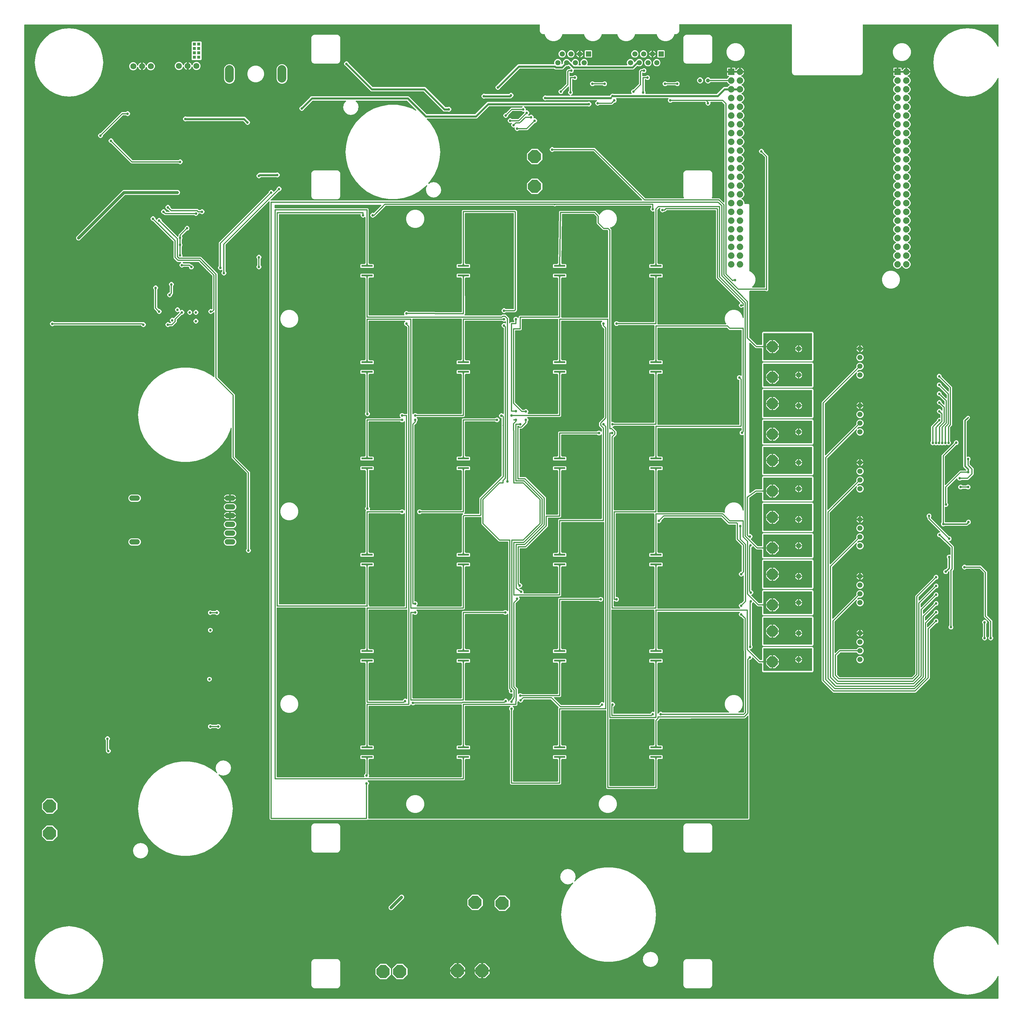
<source format=gbr>
G04 EAGLE Gerber X2 export*
%TF.Part,Single*%
%TF.FileFunction,Copper,L2,Bot,Mixed*%
%TF.FilePolarity,Positive*%
%TF.GenerationSoftware,Autodesk,EAGLE,8.6.1*%
%TF.CreationDate,2018-02-09T18:52:30Z*%
G75*
%MOMM*%
%FSLAX34Y34*%
%LPD*%
%AMOC8*
5,1,8,0,0,1.08239X$1,22.5*%
G01*
%ADD10C,2.540000*%
%ADD11R,1.508000X1.508000*%
%ADD12C,1.508000*%
%ADD13R,1.879600X1.879600*%
%ADD14C,1.879600*%
%ADD15C,1.750000*%
%ADD16C,1.524000*%
%ADD17P,3.436588X8X22.500000*%
%ADD18R,3.300000X0.500000*%
%ADD19R,3.300000X1.300000*%
%ADD20R,0.500000X0.450000*%
%ADD21P,4.123906X8X22.500000*%
%ADD22P,4.123906X8X202.500000*%
%ADD23C,0.756400*%
%ADD24R,0.956400X0.956400*%
%ADD25C,0.609600*%
%ADD26C,0.304800*%
%ADD27C,0.406400*%
%ADD28C,1.156400*%
%ADD29C,0.812800*%

G36*
X2835682Y10164D02*
X2835682Y10164D01*
X2835708Y10162D01*
X2835855Y10184D01*
X2836002Y10201D01*
X2836027Y10209D01*
X2836053Y10213D01*
X2836191Y10268D01*
X2836330Y10318D01*
X2836352Y10332D01*
X2836377Y10342D01*
X2836498Y10427D01*
X2836623Y10507D01*
X2836641Y10526D01*
X2836663Y10541D01*
X2836762Y10651D01*
X2836865Y10758D01*
X2836879Y10780D01*
X2836896Y10800D01*
X2836968Y10930D01*
X2837044Y11057D01*
X2837052Y11082D01*
X2837065Y11105D01*
X2837105Y11248D01*
X2837150Y11389D01*
X2837152Y11415D01*
X2837160Y11440D01*
X2837179Y11684D01*
X2837179Y74389D01*
X2837162Y74538D01*
X2837150Y74688D01*
X2837142Y74711D01*
X2837139Y74736D01*
X2837089Y74877D01*
X2837043Y75019D01*
X2837030Y75040D01*
X2837022Y75064D01*
X2836940Y75190D01*
X2836863Y75318D01*
X2836846Y75336D01*
X2836833Y75357D01*
X2836725Y75461D01*
X2836621Y75568D01*
X2836600Y75582D01*
X2836582Y75599D01*
X2836454Y75676D01*
X2836328Y75757D01*
X2836304Y75765D01*
X2836283Y75778D01*
X2836141Y75823D01*
X2835999Y75874D01*
X2835975Y75876D01*
X2835951Y75884D01*
X2835802Y75896D01*
X2835653Y75913D01*
X2835628Y75910D01*
X2835604Y75912D01*
X2835456Y75890D01*
X2835307Y75872D01*
X2835284Y75864D01*
X2835259Y75860D01*
X2835120Y75805D01*
X2834979Y75754D01*
X2834958Y75741D01*
X2834935Y75731D01*
X2834812Y75646D01*
X2834687Y75564D01*
X2834669Y75547D01*
X2834649Y75532D01*
X2834549Y75422D01*
X2834445Y75313D01*
X2834429Y75288D01*
X2834416Y75274D01*
X2834393Y75232D01*
X2834313Y75108D01*
X2829414Y65943D01*
X2817080Y50914D01*
X2802051Y38580D01*
X2784905Y29415D01*
X2766300Y23771D01*
X2746951Y21866D01*
X2727603Y23771D01*
X2708998Y29415D01*
X2691852Y38580D01*
X2676823Y50914D01*
X2664489Y65943D01*
X2655324Y83089D01*
X2649680Y101694D01*
X2647775Y121043D01*
X2649680Y140391D01*
X2655324Y158996D01*
X2664489Y176142D01*
X2676823Y191171D01*
X2691852Y203505D01*
X2708998Y212670D01*
X2727603Y218314D01*
X2746951Y220220D01*
X2766300Y218314D01*
X2784905Y212670D01*
X2802051Y203505D01*
X2817080Y191171D01*
X2829414Y176142D01*
X2834313Y166978D01*
X2834398Y166855D01*
X2834479Y166729D01*
X2834497Y166712D01*
X2834511Y166691D01*
X2834622Y166591D01*
X2834730Y166487D01*
X2834751Y166474D01*
X2834769Y166457D01*
X2834900Y166385D01*
X2835029Y166308D01*
X2835052Y166300D01*
X2835074Y166288D01*
X2835218Y166247D01*
X2835361Y166202D01*
X2835385Y166200D01*
X2835409Y166193D01*
X2835559Y166186D01*
X2835708Y166174D01*
X2835733Y166177D01*
X2835757Y166176D01*
X2835905Y166203D01*
X2836053Y166225D01*
X2836076Y166234D01*
X2836100Y166239D01*
X2836238Y166299D01*
X2836377Y166354D01*
X2836397Y166368D01*
X2836420Y166378D01*
X2836540Y166468D01*
X2836663Y166553D01*
X2836679Y166571D01*
X2836699Y166586D01*
X2836796Y166701D01*
X2836896Y166812D01*
X2836908Y166833D01*
X2836924Y166852D01*
X2836992Y166986D01*
X2837065Y167117D01*
X2837072Y167141D01*
X2837083Y167163D01*
X2837119Y167308D01*
X2837160Y167452D01*
X2837162Y167482D01*
X2837167Y167501D01*
X2837167Y167548D01*
X2837179Y167696D01*
X2837179Y2680218D01*
X2837162Y2680367D01*
X2837150Y2680516D01*
X2837142Y2680540D01*
X2837139Y2680564D01*
X2837089Y2680705D01*
X2837043Y2680848D01*
X2837030Y2680869D01*
X2837022Y2680892D01*
X2836940Y2681019D01*
X2836863Y2681147D01*
X2836846Y2681164D01*
X2836833Y2681185D01*
X2836725Y2681289D01*
X2836621Y2681397D01*
X2836600Y2681410D01*
X2836582Y2681427D01*
X2836454Y2681504D01*
X2836328Y2681585D01*
X2836304Y2681593D01*
X2836283Y2681606D01*
X2836141Y2681652D01*
X2835999Y2681702D01*
X2835975Y2681705D01*
X2835951Y2681712D01*
X2835802Y2681724D01*
X2835653Y2681741D01*
X2835628Y2681738D01*
X2835604Y2681740D01*
X2835456Y2681718D01*
X2835307Y2681701D01*
X2835284Y2681692D01*
X2835259Y2681689D01*
X2835120Y2681633D01*
X2834979Y2681582D01*
X2834958Y2681569D01*
X2834935Y2681560D01*
X2834812Y2681474D01*
X2834687Y2681393D01*
X2834669Y2681375D01*
X2834649Y2681361D01*
X2834549Y2681250D01*
X2834445Y2681142D01*
X2834429Y2681117D01*
X2834416Y2681102D01*
X2834393Y2681061D01*
X2834313Y2680936D01*
X2829414Y2671771D01*
X2817080Y2656743D01*
X2802051Y2644409D01*
X2784905Y2635244D01*
X2766300Y2629600D01*
X2746951Y2627694D01*
X2727603Y2629600D01*
X2708998Y2635244D01*
X2691852Y2644409D01*
X2676823Y2656743D01*
X2664489Y2671771D01*
X2655324Y2688918D01*
X2649680Y2707523D01*
X2647775Y2726871D01*
X2649680Y2746220D01*
X2655324Y2764825D01*
X2664489Y2781971D01*
X2676823Y2797000D01*
X2691852Y2809334D01*
X2708998Y2818499D01*
X2727603Y2824143D01*
X2746951Y2826048D01*
X2766300Y2824143D01*
X2784905Y2818499D01*
X2802051Y2809334D01*
X2817080Y2797000D01*
X2829414Y2781971D01*
X2834313Y2772806D01*
X2834398Y2772683D01*
X2834479Y2772557D01*
X2834497Y2772540D01*
X2834511Y2772520D01*
X2834622Y2772419D01*
X2834730Y2772315D01*
X2834751Y2772302D01*
X2834769Y2772286D01*
X2834900Y2772213D01*
X2835029Y2772136D01*
X2835052Y2772129D01*
X2835074Y2772117D01*
X2835218Y2772076D01*
X2835361Y2772030D01*
X2835385Y2772028D01*
X2835409Y2772021D01*
X2835559Y2772014D01*
X2835708Y2772002D01*
X2835733Y2772006D01*
X2835757Y2772005D01*
X2835905Y2772032D01*
X2836053Y2772054D01*
X2836076Y2772063D01*
X2836100Y2772067D01*
X2836238Y2772127D01*
X2836377Y2772183D01*
X2836397Y2772197D01*
X2836420Y2772206D01*
X2836540Y2772296D01*
X2836663Y2772381D01*
X2836679Y2772400D01*
X2836699Y2772415D01*
X2836796Y2772529D01*
X2836896Y2772640D01*
X2836908Y2772662D01*
X2836924Y2772681D01*
X2836992Y2772814D01*
X2837065Y2772945D01*
X2837072Y2772969D01*
X2837083Y2772991D01*
X2837119Y2773136D01*
X2837160Y2773281D01*
X2837162Y2773311D01*
X2837167Y2773329D01*
X2837167Y2773377D01*
X2837179Y2773524D01*
X2837179Y2835656D01*
X2837176Y2835682D01*
X2837178Y2835708D01*
X2837156Y2835855D01*
X2837139Y2836002D01*
X2837131Y2836027D01*
X2837127Y2836053D01*
X2837072Y2836191D01*
X2837022Y2836330D01*
X2837008Y2836352D01*
X2836998Y2836377D01*
X2836913Y2836498D01*
X2836833Y2836623D01*
X2836814Y2836641D01*
X2836799Y2836663D01*
X2836689Y2836762D01*
X2836582Y2836865D01*
X2836560Y2836879D01*
X2836540Y2836896D01*
X2836410Y2836968D01*
X2836283Y2837044D01*
X2836258Y2837052D01*
X2836235Y2837065D01*
X2836092Y2837105D01*
X2835951Y2837150D01*
X2835925Y2837152D01*
X2835900Y2837160D01*
X2835656Y2837179D01*
X2444371Y2837179D01*
X2444345Y2837176D01*
X2444319Y2837178D01*
X2444172Y2837156D01*
X2444025Y2837139D01*
X2444001Y2837131D01*
X2443975Y2837127D01*
X2443837Y2837072D01*
X2443697Y2837022D01*
X2443675Y2837008D01*
X2443651Y2836998D01*
X2443529Y2836913D01*
X2443404Y2836833D01*
X2443386Y2836814D01*
X2443364Y2836799D01*
X2443265Y2836689D01*
X2443162Y2836582D01*
X2443149Y2836560D01*
X2443131Y2836540D01*
X2443059Y2836410D01*
X2442983Y2836283D01*
X2442975Y2836258D01*
X2442963Y2836235D01*
X2442922Y2836092D01*
X2442877Y2835951D01*
X2442875Y2835925D01*
X2442868Y2835900D01*
X2442848Y2835656D01*
X2442848Y2697486D01*
X2441301Y2693752D01*
X2438443Y2690893D01*
X2434708Y2689346D01*
X2245249Y2689346D01*
X2241514Y2690893D01*
X2238656Y2693752D01*
X2237109Y2697486D01*
X2237109Y2835675D01*
X2237106Y2835700D01*
X2237108Y2835725D01*
X2237086Y2835873D01*
X2237069Y2836021D01*
X2237061Y2836045D01*
X2237057Y2836070D01*
X2237002Y2836208D01*
X2236952Y2836349D01*
X2236938Y2836370D01*
X2236929Y2836394D01*
X2236844Y2836517D01*
X2236763Y2836642D01*
X2236745Y2836660D01*
X2236731Y2836680D01*
X2236620Y2836780D01*
X2236512Y2836884D01*
X2236491Y2836897D01*
X2236472Y2836914D01*
X2236342Y2836986D01*
X2236213Y2837063D01*
X2236189Y2837071D01*
X2236167Y2837083D01*
X2236023Y2837124D01*
X2235881Y2837169D01*
X2235856Y2837171D01*
X2235832Y2837178D01*
X2235588Y2837198D01*
X1911697Y2837727D01*
X1911670Y2837724D01*
X1911642Y2837726D01*
X1911497Y2837705D01*
X1911351Y2837688D01*
X1911325Y2837679D01*
X1911298Y2837675D01*
X1911161Y2837620D01*
X1911023Y2837571D01*
X1910999Y2837556D01*
X1910974Y2837546D01*
X1910853Y2837462D01*
X1910729Y2837383D01*
X1910710Y2837363D01*
X1910688Y2837347D01*
X1910589Y2837238D01*
X1910487Y2837132D01*
X1910473Y2837109D01*
X1910454Y2837088D01*
X1910383Y2836960D01*
X1910308Y2836834D01*
X1910299Y2836807D01*
X1910286Y2836783D01*
X1910246Y2836642D01*
X1910201Y2836502D01*
X1910199Y2836474D01*
X1910191Y2836448D01*
X1910171Y2836204D01*
X1910171Y2817354D01*
X1908605Y2813574D01*
X1905712Y2810680D01*
X1901932Y2809114D01*
X1897350Y2809114D01*
X1897349Y2809114D01*
X1897347Y2809114D01*
X1897176Y2809094D01*
X1897004Y2809074D01*
X1897003Y2809074D01*
X1897001Y2809074D01*
X1896842Y2809016D01*
X1896676Y2808957D01*
X1896675Y2808956D01*
X1896673Y2808956D01*
X1896530Y2808863D01*
X1896383Y2808768D01*
X1896382Y2808767D01*
X1896381Y2808766D01*
X1896264Y2808644D01*
X1896141Y2808517D01*
X1896140Y2808516D01*
X1896139Y2808515D01*
X1896052Y2808369D01*
X1895962Y2808218D01*
X1895962Y2808217D01*
X1895961Y2808216D01*
X1895879Y2807985D01*
X1894986Y2804654D01*
X1891542Y2798689D01*
X1886672Y2793818D01*
X1880706Y2790374D01*
X1874053Y2788591D01*
X1867164Y2788591D01*
X1860511Y2790374D01*
X1854545Y2793818D01*
X1849675Y2798689D01*
X1846230Y2804654D01*
X1845338Y2807985D01*
X1845337Y2807986D01*
X1845337Y2807988D01*
X1845272Y2808151D01*
X1845210Y2808309D01*
X1845209Y2808310D01*
X1845208Y2808312D01*
X1845108Y2808457D01*
X1845011Y2808596D01*
X1845010Y2808597D01*
X1845010Y2808598D01*
X1844880Y2808715D01*
X1844753Y2808830D01*
X1844752Y2808830D01*
X1844751Y2808831D01*
X1844597Y2808916D01*
X1844448Y2808999D01*
X1844447Y2808999D01*
X1844446Y2809000D01*
X1844280Y2809047D01*
X1844113Y2809094D01*
X1844112Y2809094D01*
X1844110Y2809095D01*
X1843867Y2809114D01*
X1783050Y2809114D01*
X1783049Y2809114D01*
X1783047Y2809114D01*
X1782876Y2809094D01*
X1782704Y2809074D01*
X1782703Y2809074D01*
X1782701Y2809074D01*
X1782542Y2809016D01*
X1782376Y2808957D01*
X1782375Y2808956D01*
X1782373Y2808956D01*
X1782230Y2808863D01*
X1782083Y2808768D01*
X1782082Y2808767D01*
X1782081Y2808766D01*
X1781964Y2808644D01*
X1781841Y2808517D01*
X1781840Y2808516D01*
X1781839Y2808515D01*
X1781752Y2808369D01*
X1781662Y2808218D01*
X1781662Y2808217D01*
X1781661Y2808216D01*
X1781579Y2807985D01*
X1780686Y2804654D01*
X1777242Y2798689D01*
X1772372Y2793818D01*
X1766406Y2790374D01*
X1759753Y2788591D01*
X1752864Y2788591D01*
X1746211Y2790374D01*
X1740245Y2793818D01*
X1735375Y2798689D01*
X1731930Y2804654D01*
X1731038Y2807985D01*
X1731037Y2807986D01*
X1731037Y2807988D01*
X1730972Y2808151D01*
X1730910Y2808309D01*
X1730909Y2808310D01*
X1730908Y2808312D01*
X1730808Y2808457D01*
X1730711Y2808596D01*
X1730710Y2808597D01*
X1730710Y2808598D01*
X1730580Y2808715D01*
X1730453Y2808830D01*
X1730452Y2808830D01*
X1730451Y2808831D01*
X1730297Y2808916D01*
X1730148Y2808999D01*
X1730147Y2808999D01*
X1730146Y2809000D01*
X1729980Y2809047D01*
X1729813Y2809094D01*
X1729812Y2809094D01*
X1729810Y2809095D01*
X1729567Y2809114D01*
X1686530Y2809114D01*
X1686529Y2809114D01*
X1686527Y2809114D01*
X1686356Y2809094D01*
X1686184Y2809074D01*
X1686183Y2809074D01*
X1686181Y2809074D01*
X1686022Y2809016D01*
X1685856Y2808957D01*
X1685855Y2808956D01*
X1685853Y2808956D01*
X1685710Y2808863D01*
X1685563Y2808768D01*
X1685562Y2808767D01*
X1685561Y2808766D01*
X1685444Y2808644D01*
X1685321Y2808517D01*
X1685320Y2808516D01*
X1685319Y2808515D01*
X1685232Y2808369D01*
X1685142Y2808218D01*
X1685142Y2808217D01*
X1685141Y2808216D01*
X1685059Y2807985D01*
X1684166Y2804654D01*
X1680722Y2798689D01*
X1675852Y2793818D01*
X1669886Y2790374D01*
X1663233Y2788591D01*
X1656344Y2788591D01*
X1649691Y2790374D01*
X1643725Y2793818D01*
X1638855Y2798689D01*
X1635410Y2804654D01*
X1634518Y2807985D01*
X1634517Y2807986D01*
X1634517Y2807988D01*
X1634452Y2808151D01*
X1634390Y2808309D01*
X1634389Y2808310D01*
X1634388Y2808312D01*
X1634288Y2808457D01*
X1634191Y2808596D01*
X1634190Y2808597D01*
X1634190Y2808598D01*
X1634060Y2808715D01*
X1633933Y2808830D01*
X1633932Y2808830D01*
X1633931Y2808831D01*
X1633777Y2808916D01*
X1633628Y2808999D01*
X1633627Y2808999D01*
X1633626Y2809000D01*
X1633460Y2809047D01*
X1633293Y2809094D01*
X1633292Y2809094D01*
X1633290Y2809095D01*
X1633047Y2809114D01*
X1572230Y2809114D01*
X1572229Y2809114D01*
X1572227Y2809114D01*
X1572056Y2809094D01*
X1571884Y2809074D01*
X1571883Y2809074D01*
X1571881Y2809074D01*
X1571722Y2809016D01*
X1571556Y2808957D01*
X1571555Y2808956D01*
X1571553Y2808956D01*
X1571410Y2808863D01*
X1571263Y2808768D01*
X1571262Y2808767D01*
X1571261Y2808766D01*
X1571144Y2808644D01*
X1571021Y2808517D01*
X1571020Y2808516D01*
X1571019Y2808515D01*
X1570932Y2808369D01*
X1570842Y2808218D01*
X1570842Y2808217D01*
X1570841Y2808216D01*
X1570759Y2807985D01*
X1569866Y2804654D01*
X1566422Y2798689D01*
X1561552Y2793818D01*
X1555586Y2790374D01*
X1548933Y2788591D01*
X1542044Y2788591D01*
X1535391Y2790374D01*
X1529425Y2793818D01*
X1524555Y2798689D01*
X1521110Y2804654D01*
X1520218Y2807985D01*
X1520217Y2807986D01*
X1520217Y2807988D01*
X1520152Y2808151D01*
X1520090Y2808309D01*
X1520089Y2808310D01*
X1520088Y2808312D01*
X1519988Y2808457D01*
X1519891Y2808596D01*
X1519890Y2808597D01*
X1519890Y2808598D01*
X1519760Y2808715D01*
X1519633Y2808830D01*
X1519632Y2808830D01*
X1519631Y2808831D01*
X1519477Y2808916D01*
X1519328Y2808999D01*
X1519327Y2808999D01*
X1519326Y2809000D01*
X1519160Y2809047D01*
X1518993Y2809094D01*
X1518992Y2809094D01*
X1518990Y2809095D01*
X1518747Y2809114D01*
X1514181Y2809114D01*
X1510400Y2810680D01*
X1507507Y2813574D01*
X1505941Y2817354D01*
X1505941Y2835656D01*
X1505938Y2835682D01*
X1505940Y2835708D01*
X1505918Y2835855D01*
X1505901Y2836002D01*
X1505892Y2836027D01*
X1505889Y2836053D01*
X1505834Y2836191D01*
X1505784Y2836330D01*
X1505770Y2836352D01*
X1505760Y2836377D01*
X1505675Y2836498D01*
X1505595Y2836623D01*
X1505576Y2836641D01*
X1505561Y2836663D01*
X1505451Y2836762D01*
X1505344Y2836865D01*
X1505322Y2836879D01*
X1505302Y2836896D01*
X1505172Y2836968D01*
X1505045Y2837044D01*
X1505020Y2837052D01*
X1504997Y2837065D01*
X1504854Y2837105D01*
X1504713Y2837150D01*
X1504687Y2837152D01*
X1504662Y2837160D01*
X1504418Y2837179D01*
X11684Y2837179D01*
X11658Y2837176D01*
X11632Y2837178D01*
X11485Y2837156D01*
X11338Y2837139D01*
X11313Y2837131D01*
X11287Y2837127D01*
X11149Y2837072D01*
X11010Y2837022D01*
X10988Y2837008D01*
X10963Y2836998D01*
X10842Y2836913D01*
X10717Y2836833D01*
X10699Y2836814D01*
X10677Y2836799D01*
X10578Y2836689D01*
X10475Y2836582D01*
X10461Y2836560D01*
X10444Y2836540D01*
X10372Y2836410D01*
X10296Y2836283D01*
X10288Y2836258D01*
X10275Y2836235D01*
X10235Y2836092D01*
X10190Y2835951D01*
X10188Y2835925D01*
X10180Y2835900D01*
X10161Y2835656D01*
X10161Y11684D01*
X10164Y11658D01*
X10162Y11632D01*
X10184Y11485D01*
X10201Y11338D01*
X10209Y11313D01*
X10213Y11287D01*
X10268Y11149D01*
X10318Y11010D01*
X10332Y10988D01*
X10342Y10963D01*
X10427Y10842D01*
X10507Y10717D01*
X10526Y10699D01*
X10541Y10677D01*
X10651Y10578D01*
X10758Y10475D01*
X10780Y10461D01*
X10800Y10444D01*
X10930Y10372D01*
X11057Y10296D01*
X11082Y10288D01*
X11105Y10275D01*
X11248Y10235D01*
X11389Y10190D01*
X11415Y10188D01*
X11440Y10180D01*
X11684Y10161D01*
X2835656Y10161D01*
X2835682Y10164D01*
G37*
%LPC*%
G36*
X725530Y528827D02*
X725530Y528827D01*
X723850Y529523D01*
X722563Y530810D01*
X721867Y532490D01*
X721867Y2322083D01*
X721856Y2322183D01*
X721854Y2322283D01*
X721836Y2322355D01*
X721827Y2322429D01*
X721794Y2322524D01*
X721769Y2322621D01*
X721735Y2322687D01*
X721710Y2322757D01*
X721655Y2322842D01*
X721609Y2322931D01*
X721561Y2322988D01*
X721521Y2323050D01*
X721449Y2323120D01*
X721384Y2323196D01*
X721324Y2323241D01*
X721270Y2323292D01*
X721184Y2323344D01*
X721103Y2323404D01*
X721035Y2323433D01*
X720971Y2323471D01*
X720875Y2323502D01*
X720783Y2323542D01*
X720710Y2323555D01*
X720639Y2323577D01*
X720539Y2323585D01*
X720440Y2323603D01*
X720366Y2323599D01*
X720292Y2323605D01*
X720192Y2323590D01*
X720092Y2323585D01*
X720021Y2323565D01*
X719947Y2323554D01*
X719854Y2323517D01*
X719757Y2323489D01*
X719692Y2323452D01*
X719623Y2323425D01*
X719541Y2323368D01*
X719453Y2323319D01*
X719377Y2323253D01*
X719337Y2323226D01*
X719313Y2323200D01*
X719267Y2323160D01*
X594299Y2198192D01*
X594220Y2198093D01*
X594136Y2197999D01*
X594112Y2197957D01*
X594082Y2197919D01*
X594028Y2197805D01*
X593967Y2197694D01*
X593954Y2197648D01*
X593933Y2197604D01*
X593907Y2197481D01*
X593872Y2197359D01*
X593867Y2197298D01*
X593860Y2197263D01*
X593861Y2197215D01*
X593853Y2197115D01*
X593853Y2121538D01*
X593867Y2121413D01*
X593874Y2121287D01*
X593887Y2121240D01*
X593893Y2121192D01*
X593935Y2121073D01*
X593970Y2120952D01*
X593994Y2120910D01*
X594010Y2120864D01*
X594079Y2120758D01*
X594140Y2120648D01*
X594180Y2120601D01*
X594199Y2120571D01*
X594234Y2120538D01*
X594299Y2120461D01*
X595071Y2119689D01*
X596111Y2117179D01*
X596111Y2114461D01*
X595071Y2111951D01*
X593149Y2110029D01*
X590639Y2108989D01*
X587921Y2108989D01*
X585411Y2110029D01*
X583489Y2111951D01*
X582449Y2114461D01*
X582449Y2117179D01*
X583489Y2119689D01*
X584261Y2120461D01*
X584340Y2120560D01*
X584424Y2120654D01*
X584448Y2120696D01*
X584478Y2120734D01*
X584532Y2120848D01*
X584593Y2120959D01*
X584606Y2121006D01*
X584627Y2121049D01*
X584653Y2121173D01*
X584688Y2121295D01*
X584693Y2121355D01*
X584700Y2121390D01*
X584699Y2121438D01*
X584707Y2121538D01*
X584707Y2123701D01*
X584690Y2123850D01*
X584678Y2124000D01*
X584670Y2124023D01*
X584667Y2124047D01*
X584617Y2124189D01*
X584571Y2124332D01*
X584558Y2124353D01*
X584550Y2124375D01*
X584468Y2124502D01*
X584391Y2124631D01*
X584374Y2124648D01*
X584361Y2124668D01*
X584252Y2124773D01*
X584148Y2124880D01*
X584128Y2124893D01*
X584110Y2124910D01*
X583981Y2124988D01*
X583855Y2125069D01*
X583832Y2125077D01*
X583811Y2125089D01*
X583668Y2125135D01*
X583526Y2125185D01*
X583502Y2125188D01*
X583479Y2125195D01*
X583330Y2125207D01*
X583180Y2125224D01*
X583156Y2125221D01*
X583132Y2125223D01*
X582984Y2125201D01*
X582834Y2125184D01*
X582806Y2125175D01*
X582787Y2125172D01*
X582744Y2125154D01*
X582601Y2125108D01*
X580479Y2124229D01*
X577761Y2124229D01*
X575251Y2125269D01*
X573329Y2127191D01*
X572289Y2129701D01*
X572289Y2132419D01*
X573329Y2134929D01*
X574101Y2135701D01*
X574180Y2135800D01*
X574264Y2135894D01*
X574288Y2135936D01*
X574318Y2135974D01*
X574372Y2136088D01*
X574433Y2136199D01*
X574446Y2136246D01*
X574467Y2136289D01*
X574493Y2136413D01*
X574528Y2136535D01*
X574533Y2136595D01*
X574540Y2136630D01*
X574539Y2136678D01*
X574547Y2136778D01*
X574547Y2203090D01*
X575243Y2204770D01*
X719163Y2348690D01*
X719242Y2348789D01*
X719326Y2348883D01*
X719350Y2348925D01*
X719380Y2348963D01*
X719434Y2349077D01*
X719495Y2349188D01*
X719508Y2349234D01*
X719529Y2349278D01*
X719555Y2349401D01*
X719590Y2349523D01*
X719595Y2349584D01*
X719602Y2349619D01*
X719601Y2349667D01*
X719609Y2349767D01*
X719609Y2350859D01*
X720649Y2353369D01*
X722571Y2355291D01*
X725081Y2356331D01*
X727799Y2356331D01*
X730309Y2355291D01*
X732231Y2353369D01*
X732621Y2352427D01*
X732694Y2352295D01*
X732763Y2352162D01*
X732779Y2352143D01*
X732791Y2352122D01*
X732892Y2352011D01*
X732989Y2351896D01*
X733008Y2351882D01*
X733025Y2351864D01*
X733148Y2351778D01*
X733269Y2351689D01*
X733292Y2351679D01*
X733311Y2351666D01*
X733451Y2351611D01*
X733589Y2351551D01*
X733613Y2351547D01*
X733636Y2351538D01*
X733784Y2351516D01*
X733932Y2351489D01*
X733956Y2351491D01*
X733980Y2351487D01*
X734131Y2351500D01*
X734280Y2351507D01*
X734304Y2351514D01*
X734328Y2351516D01*
X734471Y2351562D01*
X734615Y2351604D01*
X734636Y2351616D01*
X734659Y2351623D01*
X734788Y2351701D01*
X734919Y2351774D01*
X734942Y2351793D01*
X734958Y2351803D01*
X734992Y2351836D01*
X735106Y2351932D01*
X742023Y2358850D01*
X742102Y2358949D01*
X742186Y2359043D01*
X742210Y2359085D01*
X742240Y2359123D01*
X742294Y2359237D01*
X742355Y2359348D01*
X742368Y2359394D01*
X742389Y2359438D01*
X742415Y2359561D01*
X742450Y2359683D01*
X742455Y2359744D01*
X742462Y2359779D01*
X742461Y2359827D01*
X742469Y2359927D01*
X742469Y2361019D01*
X743509Y2363529D01*
X745431Y2365451D01*
X747941Y2366491D01*
X750659Y2366491D01*
X753169Y2365451D01*
X755091Y2363529D01*
X756131Y2361019D01*
X756131Y2358301D01*
X755091Y2355791D01*
X753169Y2353869D01*
X750659Y2352829D01*
X749567Y2352829D01*
X749441Y2352815D01*
X749315Y2352808D01*
X749269Y2352795D01*
X749221Y2352789D01*
X749102Y2352747D01*
X748980Y2352712D01*
X748938Y2352688D01*
X748893Y2352672D01*
X748786Y2352603D01*
X748676Y2352542D01*
X748630Y2352502D01*
X748600Y2352483D01*
X748566Y2352448D01*
X748490Y2352383D01*
X724840Y2328733D01*
X724778Y2328655D01*
X724708Y2328582D01*
X724669Y2328518D01*
X724623Y2328460D01*
X724580Y2328369D01*
X724529Y2328283D01*
X724506Y2328212D01*
X724474Y2328145D01*
X724453Y2328047D01*
X724423Y2327951D01*
X724417Y2327877D01*
X724401Y2327804D01*
X724403Y2327704D01*
X724395Y2327604D01*
X724406Y2327530D01*
X724407Y2327456D01*
X724431Y2327359D01*
X724446Y2327259D01*
X724474Y2327190D01*
X724492Y2327118D01*
X724538Y2327028D01*
X724575Y2326935D01*
X724617Y2326874D01*
X724652Y2326808D01*
X724717Y2326731D01*
X724774Y2326649D01*
X724829Y2326599D01*
X724877Y2326543D01*
X724958Y2326483D01*
X725033Y2326416D01*
X725098Y2326380D01*
X725158Y2326335D01*
X725250Y2326296D01*
X725338Y2326247D01*
X725409Y2326227D01*
X725478Y2326197D01*
X725576Y2326180D01*
X725673Y2326152D01*
X725773Y2326144D01*
X725821Y2326136D01*
X725856Y2326138D01*
X725917Y2326133D01*
X1801383Y2326133D01*
X1801483Y2326144D01*
X1801583Y2326146D01*
X1801655Y2326164D01*
X1801729Y2326173D01*
X1801824Y2326206D01*
X1801921Y2326231D01*
X1801987Y2326265D01*
X1802057Y2326290D01*
X1802142Y2326345D01*
X1802231Y2326391D01*
X1802288Y2326439D01*
X1802350Y2326479D01*
X1802420Y2326551D01*
X1802496Y2326616D01*
X1802541Y2326676D01*
X1802592Y2326730D01*
X1802644Y2326816D01*
X1802704Y2326897D01*
X1802733Y2326965D01*
X1802771Y2327029D01*
X1802802Y2327125D01*
X1802842Y2327217D01*
X1802855Y2327290D01*
X1802877Y2327361D01*
X1802885Y2327461D01*
X1802903Y2327560D01*
X1802899Y2327634D01*
X1802905Y2327708D01*
X1802890Y2327808D01*
X1802885Y2327908D01*
X1802865Y2327979D01*
X1802854Y2328053D01*
X1802817Y2328146D01*
X1802789Y2328243D01*
X1802752Y2328308D01*
X1802725Y2328377D01*
X1802668Y2328459D01*
X1802619Y2328547D01*
X1802553Y2328623D01*
X1802526Y2328663D01*
X1802500Y2328687D01*
X1802460Y2328733D01*
X1662252Y2468941D01*
X1662153Y2469020D01*
X1662059Y2469104D01*
X1662017Y2469128D01*
X1661979Y2469158D01*
X1661865Y2469212D01*
X1661754Y2469273D01*
X1661708Y2469286D01*
X1661664Y2469307D01*
X1661541Y2469333D01*
X1661419Y2469368D01*
X1661358Y2469373D01*
X1661323Y2469380D01*
X1661275Y2469379D01*
X1661175Y2469387D01*
X1547498Y2469387D01*
X1547373Y2469373D01*
X1547247Y2469366D01*
X1547200Y2469353D01*
X1547152Y2469347D01*
X1547033Y2469305D01*
X1546912Y2469270D01*
X1546870Y2469246D01*
X1546824Y2469230D01*
X1546718Y2469161D01*
X1546608Y2469100D01*
X1546561Y2469060D01*
X1546531Y2469041D01*
X1546498Y2469006D01*
X1546421Y2468941D01*
X1545649Y2468169D01*
X1543139Y2467129D01*
X1540421Y2467129D01*
X1537911Y2468169D01*
X1535989Y2470091D01*
X1534949Y2472601D01*
X1534949Y2475319D01*
X1535989Y2477829D01*
X1537911Y2479751D01*
X1540421Y2480791D01*
X1543139Y2480791D01*
X1545649Y2479751D01*
X1546421Y2478979D01*
X1546520Y2478900D01*
X1546614Y2478816D01*
X1546656Y2478792D01*
X1546694Y2478762D01*
X1546808Y2478708D01*
X1546919Y2478647D01*
X1546966Y2478634D01*
X1547009Y2478613D01*
X1547133Y2478587D01*
X1547255Y2478552D01*
X1547315Y2478547D01*
X1547350Y2478540D01*
X1547398Y2478541D01*
X1547498Y2478533D01*
X1664610Y2478533D01*
X1666290Y2477837D01*
X1811452Y2332675D01*
X1811551Y2332596D01*
X1811645Y2332512D01*
X1811687Y2332488D01*
X1811725Y2332458D01*
X1811839Y2332404D01*
X1811950Y2332343D01*
X1811996Y2332330D01*
X1812040Y2332309D01*
X1812163Y2332283D01*
X1812285Y2332248D01*
X1812346Y2332243D01*
X1812381Y2332236D01*
X1812429Y2332237D01*
X1812529Y2332229D01*
X1922399Y2332229D01*
X1922548Y2332246D01*
X1922698Y2332258D01*
X1922721Y2332266D01*
X1922745Y2332269D01*
X1922886Y2332319D01*
X1923030Y2332365D01*
X1923050Y2332378D01*
X1923073Y2332386D01*
X1923200Y2332468D01*
X1923328Y2332545D01*
X1923346Y2332562D01*
X1923366Y2332575D01*
X1923471Y2332683D01*
X1923578Y2332788D01*
X1923591Y2332808D01*
X1923608Y2332826D01*
X1923685Y2332955D01*
X1923767Y2333081D01*
X1923775Y2333104D01*
X1923787Y2333125D01*
X1923833Y2333268D01*
X1923883Y2333410D01*
X1923886Y2333434D01*
X1923893Y2333457D01*
X1923905Y2333606D01*
X1923922Y2333756D01*
X1923919Y2333780D01*
X1923921Y2333804D01*
X1923899Y2333953D01*
X1923881Y2334102D01*
X1923872Y2334130D01*
X1923870Y2334149D01*
X1923852Y2334193D01*
X1923806Y2334335D01*
X1922345Y2337861D01*
X1922345Y2405453D01*
X1923911Y2409234D01*
X1926805Y2412127D01*
X1930585Y2413693D01*
X1998177Y2413693D01*
X2001958Y2412127D01*
X2004851Y2409234D01*
X2006417Y2405453D01*
X2006417Y2337861D01*
X2004956Y2334335D01*
X2004915Y2334190D01*
X2004869Y2334047D01*
X2004867Y2334023D01*
X2004860Y2334000D01*
X2004853Y2333849D01*
X2004841Y2333700D01*
X2004845Y2333676D01*
X2004844Y2333652D01*
X2004871Y2333504D01*
X2004893Y2333355D01*
X2004902Y2333333D01*
X2004906Y2333309D01*
X2004966Y2333171D01*
X2005022Y2333031D01*
X2005035Y2333011D01*
X2005045Y2332989D01*
X2005135Y2332868D01*
X2005220Y2332745D01*
X2005238Y2332729D01*
X2005253Y2332709D01*
X2005368Y2332612D01*
X2005479Y2332512D01*
X2005500Y2332500D01*
X2005519Y2332484D01*
X2005652Y2332416D01*
X2005784Y2332343D01*
X2005808Y2332337D01*
X2005829Y2332326D01*
X2005975Y2332289D01*
X2006120Y2332248D01*
X2006149Y2332246D01*
X2006167Y2332241D01*
X2006214Y2332241D01*
X2006363Y2332229D01*
X2026276Y2332229D01*
X2027956Y2331533D01*
X2038797Y2320692D01*
X2038875Y2320630D01*
X2038948Y2320560D01*
X2039012Y2320522D01*
X2039070Y2320475D01*
X2039161Y2320432D01*
X2039247Y2320381D01*
X2039318Y2320358D01*
X2039385Y2320326D01*
X2039483Y2320305D01*
X2039579Y2320275D01*
X2039653Y2320269D01*
X2039726Y2320253D01*
X2039826Y2320255D01*
X2039926Y2320247D01*
X2040000Y2320258D01*
X2040074Y2320259D01*
X2040171Y2320284D01*
X2040271Y2320298D01*
X2040340Y2320326D01*
X2040412Y2320344D01*
X2040502Y2320390D01*
X2040595Y2320427D01*
X2040656Y2320470D01*
X2040722Y2320504D01*
X2040799Y2320569D01*
X2040881Y2320626D01*
X2040931Y2320681D01*
X2040987Y2320730D01*
X2041047Y2320810D01*
X2041114Y2320885D01*
X2041150Y2320950D01*
X2041195Y2321010D01*
X2041234Y2321102D01*
X2041283Y2321190D01*
X2041303Y2321262D01*
X2041333Y2321330D01*
X2041350Y2321429D01*
X2041378Y2321525D01*
X2041386Y2321625D01*
X2041394Y2321673D01*
X2041392Y2321709D01*
X2041397Y2321769D01*
X2041397Y2604785D01*
X2041383Y2604911D01*
X2041376Y2605037D01*
X2041363Y2605083D01*
X2041357Y2605131D01*
X2041315Y2605250D01*
X2041280Y2605372D01*
X2041256Y2605414D01*
X2041240Y2605459D01*
X2041171Y2605566D01*
X2041110Y2605676D01*
X2041070Y2605722D01*
X2041051Y2605752D01*
X2041016Y2605786D01*
X2040951Y2605862D01*
X2035200Y2611613D01*
X2035101Y2611691D01*
X2035007Y2611776D01*
X2034965Y2611800D01*
X2034927Y2611830D01*
X2034813Y2611884D01*
X2034702Y2611945D01*
X2034656Y2611958D01*
X2034612Y2611978D01*
X2034489Y2612005D01*
X2034367Y2612039D01*
X2034306Y2612044D01*
X2034271Y2612052D01*
X2034223Y2612051D01*
X2034123Y2612059D01*
X2002132Y2612059D01*
X2001983Y2612042D01*
X2001833Y2612029D01*
X2001810Y2612022D01*
X2001786Y2612019D01*
X2001644Y2611968D01*
X2001501Y2611922D01*
X2001481Y2611910D01*
X2001458Y2611902D01*
X2001331Y2611820D01*
X2001203Y2611743D01*
X2001185Y2611726D01*
X2001165Y2611713D01*
X2001061Y2611605D01*
X2000953Y2611500D01*
X2000940Y2611479D01*
X2000923Y2611462D01*
X2000846Y2611333D01*
X2000764Y2611206D01*
X2000756Y2611184D01*
X2000744Y2611163D01*
X2000698Y2611020D01*
X2000648Y2610878D01*
X2000645Y2610854D01*
X2000638Y2610831D01*
X2000626Y2610681D01*
X2000609Y2610532D01*
X2000612Y2610508D01*
X2000610Y2610484D01*
X2000632Y2610335D01*
X2000650Y2610186D01*
X2000659Y2610158D01*
X2000661Y2610139D01*
X2000679Y2610095D01*
X2000725Y2609953D01*
X2000731Y2609939D01*
X2000731Y2607221D01*
X1999691Y2604711D01*
X1997769Y2602789D01*
X1995259Y2601749D01*
X1992541Y2601749D01*
X1990031Y2602789D01*
X1988109Y2604711D01*
X1987069Y2607221D01*
X1987069Y2609939D01*
X1987075Y2609953D01*
X1987116Y2610097D01*
X1987162Y2610241D01*
X1987164Y2610265D01*
X1987171Y2610288D01*
X1987178Y2610438D01*
X1987190Y2610588D01*
X1987187Y2610612D01*
X1987188Y2610636D01*
X1987161Y2610784D01*
X1987139Y2610933D01*
X1987130Y2610955D01*
X1987125Y2610979D01*
X1987065Y2611117D01*
X1987010Y2611257D01*
X1986996Y2611276D01*
X1986986Y2611299D01*
X1986897Y2611420D01*
X1986811Y2611543D01*
X1986793Y2611559D01*
X1986779Y2611578D01*
X1986664Y2611676D01*
X1986552Y2611776D01*
X1986531Y2611788D01*
X1986513Y2611803D01*
X1986379Y2611872D01*
X1986247Y2611945D01*
X1986224Y2611951D01*
X1986202Y2611962D01*
X1986056Y2611999D01*
X1985912Y2612039D01*
X1985883Y2612042D01*
X1985864Y2612046D01*
X1985817Y2612047D01*
X1985668Y2612059D01*
X1890297Y2612059D01*
X1890171Y2612045D01*
X1890045Y2612038D01*
X1889999Y2612025D01*
X1889951Y2612019D01*
X1889832Y2611977D01*
X1889710Y2611942D01*
X1889668Y2611918D01*
X1889622Y2611902D01*
X1889516Y2611833D01*
X1889406Y2611771D01*
X1889360Y2611732D01*
X1889330Y2611713D01*
X1889296Y2611678D01*
X1889220Y2611613D01*
X1888448Y2610841D01*
X1885937Y2609801D01*
X1883220Y2609801D01*
X1880709Y2610841D01*
X1878788Y2612762D01*
X1877748Y2615273D01*
X1877748Y2617991D01*
X1878788Y2620501D01*
X1878921Y2620635D01*
X1878984Y2620713D01*
X1879053Y2620786D01*
X1879092Y2620849D01*
X1879138Y2620908D01*
X1879181Y2620998D01*
X1879232Y2621085D01*
X1879255Y2621156D01*
X1879287Y2621223D01*
X1879308Y2621321D01*
X1879338Y2621417D01*
X1879344Y2621491D01*
X1879360Y2621563D01*
X1879358Y2621664D01*
X1879366Y2621764D01*
X1879355Y2621837D01*
X1879354Y2621912D01*
X1879330Y2622009D01*
X1879315Y2622109D01*
X1879287Y2622178D01*
X1879269Y2622250D01*
X1879223Y2622339D01*
X1879186Y2622433D01*
X1879144Y2622494D01*
X1879110Y2622560D01*
X1879044Y2622636D01*
X1878987Y2622719D01*
X1878932Y2622768D01*
X1878884Y2622825D01*
X1878803Y2622885D01*
X1878728Y2622952D01*
X1878663Y2622988D01*
X1878603Y2623032D01*
X1878511Y2623072D01*
X1878423Y2623121D01*
X1878352Y2623141D01*
X1878283Y2623170D01*
X1878185Y2623188D01*
X1878088Y2623215D01*
X1877988Y2623224D01*
X1877940Y2623232D01*
X1877905Y2623230D01*
X1877844Y2623235D01*
X1728753Y2623235D01*
X1728653Y2623224D01*
X1728552Y2623222D01*
X1728480Y2623204D01*
X1728406Y2623195D01*
X1728312Y2623161D01*
X1728214Y2623137D01*
X1728148Y2623103D01*
X1728078Y2623078D01*
X1727994Y2623023D01*
X1727905Y2622977D01*
X1727848Y2622929D01*
X1727786Y2622889D01*
X1727716Y2622816D01*
X1727639Y2622751D01*
X1727595Y2622692D01*
X1727543Y2622638D01*
X1727492Y2622552D01*
X1727432Y2622471D01*
X1727403Y2622403D01*
X1727365Y2622339D01*
X1727334Y2622243D01*
X1727294Y2622151D01*
X1727281Y2622078D01*
X1727258Y2622007D01*
X1727250Y2621907D01*
X1727232Y2621808D01*
X1727236Y2621734D01*
X1727230Y2621660D01*
X1727245Y2621560D01*
X1727250Y2621460D01*
X1727271Y2621389D01*
X1727282Y2621315D01*
X1727319Y2621222D01*
X1727347Y2621125D01*
X1727383Y2621060D01*
X1727411Y2620991D01*
X1727468Y2620909D01*
X1727517Y2620821D01*
X1727582Y2620744D01*
X1727610Y2620705D01*
X1727636Y2620681D01*
X1727676Y2620635D01*
X1727809Y2620501D01*
X1728849Y2617991D01*
X1728849Y2615273D01*
X1727809Y2612762D01*
X1725888Y2610841D01*
X1723377Y2609801D01*
X1722285Y2609801D01*
X1722160Y2609787D01*
X1722034Y2609780D01*
X1721987Y2609767D01*
X1721939Y2609761D01*
X1721820Y2609719D01*
X1721699Y2609684D01*
X1721657Y2609660D01*
X1721611Y2609644D01*
X1721505Y2609575D01*
X1721395Y2609513D01*
X1721348Y2609474D01*
X1721318Y2609455D01*
X1721285Y2609420D01*
X1721208Y2609355D01*
X1716557Y2604703D01*
X1714876Y2604007D01*
X1679578Y2604007D01*
X1679453Y2603993D01*
X1679327Y2603986D01*
X1679280Y2603973D01*
X1679232Y2603967D01*
X1679113Y2603925D01*
X1678992Y2603890D01*
X1678950Y2603866D01*
X1678904Y2603850D01*
X1678798Y2603781D01*
X1678688Y2603720D01*
X1678641Y2603680D01*
X1678611Y2603661D01*
X1678578Y2603626D01*
X1678501Y2603561D01*
X1677729Y2602789D01*
X1675219Y2601749D01*
X1672501Y2601749D01*
X1669991Y2602789D01*
X1668069Y2604711D01*
X1667029Y2607221D01*
X1667029Y2609939D01*
X1668069Y2612449D01*
X1669991Y2614371D01*
X1671009Y2614793D01*
X1671053Y2614817D01*
X1671101Y2614834D01*
X1671205Y2614902D01*
X1671314Y2614962D01*
X1671351Y2614996D01*
X1671394Y2615023D01*
X1671480Y2615113D01*
X1671572Y2615196D01*
X1671601Y2615238D01*
X1671636Y2615274D01*
X1671700Y2615381D01*
X1671770Y2615483D01*
X1671789Y2615530D01*
X1671815Y2615573D01*
X1671852Y2615691D01*
X1671898Y2615807D01*
X1671905Y2615857D01*
X1671921Y2615905D01*
X1671931Y2616029D01*
X1671949Y2616152D01*
X1671945Y2616202D01*
X1671949Y2616252D01*
X1671930Y2616375D01*
X1671920Y2616499D01*
X1671905Y2616547D01*
X1671897Y2616597D01*
X1671851Y2616713D01*
X1671813Y2616831D01*
X1671787Y2616874D01*
X1671768Y2616921D01*
X1671697Y2617023D01*
X1671633Y2617129D01*
X1671598Y2617166D01*
X1671569Y2617207D01*
X1671477Y2617290D01*
X1671390Y2617379D01*
X1671348Y2617407D01*
X1671311Y2617440D01*
X1671202Y2617501D01*
X1671097Y2617568D01*
X1671050Y2617584D01*
X1671006Y2617609D01*
X1670886Y2617643D01*
X1670769Y2617684D01*
X1670719Y2617690D01*
X1670670Y2617704D01*
X1670426Y2617723D01*
X1524894Y2617723D01*
X1524892Y2617723D01*
X1524890Y2617723D01*
X1524713Y2617702D01*
X1524548Y2617683D01*
X1524546Y2617683D01*
X1524544Y2617682D01*
X1524311Y2617607D01*
X1522819Y2616989D01*
X1520101Y2616989D01*
X1517591Y2618029D01*
X1515669Y2619951D01*
X1514629Y2622461D01*
X1514629Y2625179D01*
X1515669Y2627689D01*
X1517591Y2629611D01*
X1520101Y2630651D01*
X1522819Y2630651D01*
X1524311Y2630033D01*
X1524313Y2630032D01*
X1524315Y2630031D01*
X1524476Y2629985D01*
X1524646Y2629937D01*
X1524648Y2629937D01*
X1524650Y2629936D01*
X1524894Y2629917D01*
X1592627Y2629917D01*
X1592677Y2629922D01*
X1592728Y2629920D01*
X1592850Y2629942D01*
X1592973Y2629957D01*
X1593021Y2629974D01*
X1593070Y2629983D01*
X1593185Y2630032D01*
X1593302Y2630074D01*
X1593344Y2630101D01*
X1593390Y2630121D01*
X1593490Y2630196D01*
X1593594Y2630263D01*
X1593629Y2630299D01*
X1593670Y2630329D01*
X1593750Y2630424D01*
X1593837Y2630514D01*
X1593862Y2630557D01*
X1593895Y2630595D01*
X1593952Y2630706D01*
X1594015Y2630813D01*
X1594031Y2630861D01*
X1594054Y2630906D01*
X1594084Y2631026D01*
X1594122Y2631145D01*
X1594126Y2631195D01*
X1594138Y2631244D01*
X1594140Y2631368D01*
X1594150Y2631492D01*
X1594142Y2631542D01*
X1594143Y2631592D01*
X1594116Y2631714D01*
X1594098Y2631837D01*
X1594079Y2631884D01*
X1594069Y2631933D01*
X1594015Y2632045D01*
X1593969Y2632161D01*
X1593940Y2632202D01*
X1593919Y2632248D01*
X1593841Y2632345D01*
X1593770Y2632447D01*
X1593733Y2632481D01*
X1593701Y2632520D01*
X1593604Y2632597D01*
X1593511Y2632680D01*
X1593467Y2632705D01*
X1593428Y2632736D01*
X1593210Y2632847D01*
X1591149Y2633701D01*
X1589228Y2635622D01*
X1588188Y2638133D01*
X1588188Y2640851D01*
X1589228Y2643361D01*
X1589999Y2644133D01*
X1590078Y2644232D01*
X1590163Y2644326D01*
X1590186Y2644368D01*
X1590216Y2644406D01*
X1590270Y2644520D01*
X1590331Y2644631D01*
X1590344Y2644678D01*
X1590365Y2644721D01*
X1590392Y2644845D01*
X1590426Y2644966D01*
X1590431Y2645027D01*
X1590438Y2645062D01*
X1590438Y2645110D01*
X1590446Y2645210D01*
X1590446Y2655255D01*
X1590434Y2655355D01*
X1590432Y2655455D01*
X1590414Y2655527D01*
X1590406Y2655601D01*
X1590372Y2655696D01*
X1590347Y2655793D01*
X1590313Y2655859D01*
X1590288Y2655929D01*
X1590234Y2656014D01*
X1590188Y2656103D01*
X1590140Y2656159D01*
X1590099Y2656222D01*
X1590027Y2656292D01*
X1589962Y2656368D01*
X1589902Y2656412D01*
X1589849Y2656464D01*
X1589762Y2656516D01*
X1589682Y2656575D01*
X1589613Y2656605D01*
X1589550Y2656643D01*
X1589454Y2656674D01*
X1589362Y2656713D01*
X1589288Y2656727D01*
X1589218Y2656749D01*
X1589118Y2656757D01*
X1589019Y2656775D01*
X1588944Y2656771D01*
X1588870Y2656777D01*
X1588771Y2656762D01*
X1588671Y2656757D01*
X1588599Y2656737D01*
X1588526Y2656725D01*
X1588432Y2656688D01*
X1588336Y2656661D01*
X1588271Y2656624D01*
X1588202Y2656597D01*
X1588119Y2656539D01*
X1588032Y2656490D01*
X1587955Y2656425D01*
X1587916Y2656398D01*
X1587892Y2656371D01*
X1587845Y2656332D01*
X1574355Y2642842D01*
X1574277Y2642743D01*
X1574192Y2642649D01*
X1574169Y2642607D01*
X1574139Y2642569D01*
X1574085Y2642455D01*
X1574024Y2642344D01*
X1574010Y2642297D01*
X1573990Y2642254D01*
X1573963Y2642130D01*
X1573929Y2642009D01*
X1573924Y2641948D01*
X1573916Y2641913D01*
X1573917Y2641865D01*
X1573909Y2641765D01*
X1573909Y2640673D01*
X1572869Y2638162D01*
X1570948Y2636241D01*
X1568437Y2635201D01*
X1565720Y2635201D01*
X1563209Y2636241D01*
X1561288Y2638162D01*
X1560248Y2640673D01*
X1560248Y2643391D01*
X1561288Y2645901D01*
X1563209Y2647823D01*
X1565720Y2648863D01*
X1566811Y2648863D01*
X1566937Y2648877D01*
X1567063Y2648884D01*
X1567110Y2648897D01*
X1567158Y2648902D01*
X1567277Y2648945D01*
X1567398Y2648980D01*
X1567440Y2649004D01*
X1567486Y2649020D01*
X1567592Y2649089D01*
X1567702Y2649150D01*
X1567748Y2649190D01*
X1567778Y2649209D01*
X1567812Y2649244D01*
X1567888Y2649309D01*
X1582379Y2663800D01*
X1582458Y2663899D01*
X1582543Y2663993D01*
X1582566Y2664035D01*
X1582596Y2664073D01*
X1582650Y2664187D01*
X1582711Y2664298D01*
X1582724Y2664344D01*
X1582745Y2664388D01*
X1582772Y2664511D01*
X1582806Y2664633D01*
X1582811Y2664694D01*
X1582818Y2664729D01*
X1582818Y2664777D01*
X1582826Y2664877D01*
X1582826Y2701361D01*
X1583522Y2703042D01*
X1587348Y2706868D01*
X1589029Y2707565D01*
X1591840Y2707565D01*
X1591966Y2707579D01*
X1592092Y2707586D01*
X1592138Y2707599D01*
X1592186Y2707604D01*
X1592305Y2707647D01*
X1592427Y2707682D01*
X1592469Y2707706D01*
X1592514Y2707722D01*
X1592621Y2707791D01*
X1592731Y2707852D01*
X1592777Y2707892D01*
X1592807Y2707911D01*
X1592841Y2707946D01*
X1592917Y2708011D01*
X1593689Y2708783D01*
X1594738Y2709217D01*
X1594869Y2709290D01*
X1595003Y2709359D01*
X1595022Y2709375D01*
X1595043Y2709386D01*
X1595154Y2709487D01*
X1595269Y2709585D01*
X1595283Y2709604D01*
X1595301Y2709621D01*
X1595386Y2709744D01*
X1595476Y2709865D01*
X1595485Y2709887D01*
X1595499Y2709907D01*
X1595554Y2710047D01*
X1595614Y2710185D01*
X1595618Y2710209D01*
X1595627Y2710231D01*
X1595649Y2710380D01*
X1595675Y2710528D01*
X1595674Y2710552D01*
X1595678Y2710576D01*
X1595665Y2710726D01*
X1595657Y2710876D01*
X1595651Y2710899D01*
X1595649Y2710924D01*
X1595603Y2711067D01*
X1595561Y2711211D01*
X1595549Y2711232D01*
X1595542Y2711255D01*
X1595464Y2711384D01*
X1595391Y2711515D01*
X1595372Y2711537D01*
X1595362Y2711554D01*
X1595329Y2711588D01*
X1595232Y2711702D01*
X1590640Y2716294D01*
X1590580Y2716341D01*
X1590527Y2716396D01*
X1590444Y2716449D01*
X1590367Y2716510D01*
X1590298Y2716543D01*
X1590234Y2716584D01*
X1590141Y2716617D01*
X1590052Y2716659D01*
X1589977Y2716675D01*
X1589905Y2716701D01*
X1589807Y2716712D01*
X1589711Y2716733D01*
X1589635Y2716731D01*
X1589559Y2716740D01*
X1589461Y2716728D01*
X1589363Y2716727D01*
X1589289Y2716708D01*
X1589213Y2716699D01*
X1589071Y2716653D01*
X1589025Y2716642D01*
X1589008Y2716633D01*
X1588980Y2716624D01*
X1585695Y2715263D01*
X1582253Y2715263D01*
X1582127Y2715249D01*
X1582001Y2715242D01*
X1581954Y2715229D01*
X1581906Y2715223D01*
X1581788Y2715181D01*
X1581666Y2715146D01*
X1581624Y2715122D01*
X1581578Y2715106D01*
X1581472Y2715037D01*
X1581362Y2714975D01*
X1581316Y2714936D01*
X1581286Y2714917D01*
X1581252Y2714882D01*
X1581176Y2714817D01*
X1573406Y2707047D01*
X1571165Y2706119D01*
X1551327Y2706119D01*
X1549087Y2707047D01*
X1547417Y2708717D01*
X1547318Y2708796D01*
X1547224Y2708880D01*
X1547182Y2708904D01*
X1547144Y2708934D01*
X1547030Y2708988D01*
X1546919Y2709049D01*
X1546872Y2709062D01*
X1546829Y2709083D01*
X1546705Y2709109D01*
X1546583Y2709144D01*
X1546523Y2709149D01*
X1546488Y2709156D01*
X1546440Y2709155D01*
X1546340Y2709163D01*
X1448416Y2709163D01*
X1448291Y2709149D01*
X1448165Y2709142D01*
X1448118Y2709129D01*
X1448070Y2709123D01*
X1447951Y2709081D01*
X1447830Y2709046D01*
X1447788Y2709022D01*
X1447742Y2709006D01*
X1447636Y2708937D01*
X1447525Y2708876D01*
X1447479Y2708836D01*
X1447449Y2708817D01*
X1447416Y2708782D01*
X1447339Y2708717D01*
X1391039Y2652417D01*
X1391038Y2652415D01*
X1391036Y2652414D01*
X1390926Y2652275D01*
X1390822Y2652144D01*
X1390822Y2652142D01*
X1390820Y2652141D01*
X1390709Y2651923D01*
X1390091Y2650431D01*
X1388169Y2648509D01*
X1385659Y2647469D01*
X1382941Y2647469D01*
X1380431Y2648509D01*
X1378509Y2650431D01*
X1377469Y2652941D01*
X1377469Y2655659D01*
X1378509Y2658169D01*
X1380431Y2660091D01*
X1381923Y2660709D01*
X1381925Y2660710D01*
X1381927Y2660710D01*
X1382074Y2660793D01*
X1382227Y2660878D01*
X1382229Y2660880D01*
X1382231Y2660881D01*
X1382316Y2660953D01*
X1382330Y2660962D01*
X1382345Y2660978D01*
X1382417Y2661039D01*
X1441806Y2720429D01*
X1444047Y2721357D01*
X1546309Y2721357D01*
X1546459Y2721374D01*
X1546609Y2721386D01*
X1546632Y2721394D01*
X1546656Y2721397D01*
X1546797Y2721447D01*
X1546940Y2721494D01*
X1546961Y2721506D01*
X1546984Y2721514D01*
X1547110Y2721596D01*
X1547239Y2721673D01*
X1547256Y2721690D01*
X1547277Y2721703D01*
X1547381Y2721811D01*
X1547489Y2721916D01*
X1547502Y2721936D01*
X1547519Y2721954D01*
X1547596Y2722083D01*
X1547677Y2722209D01*
X1547685Y2722232D01*
X1547698Y2722253D01*
X1547743Y2722396D01*
X1547794Y2722538D01*
X1547796Y2722562D01*
X1547804Y2722585D01*
X1547816Y2722734D01*
X1547833Y2722884D01*
X1547830Y2722908D01*
X1547832Y2722932D01*
X1547810Y2723081D01*
X1547792Y2723230D01*
X1547783Y2723258D01*
X1547780Y2723277D01*
X1547763Y2723321D01*
X1547717Y2723463D01*
X1547600Y2723746D01*
X1547600Y2727958D01*
X1549212Y2731850D01*
X1552190Y2734828D01*
X1556082Y2736441D01*
X1560295Y2736441D01*
X1564186Y2734828D01*
X1567165Y2731850D01*
X1568777Y2727958D01*
X1568777Y2723719D01*
X1568759Y2723635D01*
X1568725Y2723515D01*
X1568722Y2723465D01*
X1568712Y2723416D01*
X1568714Y2723291D01*
X1568708Y2723167D01*
X1568717Y2723118D01*
X1568718Y2723067D01*
X1568748Y2722947D01*
X1568770Y2722825D01*
X1568791Y2722778D01*
X1568803Y2722729D01*
X1568860Y2722619D01*
X1568909Y2722505D01*
X1568939Y2722464D01*
X1568962Y2722420D01*
X1569043Y2722325D01*
X1569117Y2722225D01*
X1569156Y2722193D01*
X1569188Y2722154D01*
X1569288Y2722080D01*
X1569383Y2722000D01*
X1569428Y2721977D01*
X1569469Y2721947D01*
X1569583Y2721898D01*
X1569693Y2721841D01*
X1569742Y2721829D01*
X1569789Y2721809D01*
X1569911Y2721787D01*
X1570032Y2721757D01*
X1570082Y2721756D01*
X1570132Y2721747D01*
X1570256Y2721754D01*
X1570380Y2721752D01*
X1570429Y2721763D01*
X1570480Y2721765D01*
X1570599Y2721800D01*
X1570721Y2721826D01*
X1570766Y2721848D01*
X1570815Y2721862D01*
X1570923Y2721923D01*
X1571035Y2721976D01*
X1571075Y2722007D01*
X1571119Y2722032D01*
X1571305Y2722190D01*
X1572554Y2723439D01*
X1572632Y2723538D01*
X1572717Y2723632D01*
X1572740Y2723674D01*
X1572770Y2723712D01*
X1572824Y2723826D01*
X1572885Y2723937D01*
X1572898Y2723984D01*
X1572919Y2724027D01*
X1572946Y2724151D01*
X1572980Y2724272D01*
X1572985Y2724333D01*
X1572992Y2724368D01*
X1572992Y2724416D01*
X1573000Y2724516D01*
X1573000Y2727958D01*
X1574612Y2731850D01*
X1577590Y2734828D01*
X1581482Y2736441D01*
X1585695Y2736441D01*
X1589586Y2734828D01*
X1592565Y2731850D01*
X1592617Y2731725D01*
X1592618Y2731724D01*
X1592618Y2731722D01*
X1592702Y2731572D01*
X1592786Y2731421D01*
X1592787Y2731419D01*
X1592788Y2731417D01*
X1592947Y2731231D01*
X1596149Y2728029D01*
X1596267Y2727936D01*
X1596382Y2727838D01*
X1596403Y2727827D01*
X1596422Y2727812D01*
X1596558Y2727748D01*
X1596692Y2727679D01*
X1596716Y2727674D01*
X1596737Y2727663D01*
X1596884Y2727632D01*
X1597030Y2727595D01*
X1597054Y2727595D01*
X1597078Y2727590D01*
X1597228Y2727592D01*
X1597379Y2727590D01*
X1597402Y2727595D01*
X1597427Y2727596D01*
X1597572Y2727633D01*
X1597719Y2727665D01*
X1597741Y2727675D01*
X1597765Y2727681D01*
X1597899Y2727750D01*
X1598034Y2727814D01*
X1598053Y2727829D01*
X1598074Y2727840D01*
X1598189Y2727938D01*
X1598306Y2728032D01*
X1598321Y2728051D01*
X1598340Y2728066D01*
X1598429Y2728187D01*
X1598522Y2728305D01*
X1598536Y2728331D01*
X1598547Y2728347D01*
X1598566Y2728390D01*
X1598634Y2728523D01*
X1600012Y2731850D01*
X1602990Y2734828D01*
X1606882Y2736441D01*
X1611095Y2736441D01*
X1614986Y2734828D01*
X1617965Y2731850D01*
X1619577Y2727958D01*
X1619577Y2723746D01*
X1618199Y2720419D01*
X1618158Y2720274D01*
X1618112Y2720131D01*
X1618110Y2720107D01*
X1618103Y2720084D01*
X1618096Y2719933D01*
X1618084Y2719784D01*
X1618088Y2719760D01*
X1618086Y2719736D01*
X1618113Y2719588D01*
X1618136Y2719439D01*
X1618145Y2719416D01*
X1618149Y2719393D01*
X1618209Y2719255D01*
X1618264Y2719115D01*
X1618278Y2719095D01*
X1618288Y2719073D01*
X1618378Y2718952D01*
X1618463Y2718829D01*
X1618481Y2718813D01*
X1618496Y2718793D01*
X1618611Y2718696D01*
X1618722Y2718595D01*
X1618743Y2718584D01*
X1618762Y2718568D01*
X1618895Y2718500D01*
X1619027Y2718427D01*
X1619051Y2718420D01*
X1619072Y2718409D01*
X1619217Y2718373D01*
X1619363Y2718332D01*
X1619392Y2718330D01*
X1619410Y2718325D01*
X1619457Y2718325D01*
X1619606Y2718313D01*
X1623770Y2718313D01*
X1623919Y2718330D01*
X1624070Y2718342D01*
X1624093Y2718350D01*
X1624117Y2718352D01*
X1624258Y2718403D01*
X1624401Y2718449D01*
X1624422Y2718462D01*
X1624445Y2718470D01*
X1624571Y2718551D01*
X1624700Y2718629D01*
X1624717Y2718646D01*
X1624738Y2718659D01*
X1624842Y2718768D01*
X1624950Y2718872D01*
X1624963Y2718892D01*
X1624980Y2718910D01*
X1625057Y2719039D01*
X1625138Y2719165D01*
X1625146Y2719188D01*
X1625159Y2719209D01*
X1625204Y2719352D01*
X1625255Y2719494D01*
X1625257Y2719518D01*
X1625265Y2719541D01*
X1625277Y2719690D01*
X1625294Y2719840D01*
X1625291Y2719864D01*
X1625293Y2719888D01*
X1625270Y2720037D01*
X1625253Y2720186D01*
X1625244Y2720214D01*
X1625241Y2720233D01*
X1625224Y2720277D01*
X1625178Y2720419D01*
X1623800Y2723746D01*
X1623800Y2727958D01*
X1625412Y2731850D01*
X1628390Y2734828D01*
X1632282Y2736441D01*
X1636495Y2736441D01*
X1640386Y2734828D01*
X1643365Y2731850D01*
X1644977Y2727958D01*
X1644977Y2723746D01*
X1643599Y2720419D01*
X1643558Y2720274D01*
X1643512Y2720131D01*
X1643510Y2720107D01*
X1643503Y2720084D01*
X1643496Y2719933D01*
X1643484Y2719784D01*
X1643488Y2719760D01*
X1643486Y2719736D01*
X1643513Y2719588D01*
X1643536Y2719439D01*
X1643545Y2719416D01*
X1643549Y2719393D01*
X1643609Y2719255D01*
X1643664Y2719115D01*
X1643678Y2719095D01*
X1643688Y2719073D01*
X1643778Y2718952D01*
X1643863Y2718829D01*
X1643881Y2718813D01*
X1643896Y2718793D01*
X1644011Y2718696D01*
X1644122Y2718595D01*
X1644143Y2718584D01*
X1644162Y2718568D01*
X1644295Y2718500D01*
X1644427Y2718427D01*
X1644451Y2718420D01*
X1644472Y2718409D01*
X1644617Y2718373D01*
X1644763Y2718332D01*
X1644792Y2718330D01*
X1644810Y2718325D01*
X1644857Y2718325D01*
X1645006Y2718313D01*
X1758390Y2718313D01*
X1758539Y2718330D01*
X1758690Y2718342D01*
X1758713Y2718350D01*
X1758737Y2718352D01*
X1758878Y2718403D01*
X1759021Y2718449D01*
X1759042Y2718462D01*
X1759065Y2718470D01*
X1759191Y2718551D01*
X1759320Y2718629D01*
X1759337Y2718646D01*
X1759358Y2718659D01*
X1759462Y2718768D01*
X1759570Y2718872D01*
X1759583Y2718892D01*
X1759600Y2718910D01*
X1759677Y2719039D01*
X1759758Y2719165D01*
X1759766Y2719188D01*
X1759779Y2719209D01*
X1759824Y2719352D01*
X1759875Y2719494D01*
X1759877Y2719518D01*
X1759885Y2719541D01*
X1759897Y2719690D01*
X1759914Y2719840D01*
X1759911Y2719864D01*
X1759913Y2719888D01*
X1759890Y2720037D01*
X1759873Y2720186D01*
X1759864Y2720214D01*
X1759861Y2720233D01*
X1759844Y2720277D01*
X1759798Y2720419D01*
X1758420Y2723746D01*
X1758420Y2727958D01*
X1760032Y2731850D01*
X1763010Y2734828D01*
X1766902Y2736441D01*
X1771115Y2736441D01*
X1775006Y2734828D01*
X1777985Y2731850D01*
X1779363Y2728523D01*
X1779397Y2728462D01*
X1779405Y2728441D01*
X1779422Y2728418D01*
X1779436Y2728391D01*
X1779505Y2728258D01*
X1779521Y2728240D01*
X1779532Y2728218D01*
X1779634Y2728107D01*
X1779731Y2727993D01*
X1779750Y2727978D01*
X1779767Y2727960D01*
X1779890Y2727875D01*
X1780011Y2727785D01*
X1780033Y2727776D01*
X1780053Y2727762D01*
X1780193Y2727707D01*
X1780331Y2727647D01*
X1780355Y2727643D01*
X1780377Y2727634D01*
X1780526Y2727612D01*
X1780674Y2727586D01*
X1780698Y2727587D01*
X1780722Y2727583D01*
X1780872Y2727596D01*
X1781022Y2727604D01*
X1781045Y2727610D01*
X1781070Y2727612D01*
X1781213Y2727659D01*
X1781357Y2727700D01*
X1781378Y2727712D01*
X1781401Y2727719D01*
X1781530Y2727797D01*
X1781661Y2727870D01*
X1781683Y2727889D01*
X1781700Y2727899D01*
X1781734Y2727932D01*
X1781847Y2728029D01*
X1785050Y2731231D01*
X1785051Y2731233D01*
X1785053Y2731234D01*
X1785163Y2731374D01*
X1785267Y2731504D01*
X1785267Y2731506D01*
X1785269Y2731508D01*
X1785380Y2731725D01*
X1785432Y2731850D01*
X1788410Y2734828D01*
X1792302Y2736441D01*
X1796515Y2736441D01*
X1800406Y2734828D01*
X1803385Y2731850D01*
X1804997Y2727958D01*
X1804997Y2723746D01*
X1803385Y2719854D01*
X1800406Y2716875D01*
X1796515Y2715263D01*
X1792302Y2715263D01*
X1789017Y2716624D01*
X1788943Y2716645D01*
X1788873Y2716675D01*
X1788776Y2716693D01*
X1788682Y2716720D01*
X1788605Y2716723D01*
X1788530Y2716737D01*
X1788432Y2716732D01*
X1788333Y2716737D01*
X1788258Y2716723D01*
X1788182Y2716719D01*
X1788088Y2716692D01*
X1787991Y2716674D01*
X1787920Y2716644D01*
X1787847Y2716622D01*
X1787761Y2716574D01*
X1787671Y2716535D01*
X1787610Y2716490D01*
X1787543Y2716452D01*
X1787429Y2716355D01*
X1787391Y2716327D01*
X1787379Y2716313D01*
X1787357Y2716294D01*
X1780039Y2708977D01*
X1778110Y2707047D01*
X1775869Y2706119D01*
X1605912Y2706119D01*
X1605886Y2706116D01*
X1605860Y2706118D01*
X1605713Y2706096D01*
X1605566Y2706079D01*
X1605542Y2706070D01*
X1605516Y2706066D01*
X1605378Y2706012D01*
X1605238Y2705962D01*
X1605216Y2705947D01*
X1605192Y2705938D01*
X1605070Y2705853D01*
X1604945Y2705773D01*
X1604927Y2705754D01*
X1604905Y2705739D01*
X1604806Y2705629D01*
X1604703Y2705522D01*
X1604690Y2705499D01*
X1604672Y2705480D01*
X1604600Y2705350D01*
X1604524Y2705223D01*
X1604516Y2705198D01*
X1604504Y2705175D01*
X1604463Y2705032D01*
X1604418Y2704891D01*
X1604416Y2704865D01*
X1604409Y2704840D01*
X1604389Y2704596D01*
X1604389Y2701633D01*
X1603349Y2699122D01*
X1601428Y2697201D01*
X1598917Y2696161D01*
X1596200Y2696161D01*
X1594077Y2697040D01*
X1593932Y2697082D01*
X1593790Y2697127D01*
X1593765Y2697129D01*
X1593742Y2697136D01*
X1593592Y2697143D01*
X1593442Y2697155D01*
X1593418Y2697152D01*
X1593394Y2697153D01*
X1593246Y2697126D01*
X1593098Y2697104D01*
X1593075Y2697095D01*
X1593051Y2697090D01*
X1592913Y2697030D01*
X1592774Y2696975D01*
X1592754Y2696961D01*
X1592732Y2696951D01*
X1592611Y2696862D01*
X1592487Y2696776D01*
X1592471Y2696758D01*
X1592452Y2696744D01*
X1592355Y2696629D01*
X1592254Y2696517D01*
X1592242Y2696496D01*
X1592227Y2696477D01*
X1592158Y2696344D01*
X1592086Y2696212D01*
X1592079Y2696189D01*
X1592068Y2696167D01*
X1592032Y2696022D01*
X1591991Y2695877D01*
X1591988Y2695847D01*
X1591984Y2695829D01*
X1591983Y2695782D01*
X1591971Y2695633D01*
X1591971Y2688639D01*
X1591988Y2688490D01*
X1592001Y2688339D01*
X1592008Y2688316D01*
X1592011Y2688293D01*
X1592062Y2688151D01*
X1592108Y2688008D01*
X1592120Y2687987D01*
X1592128Y2687964D01*
X1592210Y2687838D01*
X1592288Y2687709D01*
X1592304Y2687692D01*
X1592318Y2687672D01*
X1592426Y2687567D01*
X1592530Y2687459D01*
X1592551Y2687446D01*
X1592568Y2687429D01*
X1592697Y2687352D01*
X1592824Y2687271D01*
X1592847Y2687263D01*
X1592867Y2687251D01*
X1593010Y2687205D01*
X1593152Y2687154D01*
X1593176Y2687152D01*
X1593199Y2687144D01*
X1593349Y2687132D01*
X1593499Y2687116D01*
X1593523Y2687118D01*
X1593547Y2687116D01*
X1593695Y2687139D01*
X1593845Y2687156D01*
X1593872Y2687165D01*
X1593891Y2687168D01*
X1593935Y2687186D01*
X1594077Y2687232D01*
X1594109Y2687245D01*
X1602000Y2687245D01*
X1602126Y2687259D01*
X1602252Y2687266D01*
X1602298Y2687279D01*
X1602346Y2687284D01*
X1602465Y2687327D01*
X1602587Y2687362D01*
X1602629Y2687386D01*
X1602674Y2687402D01*
X1602781Y2687471D01*
X1602891Y2687532D01*
X1602937Y2687572D01*
X1602967Y2687591D01*
X1603001Y2687626D01*
X1603077Y2687691D01*
X1603849Y2688463D01*
X1606360Y2689503D01*
X1609077Y2689503D01*
X1611588Y2688463D01*
X1613509Y2686541D01*
X1614549Y2684031D01*
X1614549Y2681313D01*
X1613509Y2678802D01*
X1611588Y2676881D01*
X1609077Y2675841D01*
X1606360Y2675841D01*
X1603849Y2676881D01*
X1603077Y2677653D01*
X1602978Y2677731D01*
X1602884Y2677816D01*
X1602842Y2677840D01*
X1602804Y2677870D01*
X1602690Y2677924D01*
X1602579Y2677985D01*
X1602533Y2677998D01*
X1602489Y2678018D01*
X1602366Y2678045D01*
X1602244Y2678079D01*
X1602183Y2678084D01*
X1602148Y2678092D01*
X1602100Y2678091D01*
X1602000Y2678099D01*
X1601114Y2678099D01*
X1601088Y2678096D01*
X1601062Y2678098D01*
X1600915Y2678076D01*
X1600768Y2678059D01*
X1600744Y2678050D01*
X1600718Y2678046D01*
X1600580Y2677992D01*
X1600440Y2677942D01*
X1600418Y2677927D01*
X1600394Y2677918D01*
X1600272Y2677833D01*
X1600147Y2677753D01*
X1600129Y2677734D01*
X1600107Y2677719D01*
X1600008Y2677609D01*
X1599905Y2677502D01*
X1599892Y2677479D01*
X1599874Y2677460D01*
X1599802Y2677330D01*
X1599726Y2677203D01*
X1599718Y2677178D01*
X1599706Y2677155D01*
X1599665Y2677012D01*
X1599620Y2676871D01*
X1599618Y2676845D01*
X1599611Y2676820D01*
X1599591Y2676576D01*
X1599591Y2645210D01*
X1599606Y2645085D01*
X1599612Y2644958D01*
X1599625Y2644912D01*
X1599631Y2644864D01*
X1599674Y2644745D01*
X1599709Y2644624D01*
X1599732Y2644581D01*
X1599748Y2644536D01*
X1599817Y2644430D01*
X1599879Y2644319D01*
X1599918Y2644273D01*
X1599938Y2644243D01*
X1599972Y2644210D01*
X1600037Y2644133D01*
X1600809Y2643361D01*
X1601849Y2640851D01*
X1601849Y2638133D01*
X1600809Y2635622D01*
X1598888Y2633701D01*
X1596827Y2632847D01*
X1596783Y2632823D01*
X1596735Y2632806D01*
X1596631Y2632738D01*
X1596522Y2632678D01*
X1596485Y2632644D01*
X1596442Y2632617D01*
X1596356Y2632527D01*
X1596264Y2632444D01*
X1596235Y2632402D01*
X1596200Y2632366D01*
X1596136Y2632259D01*
X1596066Y2632157D01*
X1596047Y2632110D01*
X1596021Y2632067D01*
X1595983Y2631949D01*
X1595938Y2631833D01*
X1595930Y2631783D01*
X1595915Y2631735D01*
X1595905Y2631611D01*
X1595887Y2631488D01*
X1595891Y2631438D01*
X1595887Y2631388D01*
X1595906Y2631265D01*
X1595916Y2631141D01*
X1595931Y2631093D01*
X1595939Y2631043D01*
X1595985Y2630928D01*
X1596023Y2630809D01*
X1596049Y2630766D01*
X1596068Y2630719D01*
X1596138Y2630617D01*
X1596203Y2630511D01*
X1596238Y2630474D01*
X1596267Y2630433D01*
X1596359Y2630350D01*
X1596446Y2630261D01*
X1596488Y2630233D01*
X1596525Y2630200D01*
X1596634Y2630140D01*
X1596739Y2630072D01*
X1596786Y2630055D01*
X1596830Y2630031D01*
X1596950Y2629997D01*
X1597067Y2629956D01*
X1597117Y2629950D01*
X1597166Y2629936D01*
X1597410Y2629917D01*
X1708769Y2629917D01*
X1708845Y2629925D01*
X1708922Y2629924D01*
X1709018Y2629945D01*
X1709116Y2629957D01*
X1709187Y2629982D01*
X1709262Y2629999D01*
X1709351Y2630041D01*
X1709444Y2630074D01*
X1709508Y2630116D01*
X1709577Y2630148D01*
X1709654Y2630210D01*
X1709736Y2630263D01*
X1709790Y2630318D01*
X1709849Y2630366D01*
X1709910Y2630443D01*
X1709979Y2630514D01*
X1710018Y2630579D01*
X1710065Y2630639D01*
X1710133Y2630772D01*
X1710157Y2630813D01*
X1710163Y2630831D01*
X1710177Y2630857D01*
X1711148Y2633201D01*
X1713069Y2635123D01*
X1715580Y2636163D01*
X1718297Y2636163D01*
X1719789Y2635544D01*
X1719791Y2635544D01*
X1719793Y2635543D01*
X1719958Y2635496D01*
X1720124Y2635449D01*
X1720126Y2635449D01*
X1720128Y2635448D01*
X1720372Y2635429D01*
X1771164Y2635429D01*
X1771264Y2635440D01*
X1771364Y2635442D01*
X1771436Y2635460D01*
X1771510Y2635468D01*
X1771605Y2635502D01*
X1771702Y2635527D01*
X1771768Y2635561D01*
X1771838Y2635586D01*
X1771923Y2635640D01*
X1772012Y2635686D01*
X1772069Y2635735D01*
X1772131Y2635775D01*
X1772201Y2635847D01*
X1772278Y2635912D01*
X1772322Y2635972D01*
X1772373Y2636026D01*
X1772425Y2636112D01*
X1772485Y2636193D01*
X1772514Y2636261D01*
X1772552Y2636325D01*
X1772583Y2636420D01*
X1772623Y2636513D01*
X1772636Y2636586D01*
X1772658Y2636657D01*
X1772667Y2636757D01*
X1772684Y2636856D01*
X1772680Y2636930D01*
X1772686Y2637004D01*
X1772672Y2637103D01*
X1772666Y2637204D01*
X1772646Y2637275D01*
X1772635Y2637349D01*
X1772598Y2637442D01*
X1772570Y2637539D01*
X1772533Y2637603D01*
X1772506Y2637673D01*
X1772449Y2637755D01*
X1772400Y2637843D01*
X1772335Y2637919D01*
X1772307Y2637959D01*
X1772281Y2637983D01*
X1772241Y2638029D01*
X1772108Y2638163D01*
X1771068Y2640673D01*
X1771068Y2643391D01*
X1772108Y2645901D01*
X1774029Y2647823D01*
X1776540Y2648863D01*
X1777631Y2648863D01*
X1777757Y2648877D01*
X1777883Y2648884D01*
X1777930Y2648897D01*
X1777978Y2648902D01*
X1778097Y2648945D01*
X1778218Y2648980D01*
X1778260Y2649004D01*
X1778306Y2649020D01*
X1778412Y2649089D01*
X1778522Y2649150D01*
X1778568Y2649190D01*
X1778598Y2649209D01*
X1778632Y2649244D01*
X1778708Y2649309D01*
X1793199Y2663800D01*
X1793278Y2663899D01*
X1793363Y2663993D01*
X1793386Y2664035D01*
X1793416Y2664073D01*
X1793470Y2664187D01*
X1793531Y2664298D01*
X1793544Y2664344D01*
X1793565Y2664388D01*
X1793592Y2664511D01*
X1793626Y2664633D01*
X1793631Y2664694D01*
X1793638Y2664729D01*
X1793638Y2664777D01*
X1793646Y2664877D01*
X1793646Y2701361D01*
X1794342Y2703042D01*
X1798168Y2706868D01*
X1799849Y2707565D01*
X1802660Y2707565D01*
X1802786Y2707579D01*
X1802912Y2707586D01*
X1802958Y2707599D01*
X1803006Y2707604D01*
X1803125Y2707647D01*
X1803247Y2707682D01*
X1803289Y2707706D01*
X1803334Y2707722D01*
X1803441Y2707791D01*
X1803551Y2707852D01*
X1803597Y2707892D01*
X1803627Y2707911D01*
X1803661Y2707946D01*
X1803737Y2708011D01*
X1804509Y2708783D01*
X1807020Y2709823D01*
X1809737Y2709823D01*
X1812248Y2708783D01*
X1814169Y2706861D01*
X1815209Y2704351D01*
X1815209Y2701633D01*
X1814169Y2699122D01*
X1812248Y2697201D01*
X1809737Y2696161D01*
X1807020Y2696161D01*
X1804897Y2697040D01*
X1804752Y2697082D01*
X1804610Y2697127D01*
X1804585Y2697129D01*
X1804562Y2697136D01*
X1804412Y2697143D01*
X1804262Y2697155D01*
X1804238Y2697152D01*
X1804214Y2697153D01*
X1804066Y2697126D01*
X1803918Y2697104D01*
X1803895Y2697095D01*
X1803871Y2697090D01*
X1803733Y2697030D01*
X1803594Y2696975D01*
X1803574Y2696961D01*
X1803552Y2696951D01*
X1803431Y2696862D01*
X1803307Y2696776D01*
X1803291Y2696758D01*
X1803272Y2696744D01*
X1803175Y2696629D01*
X1803074Y2696517D01*
X1803062Y2696496D01*
X1803047Y2696477D01*
X1802978Y2696344D01*
X1802906Y2696212D01*
X1802899Y2696189D01*
X1802888Y2696167D01*
X1802852Y2696022D01*
X1802811Y2695877D01*
X1802808Y2695847D01*
X1802804Y2695829D01*
X1802803Y2695782D01*
X1802791Y2695633D01*
X1802791Y2688639D01*
X1802808Y2688490D01*
X1802821Y2688339D01*
X1802828Y2688316D01*
X1802831Y2688293D01*
X1802882Y2688151D01*
X1802928Y2688008D01*
X1802940Y2687987D01*
X1802948Y2687964D01*
X1803030Y2687838D01*
X1803108Y2687709D01*
X1803124Y2687692D01*
X1803138Y2687672D01*
X1803246Y2687567D01*
X1803350Y2687459D01*
X1803371Y2687446D01*
X1803388Y2687429D01*
X1803517Y2687352D01*
X1803644Y2687271D01*
X1803667Y2687263D01*
X1803687Y2687251D01*
X1803830Y2687205D01*
X1803972Y2687154D01*
X1803996Y2687152D01*
X1804019Y2687144D01*
X1804169Y2687132D01*
X1804319Y2687116D01*
X1804343Y2687118D01*
X1804367Y2687116D01*
X1804515Y2687139D01*
X1804665Y2687156D01*
X1804692Y2687165D01*
X1804711Y2687168D01*
X1804755Y2687186D01*
X1804897Y2687232D01*
X1804929Y2687245D01*
X1812820Y2687245D01*
X1812946Y2687259D01*
X1813072Y2687266D01*
X1813118Y2687279D01*
X1813166Y2687284D01*
X1813285Y2687327D01*
X1813407Y2687362D01*
X1813449Y2687386D01*
X1813494Y2687402D01*
X1813601Y2687471D01*
X1813711Y2687532D01*
X1813757Y2687572D01*
X1813787Y2687591D01*
X1813821Y2687626D01*
X1813897Y2687691D01*
X1814669Y2688463D01*
X1817180Y2689503D01*
X1819897Y2689503D01*
X1822408Y2688463D01*
X1824329Y2686541D01*
X1825369Y2684031D01*
X1825369Y2681313D01*
X1824329Y2678802D01*
X1822408Y2676881D01*
X1819897Y2675841D01*
X1817180Y2675841D01*
X1814669Y2676881D01*
X1813897Y2677653D01*
X1813798Y2677731D01*
X1813704Y2677816D01*
X1813662Y2677840D01*
X1813624Y2677870D01*
X1813510Y2677924D01*
X1813399Y2677985D01*
X1813353Y2677998D01*
X1813309Y2678018D01*
X1813186Y2678045D01*
X1813064Y2678079D01*
X1813003Y2678084D01*
X1812968Y2678092D01*
X1812920Y2678091D01*
X1812820Y2678099D01*
X1811934Y2678099D01*
X1811908Y2678096D01*
X1811882Y2678098D01*
X1811735Y2678076D01*
X1811588Y2678059D01*
X1811564Y2678050D01*
X1811538Y2678046D01*
X1811400Y2677992D01*
X1811260Y2677942D01*
X1811238Y2677927D01*
X1811214Y2677918D01*
X1811092Y2677833D01*
X1810967Y2677753D01*
X1810949Y2677734D01*
X1810927Y2677719D01*
X1810828Y2677609D01*
X1810725Y2677502D01*
X1810712Y2677479D01*
X1810694Y2677460D01*
X1810622Y2677330D01*
X1810546Y2677203D01*
X1810538Y2677178D01*
X1810526Y2677155D01*
X1810485Y2677012D01*
X1810440Y2676871D01*
X1810438Y2676845D01*
X1810431Y2676820D01*
X1810411Y2676576D01*
X1810411Y2645210D01*
X1810426Y2645085D01*
X1810432Y2644958D01*
X1810445Y2644912D01*
X1810451Y2644864D01*
X1810494Y2644745D01*
X1810529Y2644624D01*
X1810552Y2644581D01*
X1810568Y2644536D01*
X1810637Y2644430D01*
X1810699Y2644319D01*
X1810738Y2644273D01*
X1810758Y2644243D01*
X1810792Y2644210D01*
X1810857Y2644133D01*
X1811629Y2643361D01*
X1812669Y2640851D01*
X1812669Y2638133D01*
X1812421Y2637535D01*
X1812380Y2637390D01*
X1812334Y2637247D01*
X1812332Y2637223D01*
X1812326Y2637200D01*
X1812318Y2637049D01*
X1812306Y2636900D01*
X1812310Y2636876D01*
X1812309Y2636852D01*
X1812336Y2636704D01*
X1812358Y2636555D01*
X1812367Y2636532D01*
X1812371Y2636509D01*
X1812431Y2636371D01*
X1812487Y2636231D01*
X1812500Y2636211D01*
X1812510Y2636189D01*
X1812600Y2636068D01*
X1812686Y2635945D01*
X1812703Y2635929D01*
X1812718Y2635909D01*
X1812833Y2635812D01*
X1812944Y2635711D01*
X1812966Y2635700D01*
X1812984Y2635684D01*
X1813118Y2635616D01*
X1813249Y2635543D01*
X1813273Y2635536D01*
X1813294Y2635525D01*
X1813440Y2635489D01*
X1813585Y2635448D01*
X1813614Y2635446D01*
X1813632Y2635441D01*
X1813679Y2635441D01*
X1813829Y2635429D01*
X2019115Y2635429D01*
X2019241Y2635443D01*
X2019367Y2635450D01*
X2019414Y2635463D01*
X2019462Y2635468D01*
X2019581Y2635511D01*
X2019702Y2635546D01*
X2019744Y2635570D01*
X2019790Y2635586D01*
X2019896Y2635655D01*
X2020006Y2635716D01*
X2020053Y2635756D01*
X2020083Y2635775D01*
X2020116Y2635810D01*
X2020193Y2635875D01*
X2038706Y2654389D01*
X2040947Y2655317D01*
X2049302Y2655317D01*
X2049428Y2655331D01*
X2049554Y2655338D01*
X2049600Y2655351D01*
X2049648Y2655357D01*
X2049767Y2655399D01*
X2049889Y2655434D01*
X2049931Y2655458D01*
X2049976Y2655474D01*
X2050083Y2655543D01*
X2050193Y2655604D01*
X2050239Y2655644D01*
X2050269Y2655663D01*
X2050303Y2655698D01*
X2050379Y2655763D01*
X2054058Y2659442D01*
X2055847Y2660183D01*
X2055934Y2660231D01*
X2056026Y2660271D01*
X2056086Y2660316D01*
X2056151Y2660352D01*
X2056225Y2660419D01*
X2056306Y2660479D01*
X2056354Y2660536D01*
X2056409Y2660586D01*
X2056467Y2660669D01*
X2056531Y2660745D01*
X2056565Y2660811D01*
X2056607Y2660873D01*
X2056644Y2660966D01*
X2056690Y2661055D01*
X2056708Y2661128D01*
X2056735Y2661197D01*
X2056750Y2661296D01*
X2056774Y2661394D01*
X2056775Y2661468D01*
X2056786Y2661542D01*
X2056778Y2661642D01*
X2056779Y2661742D01*
X2056763Y2661815D01*
X2056757Y2661889D01*
X2056726Y2661985D01*
X2056705Y2662083D01*
X2056673Y2662150D01*
X2056650Y2662221D01*
X2056598Y2662307D01*
X2056555Y2662397D01*
X2056509Y2662456D01*
X2056470Y2662519D01*
X2056401Y2662591D01*
X2056338Y2662670D01*
X2056279Y2662716D01*
X2056228Y2662769D01*
X2056143Y2662823D01*
X2056064Y2662886D01*
X2055975Y2662931D01*
X2055934Y2662957D01*
X2055901Y2662969D01*
X2055847Y2662997D01*
X2054058Y2663738D01*
X2050557Y2667239D01*
X2049920Y2668777D01*
X2049883Y2668844D01*
X2049854Y2668915D01*
X2049798Y2668995D01*
X2049750Y2669081D01*
X2049699Y2669138D01*
X2049655Y2669201D01*
X2049582Y2669267D01*
X2049516Y2669340D01*
X2049453Y2669383D01*
X2049397Y2669434D01*
X2049311Y2669482D01*
X2049230Y2669538D01*
X2049158Y2669566D01*
X2049092Y2669603D01*
X2048997Y2669629D01*
X2048905Y2669666D01*
X2048830Y2669677D01*
X2048756Y2669697D01*
X2048607Y2669709D01*
X2048561Y2669716D01*
X2048541Y2669715D01*
X2048512Y2669717D01*
X2002117Y2669717D01*
X2001991Y2669703D01*
X2001865Y2669696D01*
X2001818Y2669683D01*
X2001770Y2669677D01*
X2001651Y2669635D01*
X2001530Y2669600D01*
X2001488Y2669576D01*
X2001442Y2669560D01*
X2001336Y2669491D01*
X2001226Y2669429D01*
X2001179Y2669390D01*
X2001149Y2669371D01*
X2001116Y2669336D01*
X2001039Y2669271D01*
X1998902Y2667134D01*
X1995657Y2665789D01*
X1992143Y2665789D01*
X1988898Y2667134D01*
X1986414Y2669618D01*
X1985069Y2672863D01*
X1985069Y2676377D01*
X1986414Y2679622D01*
X1988898Y2682106D01*
X1992143Y2683451D01*
X1995657Y2683451D01*
X1998902Y2682106D01*
X2001444Y2679565D01*
X2001481Y2679498D01*
X2001532Y2679442D01*
X2001576Y2679379D01*
X2001649Y2679313D01*
X2001715Y2679240D01*
X2001778Y2679197D01*
X2001835Y2679145D01*
X2001921Y2679098D01*
X2002002Y2679042D01*
X2002073Y2679014D01*
X2002140Y2678977D01*
X2002234Y2678950D01*
X2002326Y2678914D01*
X2002401Y2678903D01*
X2002475Y2678882D01*
X2002624Y2678870D01*
X2002671Y2678863D01*
X2002690Y2678865D01*
X2002719Y2678863D01*
X2048512Y2678863D01*
X2048588Y2678871D01*
X2048665Y2678870D01*
X2048761Y2678891D01*
X2048859Y2678902D01*
X2048931Y2678928D01*
X2049005Y2678944D01*
X2049094Y2678987D01*
X2049187Y2679020D01*
X2049251Y2679061D01*
X2049320Y2679094D01*
X2049397Y2679156D01*
X2049480Y2679209D01*
X2049533Y2679264D01*
X2049592Y2679312D01*
X2049653Y2679389D01*
X2049722Y2679460D01*
X2049761Y2679525D01*
X2049808Y2679585D01*
X2049877Y2679718D01*
X2049901Y2679759D01*
X2049906Y2679777D01*
X2049912Y2679787D01*
X2049914Y2679791D01*
X2049914Y2679793D01*
X2049920Y2679803D01*
X2050557Y2681340D01*
X2054067Y2684851D01*
X2054098Y2684862D01*
X2054203Y2684929D01*
X2054311Y2684990D01*
X2054349Y2685024D01*
X2054391Y2685051D01*
X2054478Y2685140D01*
X2054570Y2685224D01*
X2054598Y2685265D01*
X2054633Y2685302D01*
X2054697Y2685408D01*
X2054768Y2685511D01*
X2054786Y2685558D01*
X2054812Y2685601D01*
X2054850Y2685719D01*
X2054896Y2685835D01*
X2054903Y2685885D01*
X2054918Y2685933D01*
X2054928Y2686056D01*
X2054947Y2686180D01*
X2054942Y2686230D01*
X2054946Y2686280D01*
X2054928Y2686403D01*
X2054918Y2686527D01*
X2054902Y2686575D01*
X2054895Y2686625D01*
X2054849Y2686740D01*
X2054811Y2686859D01*
X2054785Y2686902D01*
X2054766Y2686949D01*
X2054695Y2687050D01*
X2054631Y2687157D01*
X2054596Y2687193D01*
X2054567Y2687235D01*
X2054475Y2687318D01*
X2054388Y2687407D01*
X2054346Y2687434D01*
X2054308Y2687468D01*
X2054200Y2687528D01*
X2054095Y2687595D01*
X2054047Y2687612D01*
X2054003Y2687637D01*
X2053884Y2687670D01*
X2053766Y2687712D01*
X2053716Y2687718D01*
X2053668Y2687731D01*
X2053424Y2687751D01*
X2051376Y2687751D01*
X2050730Y2687924D01*
X2050150Y2688259D01*
X2049677Y2688732D01*
X2049343Y2689311D01*
X2049170Y2689957D01*
X2049170Y2697151D01*
X2060092Y2697151D01*
X2060118Y2697154D01*
X2060144Y2697151D01*
X2060291Y2697173D01*
X2060438Y2697190D01*
X2060463Y2697199D01*
X2060489Y2697203D01*
X2060627Y2697258D01*
X2060766Y2697308D01*
X2060789Y2697322D01*
X2060813Y2697332D01*
X2060934Y2697416D01*
X2061059Y2697497D01*
X2061078Y2697516D01*
X2061099Y2697531D01*
X2061113Y2697547D01*
X2061198Y2697464D01*
X2061221Y2697451D01*
X2061240Y2697433D01*
X2061370Y2697362D01*
X2061497Y2697286D01*
X2061522Y2697278D01*
X2061545Y2697265D01*
X2061688Y2697225D01*
X2061829Y2697179D01*
X2061856Y2697177D01*
X2061881Y2697170D01*
X2062125Y2697151D01*
X2085492Y2697151D01*
X2085518Y2697154D01*
X2085544Y2697151D01*
X2085691Y2697173D01*
X2085838Y2697190D01*
X2085863Y2697199D01*
X2085889Y2697203D01*
X2086027Y2697258D01*
X2086166Y2697308D01*
X2086189Y2697322D01*
X2086213Y2697332D01*
X2086334Y2697416D01*
X2086459Y2697497D01*
X2086478Y2697516D01*
X2086499Y2697531D01*
X2086513Y2697547D01*
X2086598Y2697464D01*
X2086621Y2697451D01*
X2086640Y2697433D01*
X2086770Y2697362D01*
X2086897Y2697286D01*
X2086922Y2697278D01*
X2086945Y2697265D01*
X2087088Y2697225D01*
X2087229Y2697179D01*
X2087256Y2697177D01*
X2087281Y2697170D01*
X2087525Y2697151D01*
X2098194Y2697151D01*
X2098153Y2696894D01*
X2097572Y2695107D01*
X2096719Y2693432D01*
X2095615Y2691912D01*
X2094286Y2690583D01*
X2092766Y2689479D01*
X2091045Y2688602D01*
X2091011Y2688580D01*
X2090974Y2688564D01*
X2090866Y2688484D01*
X2090755Y2688410D01*
X2090727Y2688380D01*
X2090694Y2688356D01*
X2090608Y2688253D01*
X2090516Y2688156D01*
X2090495Y2688121D01*
X2090469Y2688090D01*
X2090408Y2687970D01*
X2090341Y2687855D01*
X2090329Y2687816D01*
X2090310Y2687779D01*
X2090278Y2687649D01*
X2090239Y2687521D01*
X2090236Y2687481D01*
X2090226Y2687441D01*
X2090224Y2687307D01*
X2090215Y2687174D01*
X2090222Y2687134D01*
X2090221Y2687093D01*
X2090250Y2686962D01*
X2090271Y2686830D01*
X2090287Y2686792D01*
X2090295Y2686752D01*
X2090353Y2686632D01*
X2090404Y2686507D01*
X2090428Y2686474D01*
X2090445Y2686438D01*
X2090529Y2686333D01*
X2090607Y2686224D01*
X2090637Y2686197D01*
X2090663Y2686165D01*
X2090768Y2686082D01*
X2090868Y2685994D01*
X2090904Y2685974D01*
X2090936Y2685949D01*
X2091154Y2685838D01*
X2093559Y2684842D01*
X2097060Y2681340D01*
X2098955Y2676766D01*
X2098955Y2671814D01*
X2097060Y2667239D01*
X2093559Y2663738D01*
X2091770Y2662997D01*
X2091682Y2662948D01*
X2091590Y2662908D01*
X2091531Y2662864D01*
X2091466Y2662828D01*
X2091391Y2662760D01*
X2091311Y2662700D01*
X2091263Y2662644D01*
X2091207Y2662594D01*
X2091150Y2662511D01*
X2091085Y2662434D01*
X2091052Y2662368D01*
X2091009Y2662307D01*
X2090972Y2662214D01*
X2090927Y2662124D01*
X2090909Y2662052D01*
X2090881Y2661983D01*
X2090867Y2661883D01*
X2090843Y2661786D01*
X2090841Y2661712D01*
X2090831Y2661638D01*
X2090839Y2661538D01*
X2090838Y2661437D01*
X2090853Y2661365D01*
X2090860Y2661291D01*
X2090890Y2661195D01*
X2090912Y2661097D01*
X2090944Y2661030D01*
X2090967Y2660959D01*
X2091018Y2660873D01*
X2091062Y2660782D01*
X2091108Y2660724D01*
X2091146Y2660660D01*
X2091216Y2660588D01*
X2091279Y2660510D01*
X2091337Y2660464D01*
X2091389Y2660410D01*
X2091474Y2660356D01*
X2091552Y2660294D01*
X2091642Y2660248D01*
X2091682Y2660222D01*
X2091716Y2660210D01*
X2091770Y2660183D01*
X2093559Y2659442D01*
X2097060Y2655940D01*
X2098955Y2651366D01*
X2098955Y2646414D01*
X2097060Y2641839D01*
X2093559Y2638338D01*
X2091770Y2637597D01*
X2091682Y2637548D01*
X2091590Y2637508D01*
X2091531Y2637464D01*
X2091466Y2637428D01*
X2091391Y2637360D01*
X2091311Y2637300D01*
X2091263Y2637244D01*
X2091207Y2637194D01*
X2091150Y2637111D01*
X2091085Y2637034D01*
X2091052Y2636968D01*
X2091009Y2636907D01*
X2090972Y2636814D01*
X2090927Y2636724D01*
X2090909Y2636652D01*
X2090881Y2636583D01*
X2090867Y2636483D01*
X2090843Y2636386D01*
X2090841Y2636312D01*
X2090831Y2636238D01*
X2090839Y2636138D01*
X2090838Y2636037D01*
X2090853Y2635965D01*
X2090860Y2635891D01*
X2090890Y2635795D01*
X2090912Y2635697D01*
X2090944Y2635630D01*
X2090967Y2635559D01*
X2091018Y2635473D01*
X2091062Y2635382D01*
X2091108Y2635324D01*
X2091146Y2635260D01*
X2091216Y2635188D01*
X2091279Y2635110D01*
X2091337Y2635064D01*
X2091389Y2635010D01*
X2091474Y2634956D01*
X2091552Y2634894D01*
X2091642Y2634848D01*
X2091682Y2634822D01*
X2091716Y2634810D01*
X2091770Y2634783D01*
X2093559Y2634042D01*
X2097060Y2630540D01*
X2098955Y2625966D01*
X2098955Y2621014D01*
X2097060Y2616439D01*
X2093559Y2612938D01*
X2091770Y2612197D01*
X2091682Y2612148D01*
X2091590Y2612108D01*
X2091531Y2612064D01*
X2091466Y2612028D01*
X2091391Y2611960D01*
X2091311Y2611900D01*
X2091263Y2611844D01*
X2091207Y2611794D01*
X2091150Y2611711D01*
X2091085Y2611634D01*
X2091052Y2611568D01*
X2091009Y2611507D01*
X2090972Y2611414D01*
X2090927Y2611324D01*
X2090909Y2611252D01*
X2090881Y2611183D01*
X2090867Y2611083D01*
X2090843Y2610986D01*
X2090841Y2610912D01*
X2090831Y2610838D01*
X2090839Y2610738D01*
X2090838Y2610637D01*
X2090853Y2610565D01*
X2090860Y2610491D01*
X2090890Y2610395D01*
X2090912Y2610297D01*
X2090944Y2610230D01*
X2090967Y2610159D01*
X2091018Y2610073D01*
X2091062Y2609982D01*
X2091108Y2609924D01*
X2091146Y2609860D01*
X2091216Y2609788D01*
X2091279Y2609710D01*
X2091337Y2609664D01*
X2091389Y2609610D01*
X2091474Y2609556D01*
X2091552Y2609494D01*
X2091642Y2609448D01*
X2091682Y2609422D01*
X2091716Y2609410D01*
X2091770Y2609383D01*
X2093559Y2608642D01*
X2097060Y2605140D01*
X2098955Y2600566D01*
X2098955Y2595614D01*
X2097060Y2591039D01*
X2093559Y2587538D01*
X2091770Y2586797D01*
X2091682Y2586748D01*
X2091590Y2586708D01*
X2091531Y2586664D01*
X2091466Y2586628D01*
X2091391Y2586560D01*
X2091311Y2586500D01*
X2091263Y2586444D01*
X2091207Y2586394D01*
X2091150Y2586311D01*
X2091085Y2586234D01*
X2091052Y2586168D01*
X2091009Y2586107D01*
X2090972Y2586014D01*
X2090927Y2585924D01*
X2090909Y2585852D01*
X2090881Y2585783D01*
X2090867Y2585683D01*
X2090843Y2585586D01*
X2090841Y2585512D01*
X2090831Y2585438D01*
X2090839Y2585338D01*
X2090838Y2585237D01*
X2090853Y2585165D01*
X2090860Y2585091D01*
X2090890Y2584995D01*
X2090912Y2584897D01*
X2090944Y2584830D01*
X2090967Y2584759D01*
X2091018Y2584673D01*
X2091062Y2584582D01*
X2091108Y2584524D01*
X2091146Y2584460D01*
X2091216Y2584388D01*
X2091279Y2584310D01*
X2091337Y2584264D01*
X2091389Y2584210D01*
X2091474Y2584156D01*
X2091552Y2584094D01*
X2091642Y2584048D01*
X2091682Y2584022D01*
X2091716Y2584010D01*
X2091770Y2583983D01*
X2093559Y2583242D01*
X2097060Y2579740D01*
X2098955Y2575166D01*
X2098955Y2570214D01*
X2097060Y2565639D01*
X2093559Y2562138D01*
X2091770Y2561397D01*
X2091682Y2561348D01*
X2091590Y2561308D01*
X2091531Y2561264D01*
X2091466Y2561228D01*
X2091391Y2561160D01*
X2091311Y2561100D01*
X2091263Y2561044D01*
X2091207Y2560994D01*
X2091150Y2560911D01*
X2091085Y2560834D01*
X2091052Y2560768D01*
X2091009Y2560707D01*
X2090972Y2560614D01*
X2090927Y2560524D01*
X2090909Y2560452D01*
X2090881Y2560383D01*
X2090867Y2560283D01*
X2090843Y2560186D01*
X2090841Y2560112D01*
X2090831Y2560038D01*
X2090839Y2559938D01*
X2090838Y2559837D01*
X2090853Y2559765D01*
X2090860Y2559691D01*
X2090890Y2559595D01*
X2090912Y2559497D01*
X2090944Y2559430D01*
X2090967Y2559359D01*
X2091018Y2559273D01*
X2091062Y2559182D01*
X2091108Y2559124D01*
X2091146Y2559060D01*
X2091216Y2558988D01*
X2091279Y2558910D01*
X2091337Y2558864D01*
X2091389Y2558810D01*
X2091474Y2558756D01*
X2091552Y2558694D01*
X2091642Y2558648D01*
X2091682Y2558622D01*
X2091716Y2558610D01*
X2091770Y2558583D01*
X2093559Y2557842D01*
X2097060Y2554340D01*
X2098955Y2549766D01*
X2098955Y2544814D01*
X2097060Y2540239D01*
X2093559Y2536738D01*
X2091770Y2535997D01*
X2091682Y2535948D01*
X2091590Y2535908D01*
X2091531Y2535864D01*
X2091466Y2535828D01*
X2091391Y2535760D01*
X2091311Y2535700D01*
X2091263Y2535644D01*
X2091207Y2535594D01*
X2091150Y2535511D01*
X2091085Y2535434D01*
X2091052Y2535368D01*
X2091009Y2535307D01*
X2090972Y2535214D01*
X2090927Y2535124D01*
X2090909Y2535052D01*
X2090881Y2534983D01*
X2090867Y2534883D01*
X2090843Y2534786D01*
X2090841Y2534712D01*
X2090831Y2534638D01*
X2090839Y2534538D01*
X2090838Y2534437D01*
X2090853Y2534365D01*
X2090860Y2534291D01*
X2090890Y2534195D01*
X2090912Y2534097D01*
X2090944Y2534030D01*
X2090967Y2533959D01*
X2091018Y2533873D01*
X2091062Y2533782D01*
X2091108Y2533724D01*
X2091146Y2533660D01*
X2091216Y2533588D01*
X2091279Y2533510D01*
X2091337Y2533464D01*
X2091389Y2533410D01*
X2091474Y2533356D01*
X2091552Y2533294D01*
X2091642Y2533248D01*
X2091682Y2533222D01*
X2091716Y2533210D01*
X2091770Y2533183D01*
X2093559Y2532442D01*
X2097060Y2528940D01*
X2098955Y2524366D01*
X2098955Y2519414D01*
X2097060Y2514839D01*
X2093559Y2511338D01*
X2091770Y2510597D01*
X2091682Y2510548D01*
X2091590Y2510508D01*
X2091531Y2510464D01*
X2091466Y2510428D01*
X2091391Y2510360D01*
X2091311Y2510300D01*
X2091263Y2510244D01*
X2091207Y2510194D01*
X2091150Y2510111D01*
X2091085Y2510034D01*
X2091052Y2509968D01*
X2091009Y2509907D01*
X2090972Y2509814D01*
X2090927Y2509724D01*
X2090909Y2509652D01*
X2090881Y2509583D01*
X2090867Y2509483D01*
X2090843Y2509386D01*
X2090841Y2509312D01*
X2090831Y2509238D01*
X2090839Y2509138D01*
X2090838Y2509037D01*
X2090853Y2508965D01*
X2090860Y2508891D01*
X2090890Y2508795D01*
X2090912Y2508697D01*
X2090944Y2508630D01*
X2090967Y2508559D01*
X2091018Y2508473D01*
X2091062Y2508382D01*
X2091108Y2508324D01*
X2091146Y2508260D01*
X2091216Y2508188D01*
X2091279Y2508110D01*
X2091337Y2508064D01*
X2091389Y2508010D01*
X2091474Y2507956D01*
X2091552Y2507894D01*
X2091642Y2507848D01*
X2091682Y2507822D01*
X2091716Y2507810D01*
X2091770Y2507783D01*
X2093559Y2507042D01*
X2097060Y2503540D01*
X2098955Y2498966D01*
X2098955Y2494014D01*
X2097060Y2489439D01*
X2093559Y2485938D01*
X2091770Y2485197D01*
X2091682Y2485148D01*
X2091590Y2485108D01*
X2091531Y2485064D01*
X2091466Y2485028D01*
X2091391Y2484960D01*
X2091311Y2484900D01*
X2091263Y2484844D01*
X2091207Y2484794D01*
X2091150Y2484711D01*
X2091085Y2484634D01*
X2091052Y2484568D01*
X2091009Y2484507D01*
X2090972Y2484414D01*
X2090927Y2484324D01*
X2090909Y2484252D01*
X2090881Y2484183D01*
X2090867Y2484083D01*
X2090843Y2483986D01*
X2090841Y2483912D01*
X2090831Y2483838D01*
X2090839Y2483738D01*
X2090838Y2483637D01*
X2090853Y2483565D01*
X2090860Y2483491D01*
X2090890Y2483395D01*
X2090912Y2483297D01*
X2090944Y2483230D01*
X2090967Y2483159D01*
X2091018Y2483073D01*
X2091062Y2482982D01*
X2091108Y2482924D01*
X2091146Y2482860D01*
X2091216Y2482788D01*
X2091279Y2482710D01*
X2091337Y2482664D01*
X2091389Y2482610D01*
X2091474Y2482556D01*
X2091552Y2482494D01*
X2091642Y2482448D01*
X2091682Y2482422D01*
X2091716Y2482410D01*
X2091770Y2482383D01*
X2093559Y2481642D01*
X2097060Y2478140D01*
X2098955Y2473566D01*
X2098955Y2468614D01*
X2097060Y2464039D01*
X2093559Y2460538D01*
X2091770Y2459797D01*
X2091682Y2459748D01*
X2091590Y2459708D01*
X2091531Y2459664D01*
X2091466Y2459628D01*
X2091391Y2459560D01*
X2091311Y2459500D01*
X2091263Y2459444D01*
X2091207Y2459394D01*
X2091150Y2459311D01*
X2091086Y2459234D01*
X2091052Y2459168D01*
X2091009Y2459107D01*
X2090972Y2459013D01*
X2090927Y2458924D01*
X2090909Y2458852D01*
X2090881Y2458783D01*
X2090867Y2458683D01*
X2090843Y2458586D01*
X2090842Y2458512D01*
X2090831Y2458438D01*
X2090839Y2458338D01*
X2090838Y2458238D01*
X2090853Y2458165D01*
X2090860Y2458091D01*
X2090890Y2457995D01*
X2090912Y2457897D01*
X2090944Y2457830D01*
X2090967Y2457759D01*
X2091018Y2457673D01*
X2091062Y2457582D01*
X2091108Y2457524D01*
X2091146Y2457460D01*
X2091216Y2457388D01*
X2091279Y2457310D01*
X2091337Y2457264D01*
X2091389Y2457210D01*
X2091474Y2457156D01*
X2091553Y2457094D01*
X2091642Y2457048D01*
X2091682Y2457022D01*
X2091716Y2457010D01*
X2091770Y2456983D01*
X2093559Y2456242D01*
X2097060Y2452740D01*
X2098955Y2448166D01*
X2098955Y2443214D01*
X2097060Y2438639D01*
X2093559Y2435138D01*
X2091770Y2434397D01*
X2091682Y2434348D01*
X2091590Y2434308D01*
X2091531Y2434264D01*
X2091466Y2434228D01*
X2091391Y2434160D01*
X2091311Y2434100D01*
X2091263Y2434044D01*
X2091207Y2433994D01*
X2091150Y2433911D01*
X2091086Y2433834D01*
X2091052Y2433768D01*
X2091009Y2433707D01*
X2090972Y2433613D01*
X2090927Y2433524D01*
X2090909Y2433452D01*
X2090881Y2433383D01*
X2090867Y2433283D01*
X2090843Y2433186D01*
X2090842Y2433112D01*
X2090831Y2433038D01*
X2090839Y2432938D01*
X2090838Y2432838D01*
X2090853Y2432765D01*
X2090860Y2432691D01*
X2090890Y2432595D01*
X2090912Y2432497D01*
X2090944Y2432430D01*
X2090967Y2432359D01*
X2091018Y2432273D01*
X2091062Y2432182D01*
X2091108Y2432124D01*
X2091146Y2432060D01*
X2091216Y2431988D01*
X2091279Y2431910D01*
X2091337Y2431864D01*
X2091389Y2431810D01*
X2091474Y2431756D01*
X2091553Y2431694D01*
X2091642Y2431648D01*
X2091682Y2431622D01*
X2091716Y2431610D01*
X2091770Y2431583D01*
X2093559Y2430842D01*
X2097060Y2427340D01*
X2098955Y2422766D01*
X2098955Y2417814D01*
X2097060Y2413239D01*
X2093559Y2409738D01*
X2091770Y2408997D01*
X2091682Y2408948D01*
X2091590Y2408908D01*
X2091531Y2408864D01*
X2091466Y2408828D01*
X2091391Y2408760D01*
X2091311Y2408700D01*
X2091263Y2408644D01*
X2091207Y2408594D01*
X2091150Y2408511D01*
X2091086Y2408434D01*
X2091052Y2408368D01*
X2091009Y2408307D01*
X2090972Y2408213D01*
X2090927Y2408124D01*
X2090909Y2408052D01*
X2090881Y2407983D01*
X2090867Y2407883D01*
X2090843Y2407786D01*
X2090842Y2407712D01*
X2090831Y2407638D01*
X2090839Y2407538D01*
X2090838Y2407438D01*
X2090853Y2407365D01*
X2090860Y2407291D01*
X2090890Y2407195D01*
X2090912Y2407097D01*
X2090944Y2407030D01*
X2090967Y2406959D01*
X2091018Y2406873D01*
X2091062Y2406782D01*
X2091108Y2406724D01*
X2091146Y2406660D01*
X2091216Y2406588D01*
X2091279Y2406510D01*
X2091337Y2406464D01*
X2091389Y2406410D01*
X2091474Y2406356D01*
X2091553Y2406294D01*
X2091642Y2406248D01*
X2091682Y2406222D01*
X2091716Y2406210D01*
X2091770Y2406183D01*
X2093559Y2405442D01*
X2097060Y2401940D01*
X2098955Y2397366D01*
X2098955Y2392414D01*
X2097060Y2387839D01*
X2093559Y2384338D01*
X2091770Y2383597D01*
X2091682Y2383548D01*
X2091590Y2383508D01*
X2091531Y2383464D01*
X2091466Y2383428D01*
X2091391Y2383360D01*
X2091311Y2383300D01*
X2091263Y2383244D01*
X2091207Y2383194D01*
X2091150Y2383111D01*
X2091086Y2383034D01*
X2091052Y2382968D01*
X2091009Y2382907D01*
X2090972Y2382813D01*
X2090927Y2382724D01*
X2090909Y2382652D01*
X2090881Y2382583D01*
X2090867Y2382483D01*
X2090843Y2382386D01*
X2090842Y2382312D01*
X2090831Y2382238D01*
X2090839Y2382138D01*
X2090838Y2382038D01*
X2090853Y2381965D01*
X2090860Y2381891D01*
X2090890Y2381795D01*
X2090912Y2381697D01*
X2090944Y2381630D01*
X2090967Y2381559D01*
X2091018Y2381473D01*
X2091062Y2381382D01*
X2091108Y2381324D01*
X2091146Y2381260D01*
X2091216Y2381188D01*
X2091279Y2381110D01*
X2091337Y2381064D01*
X2091389Y2381010D01*
X2091474Y2380956D01*
X2091553Y2380894D01*
X2091642Y2380848D01*
X2091682Y2380822D01*
X2091716Y2380810D01*
X2091770Y2380783D01*
X2093559Y2380042D01*
X2097060Y2376540D01*
X2098955Y2371966D01*
X2098955Y2367014D01*
X2097060Y2362439D01*
X2093559Y2358938D01*
X2091770Y2358197D01*
X2091682Y2358148D01*
X2091590Y2358108D01*
X2091531Y2358064D01*
X2091466Y2358028D01*
X2091391Y2357960D01*
X2091311Y2357900D01*
X2091263Y2357844D01*
X2091207Y2357794D01*
X2091150Y2357711D01*
X2091086Y2357634D01*
X2091052Y2357568D01*
X2091009Y2357507D01*
X2090972Y2357413D01*
X2090927Y2357324D01*
X2090909Y2357252D01*
X2090881Y2357183D01*
X2090867Y2357083D01*
X2090843Y2356986D01*
X2090842Y2356912D01*
X2090831Y2356838D01*
X2090839Y2356738D01*
X2090838Y2356638D01*
X2090853Y2356565D01*
X2090860Y2356491D01*
X2090890Y2356395D01*
X2090912Y2356297D01*
X2090944Y2356230D01*
X2090967Y2356159D01*
X2091018Y2356073D01*
X2091062Y2355982D01*
X2091108Y2355924D01*
X2091146Y2355860D01*
X2091216Y2355788D01*
X2091279Y2355710D01*
X2091337Y2355664D01*
X2091389Y2355610D01*
X2091474Y2355556D01*
X2091553Y2355494D01*
X2091642Y2355448D01*
X2091682Y2355422D01*
X2091716Y2355410D01*
X2091770Y2355383D01*
X2093559Y2354642D01*
X2097060Y2351140D01*
X2098955Y2346566D01*
X2098955Y2341614D01*
X2097060Y2337039D01*
X2093559Y2333538D01*
X2091770Y2332797D01*
X2091682Y2332748D01*
X2091590Y2332708D01*
X2091531Y2332664D01*
X2091466Y2332628D01*
X2091391Y2332560D01*
X2091311Y2332500D01*
X2091263Y2332444D01*
X2091207Y2332394D01*
X2091150Y2332311D01*
X2091085Y2332234D01*
X2091052Y2332168D01*
X2091009Y2332107D01*
X2090972Y2332014D01*
X2090927Y2331924D01*
X2090909Y2331852D01*
X2090881Y2331783D01*
X2090867Y2331683D01*
X2090843Y2331586D01*
X2090841Y2331512D01*
X2090831Y2331438D01*
X2090839Y2331338D01*
X2090838Y2331237D01*
X2090853Y2331165D01*
X2090860Y2331091D01*
X2090890Y2330995D01*
X2090912Y2330897D01*
X2090944Y2330830D01*
X2090967Y2330759D01*
X2091018Y2330673D01*
X2091062Y2330582D01*
X2091108Y2330524D01*
X2091146Y2330460D01*
X2091216Y2330388D01*
X2091279Y2330310D01*
X2091337Y2330264D01*
X2091389Y2330210D01*
X2091474Y2330156D01*
X2091553Y2330094D01*
X2091642Y2330048D01*
X2091682Y2330022D01*
X2091716Y2330010D01*
X2091770Y2329982D01*
X2093559Y2329242D01*
X2097060Y2325740D01*
X2098955Y2321166D01*
X2098955Y2318004D01*
X2098958Y2317978D01*
X2098956Y2317952D01*
X2098978Y2317805D01*
X2098995Y2317658D01*
X2099004Y2317633D01*
X2099008Y2317607D01*
X2099062Y2317469D01*
X2099112Y2317330D01*
X2099127Y2317308D01*
X2099136Y2317283D01*
X2099221Y2317162D01*
X2099302Y2317037D01*
X2099320Y2317019D01*
X2099335Y2316997D01*
X2099445Y2316898D01*
X2099552Y2316795D01*
X2099575Y2316781D01*
X2099594Y2316764D01*
X2099724Y2316692D01*
X2099851Y2316616D01*
X2099876Y2316608D01*
X2099899Y2316595D01*
X2100042Y2316555D01*
X2100183Y2316510D01*
X2100209Y2316508D01*
X2100235Y2316500D01*
X2100478Y2316481D01*
X2110380Y2316481D01*
X2112060Y2315785D01*
X2113347Y2314498D01*
X2114043Y2312818D01*
X2114043Y2122289D01*
X2114043Y2122288D01*
X2114043Y2122287D01*
X2114063Y2122116D01*
X2114083Y2121943D01*
X2114083Y2121942D01*
X2114083Y2121941D01*
X2114142Y2121777D01*
X2114200Y2121615D01*
X2114201Y2121614D01*
X2114201Y2121613D01*
X2114297Y2121466D01*
X2114389Y2121322D01*
X2114390Y2121321D01*
X2114391Y2121320D01*
X2114513Y2121202D01*
X2114640Y2121080D01*
X2114641Y2121079D01*
X2114642Y2121079D01*
X2114788Y2120991D01*
X2114939Y2120901D01*
X2114940Y2120901D01*
X2114941Y2120900D01*
X2115172Y2120818D01*
X2115608Y2120701D01*
X2121545Y2117274D01*
X2126392Y2112426D01*
X2129820Y2106489D01*
X2131594Y2099868D01*
X2131594Y2093012D01*
X2129820Y2086390D01*
X2126392Y2080454D01*
X2121993Y2076054D01*
X2121930Y2075975D01*
X2121860Y2075903D01*
X2121822Y2075839D01*
X2121776Y2075781D01*
X2121733Y2075690D01*
X2121681Y2075604D01*
X2121659Y2075533D01*
X2121627Y2075466D01*
X2121606Y2075368D01*
X2121575Y2075272D01*
X2121569Y2075198D01*
X2121554Y2075125D01*
X2121555Y2075025D01*
X2121547Y2074925D01*
X2121558Y2074851D01*
X2121560Y2074777D01*
X2121584Y2074679D01*
X2121599Y2074580D01*
X2121626Y2074511D01*
X2121645Y2074439D01*
X2121691Y2074349D01*
X2121728Y2074256D01*
X2121770Y2074195D01*
X2121804Y2074129D01*
X2121869Y2074052D01*
X2121927Y2073970D01*
X2121982Y2073920D01*
X2122030Y2073863D01*
X2122111Y2073804D01*
X2122185Y2073736D01*
X2122250Y2073700D01*
X2122310Y2073656D01*
X2122403Y2073616D01*
X2122490Y2073568D01*
X2122562Y2073548D01*
X2122630Y2073518D01*
X2122729Y2073500D01*
X2122826Y2073473D01*
X2122926Y2073465D01*
X2122973Y2073457D01*
X2123009Y2073458D01*
X2123070Y2073454D01*
X2157984Y2073454D01*
X2158010Y2073457D01*
X2158036Y2073454D01*
X2158183Y2073476D01*
X2158330Y2073493D01*
X2158355Y2073502D01*
X2158381Y2073506D01*
X2158519Y2073561D01*
X2158658Y2073611D01*
X2158680Y2073625D01*
X2158705Y2073635D01*
X2158826Y2073719D01*
X2158951Y2073800D01*
X2158969Y2073819D01*
X2158991Y2073834D01*
X2159090Y2073944D01*
X2159193Y2074051D01*
X2159207Y2074073D01*
X2159224Y2074093D01*
X2159296Y2074222D01*
X2159372Y2074350D01*
X2159380Y2074375D01*
X2159393Y2074398D01*
X2159433Y2074541D01*
X2159478Y2074682D01*
X2159480Y2074708D01*
X2159488Y2074733D01*
X2159507Y2074977D01*
X2159507Y2451115D01*
X2159493Y2451241D01*
X2159486Y2451367D01*
X2159473Y2451413D01*
X2159467Y2451461D01*
X2159425Y2451580D01*
X2159390Y2451702D01*
X2159366Y2451744D01*
X2159350Y2451789D01*
X2159281Y2451896D01*
X2159220Y2452006D01*
X2159180Y2452052D01*
X2159161Y2452082D01*
X2159126Y2452116D01*
X2159061Y2452192D01*
X2149650Y2461603D01*
X2149551Y2461682D01*
X2149457Y2461766D01*
X2149415Y2461790D01*
X2149377Y2461820D01*
X2149263Y2461874D01*
X2149152Y2461935D01*
X2149106Y2461948D01*
X2149062Y2461969D01*
X2148939Y2461995D01*
X2148817Y2462030D01*
X2148756Y2462035D01*
X2148721Y2462042D01*
X2148673Y2462041D01*
X2148573Y2462049D01*
X2147481Y2462049D01*
X2144971Y2463089D01*
X2143049Y2465011D01*
X2142009Y2467521D01*
X2142009Y2470239D01*
X2143049Y2472749D01*
X2144971Y2474671D01*
X2147481Y2475711D01*
X2150199Y2475711D01*
X2152709Y2474671D01*
X2154631Y2472749D01*
X2155671Y2470239D01*
X2155671Y2469147D01*
X2155685Y2469021D01*
X2155692Y2468895D01*
X2155705Y2468849D01*
X2155711Y2468801D01*
X2155753Y2468682D01*
X2155788Y2468560D01*
X2155812Y2468518D01*
X2155828Y2468473D01*
X2155897Y2468366D01*
X2155958Y2468256D01*
X2155998Y2468210D01*
X2156017Y2468180D01*
X2156052Y2468146D01*
X2156117Y2468070D01*
X2167957Y2456230D01*
X2168653Y2454550D01*
X2168653Y2066650D01*
X2167957Y2064970D01*
X2166670Y2063683D01*
X2164990Y2062987D01*
X2163170Y2062987D01*
X2161490Y2063683D01*
X2161311Y2063862D01*
X2161212Y2063940D01*
X2161118Y2064025D01*
X2161076Y2064049D01*
X2161038Y2064079D01*
X2160924Y2064133D01*
X2160813Y2064194D01*
X2160767Y2064207D01*
X2160723Y2064227D01*
X2160600Y2064254D01*
X2160478Y2064288D01*
X2160417Y2064293D01*
X2160382Y2064301D01*
X2160334Y2064300D01*
X2160234Y2064308D01*
X2115566Y2064308D01*
X2115540Y2064305D01*
X2115514Y2064307D01*
X2115367Y2064285D01*
X2115220Y2064268D01*
X2115195Y2064259D01*
X2115169Y2064255D01*
X2115031Y2064201D01*
X2114892Y2064151D01*
X2114870Y2064136D01*
X2114845Y2064127D01*
X2114724Y2064042D01*
X2114599Y2063962D01*
X2114581Y2063943D01*
X2114559Y2063928D01*
X2114460Y2063818D01*
X2114357Y2063711D01*
X2114343Y2063688D01*
X2114326Y2063669D01*
X2114254Y2063539D01*
X2114178Y2063412D01*
X2114170Y2063387D01*
X2114157Y2063364D01*
X2114117Y2063221D01*
X2114072Y2063080D01*
X2114070Y2063054D01*
X2114062Y2063029D01*
X2114043Y2062785D01*
X2114043Y1929115D01*
X2114057Y1928989D01*
X2114064Y1928863D01*
X2114077Y1928817D01*
X2114083Y1928769D01*
X2114125Y1928650D01*
X2114160Y1928528D01*
X2114184Y1928486D01*
X2114200Y1928441D01*
X2114269Y1928334D01*
X2114330Y1928224D01*
X2114370Y1928178D01*
X2114389Y1928148D01*
X2114424Y1928114D01*
X2114489Y1928038D01*
X2135302Y1907225D01*
X2135401Y1907146D01*
X2135495Y1907062D01*
X2135537Y1907038D01*
X2135575Y1907008D01*
X2135689Y1906954D01*
X2135800Y1906893D01*
X2135846Y1906880D01*
X2135890Y1906859D01*
X2136013Y1906833D01*
X2136135Y1906798D01*
X2136196Y1906793D01*
X2136231Y1906786D01*
X2136279Y1906787D01*
X2136379Y1906779D01*
X2149094Y1906779D01*
X2149120Y1906782D01*
X2149146Y1906780D01*
X2149293Y1906802D01*
X2149440Y1906819D01*
X2149465Y1906827D01*
X2149491Y1906831D01*
X2149629Y1906886D01*
X2149768Y1906936D01*
X2149790Y1906950D01*
X2149815Y1906960D01*
X2149936Y1907045D01*
X2150061Y1907125D01*
X2150079Y1907144D01*
X2150101Y1907159D01*
X2150200Y1907269D01*
X2150303Y1907376D01*
X2150317Y1907398D01*
X2150334Y1907418D01*
X2150406Y1907548D01*
X2150482Y1907675D01*
X2150490Y1907700D01*
X2150503Y1907723D01*
X2150543Y1907866D01*
X2150588Y1908007D01*
X2150590Y1908033D01*
X2150598Y1908058D01*
X2150617Y1908302D01*
X2150617Y1941266D01*
X2151352Y1943040D01*
X2152710Y1944398D01*
X2154484Y1945133D01*
X2296104Y1945133D01*
X2297878Y1944398D01*
X2299236Y1943040D01*
X2299971Y1941266D01*
X2299971Y1863146D01*
X2299236Y1861372D01*
X2297878Y1860014D01*
X2296104Y1859279D01*
X2154484Y1859279D01*
X2152710Y1860014D01*
X2151352Y1861372D01*
X2150617Y1863146D01*
X2150617Y1896110D01*
X2150614Y1896136D01*
X2150616Y1896162D01*
X2150594Y1896309D01*
X2150577Y1896456D01*
X2150569Y1896481D01*
X2150565Y1896507D01*
X2150510Y1896645D01*
X2150460Y1896784D01*
X2150446Y1896806D01*
X2150436Y1896831D01*
X2150351Y1896952D01*
X2150271Y1897077D01*
X2150252Y1897095D01*
X2150237Y1897117D01*
X2150127Y1897216D01*
X2150020Y1897319D01*
X2149998Y1897333D01*
X2149978Y1897350D01*
X2149848Y1897422D01*
X2149721Y1897498D01*
X2149696Y1897506D01*
X2149673Y1897519D01*
X2149530Y1897559D01*
X2149389Y1897604D01*
X2149363Y1897606D01*
X2149338Y1897614D01*
X2149094Y1897633D01*
X2132944Y1897633D01*
X2131264Y1898329D01*
X2116643Y1912950D01*
X2116565Y1913012D01*
X2116492Y1913082D01*
X2116428Y1913121D01*
X2116370Y1913167D01*
X2116279Y1913210D01*
X2116193Y1913261D01*
X2116122Y1913284D01*
X2116055Y1913316D01*
X2115957Y1913337D01*
X2115861Y1913367D01*
X2115787Y1913373D01*
X2115714Y1913389D01*
X2115614Y1913387D01*
X2115514Y1913395D01*
X2115440Y1913384D01*
X2115366Y1913383D01*
X2115269Y1913359D01*
X2115169Y1913344D01*
X2115100Y1913316D01*
X2115028Y1913298D01*
X2114938Y1913252D01*
X2114845Y1913215D01*
X2114784Y1913173D01*
X2114718Y1913138D01*
X2114641Y1913073D01*
X2114559Y1913016D01*
X2114509Y1912961D01*
X2114453Y1912913D01*
X2114393Y1912832D01*
X2114326Y1912757D01*
X2114290Y1912692D01*
X2114245Y1912632D01*
X2114206Y1912540D01*
X2114157Y1912452D01*
X2114137Y1912381D01*
X2114107Y1912312D01*
X2114090Y1912214D01*
X2114062Y1912117D01*
X2114054Y1912017D01*
X2114046Y1911969D01*
X2114048Y1911934D01*
X2114043Y1911873D01*
X2114043Y1478177D01*
X2114059Y1478037D01*
X2114069Y1477895D01*
X2114079Y1477864D01*
X2114083Y1477831D01*
X2114130Y1477698D01*
X2114172Y1477562D01*
X2114189Y1477534D01*
X2114200Y1477503D01*
X2114277Y1477384D01*
X2114349Y1477261D01*
X2114371Y1477238D01*
X2114389Y1477210D01*
X2114491Y1477111D01*
X2114589Y1477009D01*
X2114616Y1476991D01*
X2114640Y1476968D01*
X2114762Y1476895D01*
X2114880Y1476817D01*
X2114911Y1476806D01*
X2114939Y1476789D01*
X2115074Y1476746D01*
X2115207Y1476697D01*
X2115240Y1476693D01*
X2115271Y1476683D01*
X2115412Y1476672D01*
X2115553Y1476654D01*
X2115586Y1476658D01*
X2115618Y1476655D01*
X2115758Y1476676D01*
X2115899Y1476691D01*
X2115930Y1476702D01*
X2115963Y1476707D01*
X2116095Y1476759D01*
X2116229Y1476806D01*
X2116263Y1476826D01*
X2116287Y1476835D01*
X2116328Y1476864D01*
X2116440Y1476929D01*
X2130554Y1486809D01*
X2130559Y1486814D01*
X2130565Y1486817D01*
X2130752Y1486975D01*
X2131031Y1487250D01*
X2131240Y1487336D01*
X2131282Y1487359D01*
X2131327Y1487375D01*
X2131538Y1487498D01*
X2131723Y1487628D01*
X2132106Y1487713D01*
X2132112Y1487715D01*
X2132119Y1487715D01*
X2132352Y1487789D01*
X2132715Y1487938D01*
X2132941Y1487936D01*
X2132988Y1487942D01*
X2133036Y1487939D01*
X2133279Y1487972D01*
X2133499Y1488021D01*
X2133885Y1487953D01*
X2133892Y1487953D01*
X2133898Y1487951D01*
X2134142Y1487930D01*
X2149086Y1487850D01*
X2149116Y1487853D01*
X2149146Y1487850D01*
X2149289Y1487872D01*
X2149432Y1487888D01*
X2149461Y1487898D01*
X2149491Y1487902D01*
X2149625Y1487955D01*
X2149761Y1488003D01*
X2149787Y1488020D01*
X2149815Y1488031D01*
X2149933Y1488113D01*
X2150055Y1488191D01*
X2150076Y1488212D01*
X2150101Y1488230D01*
X2150197Y1488337D01*
X2150298Y1488440D01*
X2150314Y1488466D01*
X2150334Y1488489D01*
X2150404Y1488615D01*
X2150479Y1488738D01*
X2150488Y1488767D01*
X2150503Y1488794D01*
X2150542Y1488932D01*
X2150587Y1489070D01*
X2150589Y1489100D01*
X2150598Y1489129D01*
X2150617Y1489373D01*
X2150617Y1522166D01*
X2151352Y1523940D01*
X2152710Y1525298D01*
X2154484Y1526033D01*
X2296104Y1526033D01*
X2297878Y1525298D01*
X2299236Y1523940D01*
X2299971Y1522166D01*
X2299971Y1456746D01*
X2299236Y1454972D01*
X2297878Y1453614D01*
X2296104Y1452879D01*
X2154484Y1452879D01*
X2152710Y1453614D01*
X2151352Y1454972D01*
X2150617Y1456746D01*
X2150617Y1477181D01*
X2150615Y1477203D01*
X2150617Y1477225D01*
X2150595Y1477376D01*
X2150577Y1477527D01*
X2150570Y1477548D01*
X2150567Y1477570D01*
X2150511Y1477711D01*
X2150460Y1477855D01*
X2150448Y1477874D01*
X2150440Y1477894D01*
X2150354Y1478020D01*
X2150271Y1478148D01*
X2150255Y1478163D01*
X2150242Y1478181D01*
X2150130Y1478284D01*
X2150020Y1478390D01*
X2150001Y1478401D01*
X2149985Y1478416D01*
X2149852Y1478491D01*
X2149721Y1478569D01*
X2149700Y1478576D01*
X2149681Y1478586D01*
X2149534Y1478629D01*
X2149389Y1478675D01*
X2149367Y1478677D01*
X2149346Y1478683D01*
X2149102Y1478704D01*
X2135515Y1478777D01*
X2135346Y1478758D01*
X2135173Y1478740D01*
X2135171Y1478739D01*
X2135169Y1478739D01*
X2135008Y1478682D01*
X2134844Y1478625D01*
X2134842Y1478624D01*
X2134840Y1478623D01*
X2134831Y1478618D01*
X2134633Y1478502D01*
X2114692Y1464543D01*
X2114629Y1464487D01*
X2114559Y1464438D01*
X2114499Y1464372D01*
X2114432Y1464312D01*
X2114383Y1464242D01*
X2114326Y1464179D01*
X2114282Y1464101D01*
X2114230Y1464027D01*
X2114198Y1463949D01*
X2114157Y1463874D01*
X2114133Y1463788D01*
X2114099Y1463705D01*
X2114085Y1463621D01*
X2114062Y1463539D01*
X2114052Y1463410D01*
X2114044Y1463360D01*
X2114046Y1463335D01*
X2114043Y1463295D01*
X2114043Y1359634D01*
X2114046Y1359608D01*
X2114044Y1359582D01*
X2114066Y1359435D01*
X2114083Y1359288D01*
X2114091Y1359263D01*
X2114095Y1359237D01*
X2114150Y1359099D01*
X2114200Y1358960D01*
X2114214Y1358938D01*
X2114224Y1358913D01*
X2114309Y1358792D01*
X2114389Y1358667D01*
X2114408Y1358649D01*
X2114423Y1358627D01*
X2114533Y1358528D01*
X2114640Y1358425D01*
X2114662Y1358411D01*
X2114682Y1358394D01*
X2114812Y1358322D01*
X2114939Y1358246D01*
X2114964Y1358238D01*
X2114987Y1358225D01*
X2115130Y1358185D01*
X2115271Y1358140D01*
X2115297Y1358138D01*
X2115322Y1358130D01*
X2115566Y1358111D01*
X2117179Y1358111D01*
X2119689Y1357071D01*
X2121611Y1355149D01*
X2122651Y1352639D01*
X2122651Y1349921D01*
X2121611Y1347411D01*
X2119689Y1345489D01*
X2118926Y1345173D01*
X2118795Y1345100D01*
X2118661Y1345031D01*
X2118643Y1345016D01*
X2118622Y1345004D01*
X2118510Y1344903D01*
X2118396Y1344805D01*
X2118381Y1344786D01*
X2118364Y1344770D01*
X2118278Y1344646D01*
X2118189Y1344525D01*
X2118179Y1344503D01*
X2118165Y1344483D01*
X2118110Y1344343D01*
X2118051Y1344205D01*
X2118046Y1344181D01*
X2118038Y1344159D01*
X2118016Y1344010D01*
X2117989Y1343862D01*
X2117990Y1343838D01*
X2117987Y1343814D01*
X2117999Y1343664D01*
X2118007Y1343514D01*
X2118014Y1343491D01*
X2118016Y1343467D01*
X2118062Y1343323D01*
X2118103Y1343179D01*
X2118115Y1343158D01*
X2118123Y1343135D01*
X2118200Y1343006D01*
X2118274Y1342875D01*
X2118292Y1342853D01*
X2118302Y1342836D01*
X2118335Y1342802D01*
X2118432Y1342689D01*
X2138096Y1323025D01*
X2138195Y1322946D01*
X2138289Y1322862D01*
X2138331Y1322838D01*
X2138369Y1322808D01*
X2138483Y1322754D01*
X2138594Y1322693D01*
X2138640Y1322680D01*
X2138684Y1322659D01*
X2138807Y1322633D01*
X2138929Y1322598D01*
X2138990Y1322593D01*
X2139025Y1322586D01*
X2139073Y1322587D01*
X2139173Y1322579D01*
X2149094Y1322579D01*
X2149120Y1322582D01*
X2149146Y1322580D01*
X2149293Y1322602D01*
X2149440Y1322619D01*
X2149465Y1322627D01*
X2149491Y1322631D01*
X2149629Y1322686D01*
X2149768Y1322736D01*
X2149790Y1322750D01*
X2149815Y1322760D01*
X2149936Y1322845D01*
X2150061Y1322925D01*
X2150079Y1322944D01*
X2150101Y1322959D01*
X2150200Y1323069D01*
X2150303Y1323176D01*
X2150317Y1323198D01*
X2150334Y1323218D01*
X2150406Y1323348D01*
X2150482Y1323475D01*
X2150490Y1323500D01*
X2150503Y1323523D01*
X2150543Y1323666D01*
X2150588Y1323807D01*
X2150590Y1323833D01*
X2150598Y1323858D01*
X2150617Y1324102D01*
X2150617Y1357066D01*
X2151352Y1358840D01*
X2152710Y1360198D01*
X2154484Y1360933D01*
X2296104Y1360933D01*
X2297878Y1360198D01*
X2299236Y1358840D01*
X2299971Y1357066D01*
X2299971Y1291646D01*
X2299236Y1289872D01*
X2297878Y1288514D01*
X2296104Y1287779D01*
X2154484Y1287779D01*
X2152710Y1288514D01*
X2151352Y1289872D01*
X2150617Y1291646D01*
X2150617Y1311910D01*
X2150614Y1311936D01*
X2150616Y1311962D01*
X2150594Y1312109D01*
X2150577Y1312256D01*
X2150569Y1312281D01*
X2150565Y1312307D01*
X2150510Y1312445D01*
X2150460Y1312584D01*
X2150446Y1312606D01*
X2150436Y1312631D01*
X2150351Y1312752D01*
X2150271Y1312877D01*
X2150252Y1312895D01*
X2150237Y1312917D01*
X2150127Y1313016D01*
X2150020Y1313119D01*
X2149998Y1313133D01*
X2149978Y1313150D01*
X2149848Y1313222D01*
X2149721Y1313298D01*
X2149696Y1313306D01*
X2149673Y1313319D01*
X2149530Y1313359D01*
X2149389Y1313404D01*
X2149363Y1313406D01*
X2149338Y1313414D01*
X2149094Y1313433D01*
X2135738Y1313433D01*
X2134058Y1314129D01*
X2125468Y1322719D01*
X2125351Y1322812D01*
X2125236Y1322909D01*
X2125214Y1322921D01*
X2125195Y1322936D01*
X2125060Y1323000D01*
X2124925Y1323068D01*
X2124902Y1323074D01*
X2124880Y1323084D01*
X2124733Y1323116D01*
X2124587Y1323152D01*
X2124563Y1323153D01*
X2124539Y1323158D01*
X2124390Y1323155D01*
X2124239Y1323157D01*
X2124215Y1323152D01*
X2124191Y1323152D01*
X2124046Y1323115D01*
X2123898Y1323083D01*
X2123876Y1323073D01*
X2123853Y1323067D01*
X2123719Y1322998D01*
X2123584Y1322933D01*
X2123565Y1322918D01*
X2123543Y1322907D01*
X2123429Y1322810D01*
X2123311Y1322716D01*
X2123296Y1322697D01*
X2123278Y1322681D01*
X2123189Y1322561D01*
X2123095Y1322442D01*
X2123082Y1322416D01*
X2123071Y1322401D01*
X2123052Y1322358D01*
X2122984Y1322225D01*
X2122853Y1321908D01*
X2120931Y1319987D01*
X2120317Y1319732D01*
X2120250Y1319695D01*
X2120179Y1319667D01*
X2120098Y1319611D01*
X2120012Y1319563D01*
X2119956Y1319512D01*
X2119893Y1319468D01*
X2119827Y1319395D01*
X2119754Y1319329D01*
X2119711Y1319266D01*
X2119660Y1319209D01*
X2119612Y1319123D01*
X2119556Y1319042D01*
X2119528Y1318971D01*
X2119491Y1318904D01*
X2119464Y1318809D01*
X2119428Y1318718D01*
X2119417Y1318642D01*
X2119396Y1318569D01*
X2119384Y1318420D01*
X2119377Y1318373D01*
X2119379Y1318354D01*
X2119377Y1318325D01*
X2119377Y1196710D01*
X2119385Y1196634D01*
X2119384Y1196558D01*
X2119405Y1196462D01*
X2119417Y1196364D01*
X2119442Y1196292D01*
X2119459Y1196217D01*
X2119501Y1196129D01*
X2119534Y1196036D01*
X2119576Y1195972D01*
X2119608Y1195903D01*
X2119670Y1195826D01*
X2119723Y1195743D01*
X2119778Y1195690D01*
X2119826Y1195630D01*
X2119903Y1195569D01*
X2119974Y1195501D01*
X2120039Y1195462D01*
X2120099Y1195414D01*
X2120233Y1195346D01*
X2120273Y1195322D01*
X2120291Y1195316D01*
X2120317Y1195303D01*
X2122229Y1194511D01*
X2124151Y1192589D01*
X2125191Y1190079D01*
X2125191Y1187361D01*
X2124151Y1184851D01*
X2122229Y1182929D01*
X2120389Y1182167D01*
X2120257Y1182094D01*
X2120124Y1182025D01*
X2120105Y1182009D01*
X2120084Y1181997D01*
X2119973Y1181897D01*
X2119858Y1181799D01*
X2119844Y1181780D01*
X2119826Y1181763D01*
X2119740Y1181640D01*
X2119651Y1181519D01*
X2119641Y1181497D01*
X2119628Y1181477D01*
X2119572Y1181337D01*
X2119513Y1181199D01*
X2119509Y1181175D01*
X2119500Y1181152D01*
X2119478Y1181004D01*
X2119451Y1180856D01*
X2119453Y1180832D01*
X2119449Y1180808D01*
X2119462Y1180657D01*
X2119469Y1180508D01*
X2119476Y1180484D01*
X2119478Y1180460D01*
X2119524Y1180317D01*
X2119566Y1180173D01*
X2119578Y1180152D01*
X2119585Y1180129D01*
X2119663Y1180000D01*
X2119736Y1179869D01*
X2119755Y1179846D01*
X2119765Y1179830D01*
X2119798Y1179796D01*
X2119894Y1179682D01*
X2141652Y1157925D01*
X2141751Y1157846D01*
X2141845Y1157762D01*
X2141887Y1157738D01*
X2141925Y1157708D01*
X2142039Y1157654D01*
X2142150Y1157593D01*
X2142196Y1157580D01*
X2142240Y1157559D01*
X2142363Y1157533D01*
X2142485Y1157498D01*
X2142546Y1157493D01*
X2142581Y1157486D01*
X2142629Y1157487D01*
X2142729Y1157479D01*
X2149094Y1157479D01*
X2149120Y1157482D01*
X2149146Y1157480D01*
X2149293Y1157502D01*
X2149440Y1157519D01*
X2149465Y1157527D01*
X2149491Y1157531D01*
X2149629Y1157586D01*
X2149768Y1157636D01*
X2149790Y1157650D01*
X2149815Y1157660D01*
X2149936Y1157745D01*
X2150061Y1157825D01*
X2150079Y1157844D01*
X2150101Y1157859D01*
X2150200Y1157969D01*
X2150303Y1158076D01*
X2150317Y1158098D01*
X2150334Y1158118D01*
X2150406Y1158248D01*
X2150482Y1158375D01*
X2150490Y1158400D01*
X2150503Y1158423D01*
X2150543Y1158566D01*
X2150588Y1158707D01*
X2150590Y1158733D01*
X2150598Y1158758D01*
X2150617Y1159002D01*
X2150617Y1191966D01*
X2151352Y1193740D01*
X2152710Y1195098D01*
X2154484Y1195833D01*
X2296104Y1195833D01*
X2297878Y1195098D01*
X2299236Y1193740D01*
X2299971Y1191966D01*
X2299971Y1126546D01*
X2299236Y1124772D01*
X2297878Y1123414D01*
X2296104Y1122679D01*
X2154484Y1122679D01*
X2152710Y1123414D01*
X2151352Y1124772D01*
X2150617Y1126546D01*
X2150617Y1146810D01*
X2150614Y1146836D01*
X2150616Y1146862D01*
X2150594Y1147009D01*
X2150577Y1147156D01*
X2150569Y1147181D01*
X2150565Y1147207D01*
X2150510Y1147345D01*
X2150460Y1147484D01*
X2150446Y1147506D01*
X2150436Y1147531D01*
X2150351Y1147652D01*
X2150271Y1147777D01*
X2150252Y1147795D01*
X2150237Y1147817D01*
X2150127Y1147916D01*
X2150020Y1148019D01*
X2149998Y1148033D01*
X2149978Y1148050D01*
X2149848Y1148122D01*
X2149721Y1148198D01*
X2149696Y1148206D01*
X2149673Y1148219D01*
X2149530Y1148259D01*
X2149389Y1148304D01*
X2149363Y1148306D01*
X2149338Y1148314D01*
X2149094Y1148333D01*
X2139294Y1148333D01*
X2137614Y1149029D01*
X2126574Y1160069D01*
X2126457Y1160162D01*
X2126342Y1160260D01*
X2126320Y1160271D01*
X2126301Y1160286D01*
X2126165Y1160350D01*
X2126031Y1160418D01*
X2126008Y1160424D01*
X2125986Y1160435D01*
X2125839Y1160466D01*
X2125693Y1160503D01*
X2125669Y1160503D01*
X2125645Y1160508D01*
X2125495Y1160505D01*
X2125345Y1160508D01*
X2125321Y1160502D01*
X2125297Y1160502D01*
X2125151Y1160465D01*
X2125004Y1160433D01*
X2124982Y1160423D01*
X2124959Y1160417D01*
X2124825Y1160348D01*
X2124689Y1160284D01*
X2124671Y1160268D01*
X2124649Y1160257D01*
X2124535Y1160160D01*
X2124417Y1160066D01*
X2124402Y1160047D01*
X2124384Y1160032D01*
X2124294Y1159911D01*
X2124201Y1159793D01*
X2124188Y1159767D01*
X2124176Y1159751D01*
X2124158Y1159708D01*
X2124090Y1159575D01*
X2123959Y1159258D01*
X2122028Y1157327D01*
X2122000Y1157312D01*
X2121929Y1157284D01*
X2121849Y1157228D01*
X2121763Y1157180D01*
X2121706Y1157129D01*
X2121643Y1157085D01*
X2121577Y1157012D01*
X2121504Y1156946D01*
X2121461Y1156883D01*
X2121410Y1156826D01*
X2121362Y1156740D01*
X2121306Y1156659D01*
X2121278Y1156588D01*
X2121241Y1156521D01*
X2121214Y1156427D01*
X2121178Y1156335D01*
X2121167Y1156260D01*
X2121146Y1156186D01*
X2121134Y1156037D01*
X2121127Y1155990D01*
X2121129Y1155971D01*
X2121127Y1155942D01*
X2121127Y1036958D01*
X2121141Y1036833D01*
X2121148Y1036707D01*
X2121161Y1036660D01*
X2121167Y1036612D01*
X2121209Y1036493D01*
X2121244Y1036372D01*
X2121268Y1036330D01*
X2121284Y1036284D01*
X2121353Y1036178D01*
X2121414Y1036068D01*
X2121454Y1036021D01*
X2121473Y1035991D01*
X2121508Y1035958D01*
X2121573Y1035881D01*
X2122345Y1035109D01*
X2123385Y1032599D01*
X2123385Y1029881D01*
X2122345Y1027371D01*
X2120423Y1025449D01*
X2117913Y1024409D01*
X2116793Y1024409D01*
X2116693Y1024398D01*
X2116593Y1024396D01*
X2116521Y1024378D01*
X2116447Y1024369D01*
X2116352Y1024336D01*
X2116255Y1024311D01*
X2116189Y1024277D01*
X2116119Y1024252D01*
X2116034Y1024197D01*
X2115945Y1024151D01*
X2115888Y1024103D01*
X2115826Y1024063D01*
X2115756Y1023991D01*
X2115680Y1023926D01*
X2115635Y1023866D01*
X2115584Y1023812D01*
X2115532Y1023726D01*
X2115472Y1023645D01*
X2115443Y1023577D01*
X2115405Y1023513D01*
X2115374Y1023417D01*
X2115334Y1023325D01*
X2115321Y1023252D01*
X2115299Y1023181D01*
X2115291Y1023081D01*
X2115273Y1022982D01*
X2115277Y1022908D01*
X2115271Y1022834D01*
X2115286Y1022734D01*
X2115291Y1022634D01*
X2115311Y1022563D01*
X2115322Y1022489D01*
X2115359Y1022396D01*
X2115387Y1022299D01*
X2115424Y1022234D01*
X2115451Y1022165D01*
X2115508Y1022083D01*
X2115557Y1021995D01*
X2115623Y1021919D01*
X2115650Y1021879D01*
X2115676Y1021855D01*
X2115716Y1021809D01*
X2144700Y992825D01*
X2144799Y992746D01*
X2144893Y992662D01*
X2144935Y992638D01*
X2144973Y992608D01*
X2145087Y992554D01*
X2145198Y992493D01*
X2145244Y992480D01*
X2145288Y992459D01*
X2145411Y992433D01*
X2145533Y992398D01*
X2145594Y992393D01*
X2145629Y992386D01*
X2145677Y992387D01*
X2145777Y992379D01*
X2149094Y992379D01*
X2149120Y992382D01*
X2149146Y992380D01*
X2149293Y992402D01*
X2149440Y992419D01*
X2149465Y992427D01*
X2149491Y992431D01*
X2149629Y992486D01*
X2149768Y992536D01*
X2149790Y992550D01*
X2149815Y992560D01*
X2149936Y992645D01*
X2150061Y992725D01*
X2150079Y992744D01*
X2150101Y992759D01*
X2150200Y992869D01*
X2150303Y992976D01*
X2150317Y992998D01*
X2150334Y993018D01*
X2150406Y993148D01*
X2150482Y993275D01*
X2150490Y993300D01*
X2150503Y993323D01*
X2150543Y993466D01*
X2150588Y993607D01*
X2150590Y993633D01*
X2150598Y993658D01*
X2150617Y993902D01*
X2150617Y1026866D01*
X2151352Y1028640D01*
X2152710Y1029998D01*
X2154484Y1030733D01*
X2296104Y1030733D01*
X2297878Y1029998D01*
X2299236Y1028640D01*
X2299971Y1026866D01*
X2299971Y961446D01*
X2299236Y959672D01*
X2297878Y958314D01*
X2296104Y957579D01*
X2154484Y957579D01*
X2152710Y958314D01*
X2151352Y959672D01*
X2150617Y961446D01*
X2150617Y981710D01*
X2150614Y981736D01*
X2150616Y981762D01*
X2150594Y981909D01*
X2150577Y982056D01*
X2150569Y982081D01*
X2150565Y982107D01*
X2150510Y982245D01*
X2150460Y982384D01*
X2150446Y982406D01*
X2150436Y982431D01*
X2150351Y982552D01*
X2150271Y982677D01*
X2150252Y982695D01*
X2150237Y982717D01*
X2150127Y982816D01*
X2150020Y982919D01*
X2149998Y982933D01*
X2149978Y982950D01*
X2149848Y983022D01*
X2149721Y983098D01*
X2149696Y983106D01*
X2149673Y983119D01*
X2149530Y983159D01*
X2149389Y983204D01*
X2149363Y983206D01*
X2149338Y983214D01*
X2149094Y983233D01*
X2142342Y983233D01*
X2140662Y983929D01*
X2125006Y999585D01*
X2124889Y999678D01*
X2124774Y999775D01*
X2124752Y999786D01*
X2124733Y999801D01*
X2124598Y999866D01*
X2124464Y999934D01*
X2124440Y999940D01*
X2124418Y999950D01*
X2124272Y999982D01*
X2124125Y1000018D01*
X2124101Y1000019D01*
X2124078Y1000024D01*
X2123928Y1000021D01*
X2123777Y1000023D01*
X2123753Y1000018D01*
X2123729Y1000018D01*
X2123584Y999981D01*
X2123436Y999949D01*
X2123415Y999939D01*
X2123391Y999933D01*
X2123257Y999864D01*
X2123122Y999799D01*
X2123103Y999784D01*
X2123081Y999773D01*
X2122967Y999675D01*
X2122849Y999582D01*
X2122834Y999563D01*
X2122816Y999547D01*
X2122726Y999426D01*
X2122633Y999308D01*
X2122620Y999282D01*
X2122609Y999267D01*
X2122590Y999224D01*
X2122522Y999091D01*
X2121611Y996891D01*
X2119689Y994969D01*
X2117179Y993929D01*
X2116087Y993929D01*
X2115961Y993915D01*
X2115835Y993908D01*
X2115789Y993895D01*
X2115741Y993889D01*
X2115622Y993847D01*
X2115500Y993812D01*
X2115458Y993788D01*
X2115413Y993772D01*
X2115306Y993703D01*
X2115196Y993642D01*
X2115150Y993602D01*
X2115120Y993583D01*
X2115086Y993548D01*
X2115010Y993483D01*
X2114489Y992962D01*
X2114410Y992863D01*
X2114326Y992769D01*
X2114302Y992727D01*
X2114272Y992689D01*
X2114218Y992575D01*
X2114157Y992464D01*
X2114144Y992418D01*
X2114123Y992374D01*
X2114097Y992251D01*
X2114062Y992129D01*
X2114057Y992068D01*
X2114050Y992033D01*
X2114051Y991985D01*
X2114043Y991885D01*
X2114043Y532998D01*
X2113347Y531318D01*
X2112060Y530031D01*
X2110380Y529335D01*
X1005739Y529335D01*
X1005737Y529335D01*
X1005735Y529335D01*
X1005564Y529315D01*
X1005393Y529295D01*
X1005391Y529295D01*
X1005389Y529294D01*
X1005156Y529219D01*
X1004210Y528827D01*
X725530Y528827D01*
G37*
%LPD*%
G36*
X1112800Y1148084D02*
X1112800Y1148084D01*
X1112826Y1148082D01*
X1112973Y1148104D01*
X1113120Y1148121D01*
X1113145Y1148129D01*
X1113171Y1148133D01*
X1113309Y1148188D01*
X1113448Y1148238D01*
X1113470Y1148252D01*
X1113495Y1148262D01*
X1113616Y1148347D01*
X1113741Y1148427D01*
X1113759Y1148446D01*
X1113781Y1148461D01*
X1113880Y1148571D01*
X1113983Y1148678D01*
X1113997Y1148700D01*
X1114014Y1148720D01*
X1114086Y1148850D01*
X1114162Y1148977D01*
X1114170Y1149002D01*
X1114183Y1149025D01*
X1114223Y1149168D01*
X1114268Y1149309D01*
X1114270Y1149335D01*
X1114278Y1149360D01*
X1114297Y1149604D01*
X1114297Y1417698D01*
X1114286Y1417798D01*
X1114284Y1417898D01*
X1114266Y1417970D01*
X1114257Y1418044D01*
X1114224Y1418138D01*
X1114199Y1418236D01*
X1114165Y1418302D01*
X1114140Y1418372D01*
X1114085Y1418456D01*
X1114039Y1418546D01*
X1113991Y1418602D01*
X1113951Y1418665D01*
X1113879Y1418735D01*
X1113814Y1418811D01*
X1113754Y1418855D01*
X1113700Y1418907D01*
X1113614Y1418959D01*
X1113533Y1419018D01*
X1113465Y1419048D01*
X1113401Y1419086D01*
X1113305Y1419116D01*
X1113213Y1419156D01*
X1113140Y1419169D01*
X1113069Y1419192D01*
X1112969Y1419200D01*
X1112870Y1419218D01*
X1112796Y1419214D01*
X1112722Y1419220D01*
X1112622Y1419205D01*
X1112522Y1419200D01*
X1112451Y1419179D01*
X1112377Y1419168D01*
X1112284Y1419131D01*
X1112187Y1419103D01*
X1112122Y1419067D01*
X1112053Y1419040D01*
X1111971Y1418982D01*
X1111883Y1418933D01*
X1111807Y1418868D01*
X1111767Y1418841D01*
X1111743Y1418814D01*
X1111697Y1418775D01*
X1110039Y1417117D01*
X1107529Y1416077D01*
X1104811Y1416077D01*
X1102301Y1417117D01*
X1101529Y1417889D01*
X1101430Y1417968D01*
X1101336Y1418052D01*
X1101294Y1418076D01*
X1101256Y1418106D01*
X1101142Y1418160D01*
X1101031Y1418221D01*
X1100984Y1418234D01*
X1100941Y1418255D01*
X1100817Y1418281D01*
X1100695Y1418316D01*
X1100635Y1418321D01*
X1100600Y1418328D01*
X1100552Y1418327D01*
X1100452Y1418335D01*
X1010666Y1418335D01*
X1010640Y1418332D01*
X1010614Y1418334D01*
X1010467Y1418312D01*
X1010320Y1418295D01*
X1010295Y1418287D01*
X1010269Y1418283D01*
X1010131Y1418228D01*
X1009992Y1418178D01*
X1009970Y1418164D01*
X1009945Y1418154D01*
X1009824Y1418069D01*
X1009699Y1417989D01*
X1009681Y1417970D01*
X1009659Y1417955D01*
X1009560Y1417845D01*
X1009457Y1417738D01*
X1009443Y1417716D01*
X1009426Y1417696D01*
X1009354Y1417566D01*
X1009278Y1417439D01*
X1009270Y1417414D01*
X1009257Y1417391D01*
X1009217Y1417248D01*
X1009172Y1417107D01*
X1009170Y1417081D01*
X1009162Y1417056D01*
X1009143Y1416812D01*
X1009143Y1306594D01*
X1009157Y1306468D01*
X1009164Y1306342D01*
X1009177Y1306296D01*
X1009183Y1306248D01*
X1009225Y1306129D01*
X1009260Y1306007D01*
X1009284Y1305965D01*
X1009300Y1305919D01*
X1009369Y1305813D01*
X1009430Y1305703D01*
X1009470Y1305657D01*
X1009489Y1305627D01*
X1009524Y1305593D01*
X1009589Y1305517D01*
X1010160Y1304945D01*
X1010167Y1304925D01*
X1010171Y1304899D01*
X1010226Y1304761D01*
X1010276Y1304622D01*
X1010290Y1304600D01*
X1010300Y1304575D01*
X1010385Y1304454D01*
X1010465Y1304329D01*
X1010484Y1304311D01*
X1010499Y1304289D01*
X1010609Y1304190D01*
X1010716Y1304087D01*
X1010738Y1304073D01*
X1010758Y1304056D01*
X1010888Y1303984D01*
X1011015Y1303908D01*
X1011040Y1303900D01*
X1011063Y1303887D01*
X1011206Y1303847D01*
X1011347Y1303802D01*
X1011373Y1303800D01*
X1011398Y1303792D01*
X1011642Y1303773D01*
X1022333Y1303773D01*
X1024119Y1301987D01*
X1024119Y1294461D01*
X1022333Y1292675D01*
X986807Y1292675D01*
X985021Y1294461D01*
X985021Y1301987D01*
X986807Y1303773D01*
X997498Y1303773D01*
X997524Y1303776D01*
X997550Y1303774D01*
X997697Y1303796D01*
X997844Y1303813D01*
X997869Y1303821D01*
X997895Y1303825D01*
X998033Y1303880D01*
X998172Y1303930D01*
X998194Y1303944D01*
X998219Y1303954D01*
X998340Y1304039D01*
X998465Y1304119D01*
X998483Y1304138D01*
X998505Y1304153D01*
X998604Y1304263D01*
X998707Y1304370D01*
X998721Y1304392D01*
X998738Y1304412D01*
X998810Y1304542D01*
X998886Y1304669D01*
X998894Y1304694D01*
X998907Y1304717D01*
X998947Y1304860D01*
X998972Y1304938D01*
X999551Y1305517D01*
X999630Y1305616D01*
X999714Y1305710D01*
X999738Y1305752D01*
X999768Y1305790D01*
X999822Y1305904D01*
X999883Y1306015D01*
X999896Y1306061D01*
X999917Y1306105D01*
X999943Y1306228D01*
X999978Y1306350D01*
X999983Y1306411D01*
X999990Y1306446D01*
X999989Y1306494D01*
X999997Y1306594D01*
X999997Y1423818D01*
X1000693Y1425498D01*
X1000890Y1425695D01*
X1000907Y1425716D01*
X1000927Y1425733D01*
X1001015Y1425852D01*
X1001107Y1425968D01*
X1001118Y1425992D01*
X1001134Y1426013D01*
X1001192Y1426149D01*
X1001256Y1426283D01*
X1001262Y1426309D01*
X1001272Y1426333D01*
X1001298Y1426479D01*
X1001329Y1426624D01*
X1001329Y1426650D01*
X1001334Y1426676D01*
X1001326Y1426824D01*
X1001323Y1426972D01*
X1001317Y1426998D01*
X1001316Y1427024D01*
X1001275Y1427167D01*
X1001238Y1427310D01*
X1001226Y1427334D01*
X1001219Y1427359D01*
X1001147Y1427488D01*
X1001079Y1427620D01*
X1001062Y1427640D01*
X1001049Y1427663D01*
X1000890Y1427849D01*
X1000049Y1428691D01*
X999009Y1431201D01*
X999009Y1433919D01*
X1000049Y1436429D01*
X1000821Y1437201D01*
X1000900Y1437300D01*
X1000984Y1437394D01*
X1001008Y1437436D01*
X1001038Y1437474D01*
X1001092Y1437588D01*
X1001153Y1437699D01*
X1001166Y1437746D01*
X1001187Y1437789D01*
X1001213Y1437913D01*
X1001248Y1438035D01*
X1001253Y1438095D01*
X1001260Y1438130D01*
X1001259Y1438178D01*
X1001267Y1438278D01*
X1001267Y1539984D01*
X1001253Y1540110D01*
X1001246Y1540236D01*
X1001233Y1540282D01*
X1001227Y1540330D01*
X1001185Y1540449D01*
X1001150Y1540571D01*
X1001126Y1540613D01*
X1001110Y1540659D01*
X1001041Y1540765D01*
X1000980Y1540875D01*
X1000940Y1540921D01*
X1000921Y1540951D01*
X1000886Y1540985D01*
X1000821Y1541061D01*
X998980Y1542903D01*
X998973Y1542923D01*
X998969Y1542949D01*
X998914Y1543087D01*
X998864Y1543226D01*
X998850Y1543248D01*
X998840Y1543273D01*
X998755Y1543394D01*
X998675Y1543519D01*
X998656Y1543537D01*
X998641Y1543559D01*
X998531Y1543658D01*
X998424Y1543761D01*
X998402Y1543775D01*
X998382Y1543792D01*
X998252Y1543864D01*
X998125Y1543940D01*
X998100Y1543948D01*
X998077Y1543961D01*
X997934Y1544001D01*
X997793Y1544046D01*
X997767Y1544048D01*
X997742Y1544056D01*
X997498Y1544075D01*
X986807Y1544075D01*
X985021Y1545861D01*
X985021Y1553387D01*
X986807Y1555173D01*
X1022333Y1555173D01*
X1024119Y1553387D01*
X1024119Y1545861D01*
X1022333Y1544075D01*
X1011936Y1544075D01*
X1011910Y1544072D01*
X1011884Y1544074D01*
X1011737Y1544052D01*
X1011590Y1544035D01*
X1011565Y1544027D01*
X1011539Y1544023D01*
X1011401Y1543968D01*
X1011262Y1543918D01*
X1011240Y1543904D01*
X1011215Y1543894D01*
X1011094Y1543809D01*
X1010969Y1543729D01*
X1010951Y1543710D01*
X1010929Y1543695D01*
X1010830Y1543585D01*
X1010727Y1543478D01*
X1010713Y1543456D01*
X1010696Y1543436D01*
X1010624Y1543306D01*
X1010548Y1543179D01*
X1010540Y1543154D01*
X1010527Y1543131D01*
X1010487Y1542988D01*
X1010442Y1542847D01*
X1010440Y1542821D01*
X1010432Y1542796D01*
X1010413Y1542552D01*
X1010413Y1438278D01*
X1010427Y1438153D01*
X1010434Y1438027D01*
X1010447Y1437980D01*
X1010453Y1437932D01*
X1010495Y1437813D01*
X1010530Y1437692D01*
X1010554Y1437650D01*
X1010570Y1437604D01*
X1010639Y1437498D01*
X1010700Y1437388D01*
X1010740Y1437341D01*
X1010759Y1437311D01*
X1010794Y1437278D01*
X1010859Y1437201D01*
X1011631Y1436429D01*
X1012671Y1433919D01*
X1012671Y1431201D01*
X1012002Y1429587D01*
X1011961Y1429442D01*
X1011915Y1429299D01*
X1011913Y1429275D01*
X1011906Y1429252D01*
X1011899Y1429101D01*
X1011887Y1428952D01*
X1011891Y1428928D01*
X1011889Y1428904D01*
X1011916Y1428756D01*
X1011939Y1428607D01*
X1011948Y1428585D01*
X1011952Y1428561D01*
X1012012Y1428423D01*
X1012067Y1428283D01*
X1012081Y1428263D01*
X1012091Y1428241D01*
X1012181Y1428120D01*
X1012266Y1427997D01*
X1012284Y1427981D01*
X1012299Y1427961D01*
X1012414Y1427864D01*
X1012525Y1427764D01*
X1012546Y1427752D01*
X1012565Y1427736D01*
X1012698Y1427668D01*
X1012830Y1427595D01*
X1012853Y1427589D01*
X1012875Y1427578D01*
X1013021Y1427541D01*
X1013166Y1427500D01*
X1013195Y1427498D01*
X1013213Y1427493D01*
X1013260Y1427493D01*
X1013409Y1427481D01*
X1100452Y1427481D01*
X1100577Y1427495D01*
X1100703Y1427502D01*
X1100750Y1427515D01*
X1100798Y1427521D01*
X1100917Y1427563D01*
X1101038Y1427598D01*
X1101080Y1427622D01*
X1101126Y1427638D01*
X1101232Y1427707D01*
X1101342Y1427768D01*
X1101389Y1427808D01*
X1101419Y1427827D01*
X1101452Y1427862D01*
X1101529Y1427927D01*
X1102301Y1428699D01*
X1104811Y1429739D01*
X1107529Y1429739D01*
X1110039Y1428699D01*
X1111697Y1427041D01*
X1111776Y1426979D01*
X1111848Y1426909D01*
X1111912Y1426871D01*
X1111970Y1426825D01*
X1112061Y1426782D01*
X1112147Y1426730D01*
X1112218Y1426707D01*
X1112285Y1426676D01*
X1112383Y1426655D01*
X1112479Y1426624D01*
X1112553Y1426618D01*
X1112626Y1426602D01*
X1112726Y1426604D01*
X1112826Y1426596D01*
X1112900Y1426607D01*
X1112974Y1426608D01*
X1113071Y1426633D01*
X1113171Y1426648D01*
X1113240Y1426675D01*
X1113312Y1426693D01*
X1113401Y1426739D01*
X1113495Y1426776D01*
X1113556Y1426819D01*
X1113622Y1426853D01*
X1113698Y1426918D01*
X1113781Y1426975D01*
X1113831Y1427030D01*
X1113887Y1427079D01*
X1113947Y1427160D01*
X1114014Y1427234D01*
X1114050Y1427299D01*
X1114095Y1427359D01*
X1114134Y1427451D01*
X1114183Y1427539D01*
X1114203Y1427611D01*
X1114233Y1427679D01*
X1114250Y1427778D01*
X1114278Y1427875D01*
X1114286Y1427975D01*
X1114294Y1428022D01*
X1114292Y1428058D01*
X1114297Y1428118D01*
X1114297Y1684398D01*
X1114286Y1684498D01*
X1114284Y1684598D01*
X1114266Y1684670D01*
X1114257Y1684744D01*
X1114224Y1684838D01*
X1114199Y1684936D01*
X1114165Y1685002D01*
X1114140Y1685072D01*
X1114085Y1685156D01*
X1114039Y1685246D01*
X1113991Y1685302D01*
X1113951Y1685365D01*
X1113879Y1685435D01*
X1113814Y1685511D01*
X1113754Y1685555D01*
X1113700Y1685607D01*
X1113614Y1685659D01*
X1113533Y1685718D01*
X1113465Y1685748D01*
X1113401Y1685786D01*
X1113305Y1685816D01*
X1113213Y1685856D01*
X1113140Y1685869D01*
X1113069Y1685892D01*
X1112969Y1685900D01*
X1112870Y1685918D01*
X1112796Y1685914D01*
X1112722Y1685920D01*
X1112622Y1685905D01*
X1112522Y1685900D01*
X1112451Y1685879D01*
X1112377Y1685868D01*
X1112284Y1685831D01*
X1112187Y1685803D01*
X1112122Y1685767D01*
X1112053Y1685740D01*
X1111971Y1685682D01*
X1111883Y1685633D01*
X1111807Y1685568D01*
X1111767Y1685541D01*
X1111743Y1685514D01*
X1111697Y1685475D01*
X1110039Y1683817D01*
X1107529Y1682777D01*
X1104811Y1682777D01*
X1102301Y1683817D01*
X1101529Y1684589D01*
X1101430Y1684668D01*
X1101336Y1684752D01*
X1101294Y1684776D01*
X1101256Y1684806D01*
X1101142Y1684860D01*
X1101031Y1684921D01*
X1100984Y1684934D01*
X1100941Y1684955D01*
X1100817Y1684981D01*
X1100695Y1685016D01*
X1100635Y1685021D01*
X1100600Y1685028D01*
X1100552Y1685027D01*
X1100452Y1685035D01*
X1010666Y1685035D01*
X1010640Y1685032D01*
X1010614Y1685034D01*
X1010467Y1685012D01*
X1010320Y1684995D01*
X1010295Y1684987D01*
X1010269Y1684983D01*
X1010131Y1684928D01*
X1009992Y1684878D01*
X1009970Y1684864D01*
X1009945Y1684854D01*
X1009824Y1684769D01*
X1009699Y1684689D01*
X1009681Y1684670D01*
X1009659Y1684655D01*
X1009560Y1684545D01*
X1009457Y1684438D01*
X1009443Y1684416D01*
X1009426Y1684396D01*
X1009354Y1684266D01*
X1009278Y1684139D01*
X1009270Y1684114D01*
X1009257Y1684091D01*
X1009217Y1683948D01*
X1009172Y1683807D01*
X1009170Y1683781D01*
X1009162Y1683756D01*
X1009143Y1683512D01*
X1009143Y1585994D01*
X1009157Y1585868D01*
X1009164Y1585742D01*
X1009177Y1585696D01*
X1009183Y1585648D01*
X1009225Y1585529D01*
X1009260Y1585407D01*
X1009284Y1585365D01*
X1009300Y1585319D01*
X1009369Y1585213D01*
X1009430Y1585103D01*
X1009470Y1585057D01*
X1009489Y1585027D01*
X1009524Y1584993D01*
X1009589Y1584917D01*
X1010160Y1584345D01*
X1010167Y1584325D01*
X1010171Y1584299D01*
X1010226Y1584161D01*
X1010276Y1584022D01*
X1010290Y1584000D01*
X1010300Y1583975D01*
X1010385Y1583854D01*
X1010465Y1583729D01*
X1010484Y1583711D01*
X1010499Y1583689D01*
X1010609Y1583590D01*
X1010716Y1583487D01*
X1010738Y1583473D01*
X1010758Y1583456D01*
X1010888Y1583384D01*
X1011015Y1583308D01*
X1011040Y1583300D01*
X1011063Y1583287D01*
X1011206Y1583247D01*
X1011347Y1583202D01*
X1011373Y1583200D01*
X1011398Y1583192D01*
X1011642Y1583173D01*
X1022333Y1583173D01*
X1024119Y1581387D01*
X1024119Y1573861D01*
X1022333Y1572075D01*
X986807Y1572075D01*
X985021Y1573861D01*
X985021Y1581387D01*
X986807Y1583173D01*
X997498Y1583173D01*
X997524Y1583176D01*
X997550Y1583174D01*
X997697Y1583196D01*
X997844Y1583213D01*
X997869Y1583221D01*
X997895Y1583225D01*
X998033Y1583280D01*
X998172Y1583330D01*
X998194Y1583344D01*
X998219Y1583354D01*
X998340Y1583439D01*
X998465Y1583519D01*
X998483Y1583538D01*
X998505Y1583553D01*
X998604Y1583663D01*
X998707Y1583770D01*
X998721Y1583792D01*
X998738Y1583812D01*
X998810Y1583942D01*
X998886Y1584069D01*
X998894Y1584094D01*
X998907Y1584117D01*
X998947Y1584260D01*
X998972Y1584338D01*
X999551Y1584917D01*
X999630Y1585016D01*
X999714Y1585110D01*
X999738Y1585152D01*
X999768Y1585190D01*
X999822Y1585304D01*
X999883Y1585415D01*
X999896Y1585461D01*
X999917Y1585505D01*
X999943Y1585628D01*
X999978Y1585750D01*
X999983Y1585811D01*
X999990Y1585846D01*
X999989Y1585894D01*
X999997Y1585994D01*
X999997Y1690518D01*
X1000693Y1692198D01*
X1001980Y1693485D01*
X1003660Y1694181D01*
X1100452Y1694181D01*
X1100577Y1694195D01*
X1100703Y1694202D01*
X1100750Y1694215D01*
X1100798Y1694221D01*
X1100917Y1694263D01*
X1101038Y1694298D01*
X1101080Y1694322D01*
X1101126Y1694338D01*
X1101232Y1694407D01*
X1101342Y1694468D01*
X1101389Y1694508D01*
X1101419Y1694527D01*
X1101452Y1694562D01*
X1101529Y1694627D01*
X1101783Y1694881D01*
X1101799Y1694901D01*
X1101819Y1694918D01*
X1101907Y1695038D01*
X1101999Y1695154D01*
X1102011Y1695178D01*
X1102026Y1695199D01*
X1102085Y1695335D01*
X1102148Y1695469D01*
X1102154Y1695495D01*
X1102164Y1695519D01*
X1102190Y1695665D01*
X1102222Y1695810D01*
X1102221Y1695836D01*
X1102226Y1695862D01*
X1102218Y1696010D01*
X1102216Y1696158D01*
X1102209Y1696184D01*
X1102208Y1696210D01*
X1102167Y1696352D01*
X1102131Y1696496D01*
X1102119Y1696519D01*
X1102111Y1696545D01*
X1102039Y1696674D01*
X1101971Y1696806D01*
X1101954Y1696826D01*
X1101941Y1696849D01*
X1101783Y1697035D01*
X1100379Y1698439D01*
X1099339Y1700949D01*
X1099339Y1703667D01*
X1100379Y1706177D01*
X1102301Y1708099D01*
X1104811Y1709139D01*
X1107529Y1709139D01*
X1110039Y1708099D01*
X1110811Y1707327D01*
X1110910Y1707248D01*
X1111004Y1707164D01*
X1111046Y1707140D01*
X1111084Y1707110D01*
X1111198Y1707056D01*
X1111309Y1706995D01*
X1111356Y1706982D01*
X1111399Y1706961D01*
X1111523Y1706935D01*
X1111645Y1706900D01*
X1111705Y1706895D01*
X1111740Y1706888D01*
X1111788Y1706889D01*
X1111888Y1706881D01*
X1119886Y1706881D01*
X1119912Y1706884D01*
X1119938Y1706882D01*
X1120085Y1706904D01*
X1120232Y1706921D01*
X1120257Y1706929D01*
X1120283Y1706933D01*
X1120421Y1706988D01*
X1120560Y1707038D01*
X1120582Y1707052D01*
X1120607Y1707062D01*
X1120728Y1707147D01*
X1120853Y1707227D01*
X1120871Y1707246D01*
X1120893Y1707261D01*
X1120992Y1707371D01*
X1121095Y1707478D01*
X1121109Y1707500D01*
X1121126Y1707520D01*
X1121198Y1707650D01*
X1121274Y1707777D01*
X1121282Y1707802D01*
X1121295Y1707825D01*
X1121335Y1707968D01*
X1121380Y1708109D01*
X1121382Y1708135D01*
X1121390Y1708160D01*
X1121409Y1708404D01*
X1121409Y1957593D01*
X1121395Y1957719D01*
X1121388Y1957845D01*
X1121375Y1957891D01*
X1121369Y1957939D01*
X1121327Y1958058D01*
X1121292Y1958180D01*
X1121268Y1958222D01*
X1121252Y1958267D01*
X1121183Y1958374D01*
X1121122Y1958484D01*
X1121082Y1958530D01*
X1121063Y1958560D01*
X1121028Y1958594D01*
X1120963Y1958670D01*
X1117631Y1962002D01*
X1117629Y1962003D01*
X1117628Y1962005D01*
X1117492Y1962113D01*
X1117358Y1962219D01*
X1117356Y1962220D01*
X1117355Y1962221D01*
X1117137Y1962332D01*
X1115001Y1963217D01*
X1113079Y1965139D01*
X1112039Y1967649D01*
X1112039Y1970367D01*
X1113079Y1972877D01*
X1114737Y1974535D01*
X1114799Y1974614D01*
X1114869Y1974686D01*
X1114907Y1974750D01*
X1114953Y1974808D01*
X1114996Y1974899D01*
X1115048Y1974985D01*
X1115071Y1975056D01*
X1115102Y1975123D01*
X1115123Y1975221D01*
X1115154Y1975317D01*
X1115160Y1975391D01*
X1115176Y1975464D01*
X1115174Y1975564D01*
X1115182Y1975664D01*
X1115171Y1975738D01*
X1115170Y1975812D01*
X1115145Y1975909D01*
X1115130Y1976009D01*
X1115103Y1976078D01*
X1115085Y1976150D01*
X1115039Y1976239D01*
X1115002Y1976333D01*
X1114959Y1976394D01*
X1114925Y1976460D01*
X1114860Y1976536D01*
X1114803Y1976619D01*
X1114748Y1976669D01*
X1114699Y1976725D01*
X1114618Y1976785D01*
X1114544Y1976852D01*
X1114479Y1976888D01*
X1114419Y1976933D01*
X1114327Y1976972D01*
X1114239Y1977021D01*
X1114167Y1977041D01*
X1114099Y1977071D01*
X1114000Y1977088D01*
X1113903Y1977116D01*
X1113803Y1977124D01*
X1113756Y1977132D01*
X1113720Y1977130D01*
X1113660Y1977135D01*
X1010666Y1977135D01*
X1010640Y1977132D01*
X1010614Y1977134D01*
X1010467Y1977112D01*
X1010320Y1977095D01*
X1010295Y1977087D01*
X1010269Y1977083D01*
X1010131Y1977028D01*
X1009992Y1976978D01*
X1009970Y1976964D01*
X1009945Y1976954D01*
X1009824Y1976869D01*
X1009699Y1976789D01*
X1009681Y1976770D01*
X1009659Y1976755D01*
X1009560Y1976645D01*
X1009457Y1976538D01*
X1009443Y1976516D01*
X1009426Y1976496D01*
X1009354Y1976366D01*
X1009278Y1976239D01*
X1009270Y1976214D01*
X1009257Y1976191D01*
X1009217Y1976048D01*
X1009172Y1975907D01*
X1009170Y1975881D01*
X1009162Y1975856D01*
X1009143Y1975612D01*
X1009143Y1865394D01*
X1009157Y1865268D01*
X1009164Y1865142D01*
X1009177Y1865096D01*
X1009183Y1865048D01*
X1009225Y1864928D01*
X1009260Y1864807D01*
X1009284Y1864765D01*
X1009300Y1864719D01*
X1009369Y1864613D01*
X1009430Y1864503D01*
X1009470Y1864457D01*
X1009489Y1864427D01*
X1009524Y1864393D01*
X1009589Y1864317D01*
X1010160Y1863745D01*
X1010167Y1863725D01*
X1010171Y1863699D01*
X1010226Y1863561D01*
X1010276Y1863422D01*
X1010290Y1863400D01*
X1010300Y1863375D01*
X1010385Y1863254D01*
X1010465Y1863129D01*
X1010484Y1863111D01*
X1010499Y1863089D01*
X1010609Y1862990D01*
X1010716Y1862887D01*
X1010738Y1862873D01*
X1010758Y1862856D01*
X1010888Y1862784D01*
X1011015Y1862708D01*
X1011040Y1862700D01*
X1011063Y1862687D01*
X1011206Y1862647D01*
X1011347Y1862602D01*
X1011373Y1862600D01*
X1011398Y1862592D01*
X1011642Y1862573D01*
X1022333Y1862573D01*
X1024119Y1860787D01*
X1024119Y1853261D01*
X1022333Y1851475D01*
X986807Y1851475D01*
X985021Y1853261D01*
X985021Y1860787D01*
X986807Y1862573D01*
X997498Y1862573D01*
X997524Y1862576D01*
X997550Y1862574D01*
X997697Y1862596D01*
X997844Y1862613D01*
X997869Y1862621D01*
X997895Y1862625D01*
X998033Y1862680D01*
X998172Y1862730D01*
X998194Y1862744D01*
X998219Y1862754D01*
X998340Y1862839D01*
X998465Y1862919D01*
X998483Y1862938D01*
X998505Y1862953D01*
X998604Y1863063D01*
X998707Y1863170D01*
X998721Y1863192D01*
X998738Y1863212D01*
X998810Y1863342D01*
X998886Y1863469D01*
X998894Y1863494D01*
X998907Y1863517D01*
X998947Y1863660D01*
X998972Y1863738D01*
X999551Y1864317D01*
X999630Y1864416D01*
X999714Y1864510D01*
X999738Y1864552D01*
X999768Y1864590D01*
X999822Y1864704D01*
X999883Y1864815D01*
X999896Y1864861D01*
X999917Y1864905D01*
X999943Y1865028D01*
X999978Y1865150D01*
X999983Y1865211D01*
X999990Y1865245D01*
X999989Y1865293D01*
X999997Y1865394D01*
X999997Y1982618D01*
X1000694Y1984300D01*
X1000729Y1984422D01*
X1000771Y1984541D01*
X1000777Y1984589D01*
X1000790Y1984635D01*
X1000796Y1984761D01*
X1000810Y1984887D01*
X1000804Y1984935D01*
X1000807Y1984983D01*
X1000784Y1985108D01*
X1000769Y1985233D01*
X1000751Y1985291D01*
X1000744Y1985326D01*
X1000725Y1985371D01*
X1000694Y1985466D01*
X999997Y1987148D01*
X999997Y2100054D01*
X999983Y2100180D01*
X999976Y2100306D01*
X999963Y2100352D01*
X999957Y2100400D01*
X999915Y2100519D01*
X999880Y2100641D01*
X999856Y2100683D01*
X999840Y2100729D01*
X999771Y2100835D01*
X999710Y2100945D01*
X999670Y2100991D01*
X999651Y2101021D01*
X999616Y2101055D01*
X999551Y2101131D01*
X998980Y2101703D01*
X998973Y2101723D01*
X998969Y2101749D01*
X998914Y2101887D01*
X998864Y2102026D01*
X998850Y2102048D01*
X998840Y2102073D01*
X998755Y2102194D01*
X998675Y2102319D01*
X998656Y2102337D01*
X998641Y2102359D01*
X998531Y2102458D01*
X998424Y2102561D01*
X998402Y2102575D01*
X998382Y2102592D01*
X998252Y2102664D01*
X998125Y2102740D01*
X998100Y2102748D01*
X998077Y2102761D01*
X997934Y2102801D01*
X997793Y2102846D01*
X997767Y2102848D01*
X997742Y2102856D01*
X997498Y2102875D01*
X986807Y2102875D01*
X985021Y2104661D01*
X985021Y2112187D01*
X986807Y2113973D01*
X1022333Y2113973D01*
X1024119Y2112187D01*
X1024119Y2104661D01*
X1022333Y2102875D01*
X1011642Y2102875D01*
X1011616Y2102872D01*
X1011590Y2102874D01*
X1011443Y2102852D01*
X1011296Y2102835D01*
X1011271Y2102827D01*
X1011245Y2102823D01*
X1011107Y2102768D01*
X1010968Y2102718D01*
X1010946Y2102704D01*
X1010921Y2102694D01*
X1010800Y2102609D01*
X1010675Y2102529D01*
X1010657Y2102510D01*
X1010635Y2102495D01*
X1010536Y2102385D01*
X1010433Y2102278D01*
X1010419Y2102256D01*
X1010402Y2102236D01*
X1010330Y2102106D01*
X1010254Y2101979D01*
X1010246Y2101954D01*
X1010233Y2101931D01*
X1010193Y2101788D01*
X1010168Y2101710D01*
X1009589Y2101131D01*
X1009510Y2101032D01*
X1009426Y2100938D01*
X1009402Y2100896D01*
X1009372Y2100858D01*
X1009318Y2100744D01*
X1009257Y2100633D01*
X1009244Y2100587D01*
X1009223Y2100543D01*
X1009197Y2100420D01*
X1009162Y2100298D01*
X1009157Y2100237D01*
X1009150Y2100202D01*
X1009151Y2100154D01*
X1009143Y2100054D01*
X1009143Y1993900D01*
X1009146Y1993874D01*
X1009144Y1993848D01*
X1009166Y1993701D01*
X1009183Y1993554D01*
X1009191Y1993529D01*
X1009195Y1993503D01*
X1009250Y1993365D01*
X1009300Y1993226D01*
X1009314Y1993204D01*
X1009324Y1993179D01*
X1009409Y1993058D01*
X1009489Y1992933D01*
X1009508Y1992915D01*
X1009523Y1992893D01*
X1009633Y1992794D01*
X1009740Y1992691D01*
X1009762Y1992677D01*
X1009782Y1992660D01*
X1009912Y1992588D01*
X1010039Y1992512D01*
X1010064Y1992504D01*
X1010087Y1992491D01*
X1010230Y1992451D01*
X1010371Y1992406D01*
X1010397Y1992404D01*
X1010422Y1992396D01*
X1010666Y1992377D01*
X1111616Y1992377D01*
X1111765Y1992394D01*
X1111915Y1992406D01*
X1111939Y1992414D01*
X1111963Y1992417D01*
X1112104Y1992467D01*
X1112247Y1992513D01*
X1112268Y1992526D01*
X1112291Y1992534D01*
X1112417Y1992616D01*
X1112546Y1992693D01*
X1112563Y1992710D01*
X1112583Y1992723D01*
X1112688Y1992832D01*
X1112796Y1992936D01*
X1112809Y1992956D01*
X1112826Y1992974D01*
X1112903Y1993103D01*
X1112984Y1993229D01*
X1112992Y1993252D01*
X1113004Y1993273D01*
X1113050Y1993416D01*
X1113101Y1993558D01*
X1113103Y1993582D01*
X1113111Y1993605D01*
X1113123Y1993754D01*
X1113140Y1993904D01*
X1113137Y1993928D01*
X1113139Y1993952D01*
X1113116Y1994101D01*
X1113099Y1994250D01*
X1113090Y1994278D01*
X1113087Y1994297D01*
X1113069Y1994341D01*
X1113024Y1994483D01*
X1112039Y1996859D01*
X1112039Y1999577D01*
X1113079Y2002087D01*
X1115001Y2004009D01*
X1117511Y2005049D01*
X1120229Y2005049D01*
X1122739Y2004009D01*
X1123529Y2003219D01*
X1123626Y2003142D01*
X1123718Y2003059D01*
X1123762Y2003034D01*
X1123802Y2003003D01*
X1123914Y2002950D01*
X1124022Y2002889D01*
X1124071Y2002875D01*
X1124117Y2002854D01*
X1124238Y2002828D01*
X1124358Y2002794D01*
X1124421Y2002788D01*
X1124458Y2002780D01*
X1124505Y2002781D01*
X1124601Y2002773D01*
X1278109Y2002302D01*
X1278140Y2002305D01*
X1278170Y2002303D01*
X1278312Y2002324D01*
X1278456Y2002340D01*
X1278484Y2002350D01*
X1278514Y2002355D01*
X1278648Y2002408D01*
X1278784Y2002457D01*
X1278810Y2002473D01*
X1278838Y2002484D01*
X1278956Y2002567D01*
X1279077Y2002645D01*
X1279099Y2002667D01*
X1279123Y2002684D01*
X1279220Y2002791D01*
X1279320Y2002895D01*
X1279336Y2002921D01*
X1279356Y2002943D01*
X1279426Y2003070D01*
X1279500Y2003193D01*
X1279510Y2003222D01*
X1279524Y2003249D01*
X1279563Y2003388D01*
X1279607Y2003525D01*
X1279610Y2003555D01*
X1279618Y2003584D01*
X1279637Y2003828D01*
X1279416Y2100038D01*
X1279402Y2100162D01*
X1279396Y2100287D01*
X1279382Y2100335D01*
X1279376Y2100385D01*
X1279333Y2100502D01*
X1279299Y2100622D01*
X1279275Y2100665D01*
X1279258Y2100712D01*
X1279190Y2100817D01*
X1279129Y2100926D01*
X1279088Y2100974D01*
X1279068Y2101005D01*
X1279034Y2101038D01*
X1278970Y2101112D01*
X1278380Y2101703D01*
X1278373Y2101723D01*
X1278369Y2101749D01*
X1278314Y2101887D01*
X1278264Y2102026D01*
X1278250Y2102048D01*
X1278240Y2102073D01*
X1278155Y2102194D01*
X1278075Y2102319D01*
X1278056Y2102337D01*
X1278041Y2102359D01*
X1277931Y2102458D01*
X1277824Y2102561D01*
X1277802Y2102575D01*
X1277782Y2102592D01*
X1277652Y2102664D01*
X1277525Y2102740D01*
X1277500Y2102748D01*
X1277477Y2102761D01*
X1277334Y2102801D01*
X1277193Y2102846D01*
X1277167Y2102848D01*
X1277142Y2102856D01*
X1276898Y2102875D01*
X1266207Y2102875D01*
X1264421Y2104661D01*
X1264421Y2112187D01*
X1266207Y2113973D01*
X1301733Y2113973D01*
X1303519Y2112187D01*
X1303519Y2104661D01*
X1301733Y2102875D01*
X1291042Y2102875D01*
X1291016Y2102872D01*
X1290990Y2102874D01*
X1290843Y2102852D01*
X1290696Y2102835D01*
X1290671Y2102827D01*
X1290645Y2102823D01*
X1290507Y2102768D01*
X1290368Y2102718D01*
X1290346Y2102704D01*
X1290321Y2102694D01*
X1290200Y2102609D01*
X1290075Y2102529D01*
X1290057Y2102510D01*
X1290035Y2102495D01*
X1289936Y2102385D01*
X1289833Y2102278D01*
X1289819Y2102256D01*
X1289802Y2102236D01*
X1289730Y2102106D01*
X1289654Y2101979D01*
X1289646Y2101954D01*
X1289633Y2101931D01*
X1289593Y2101788D01*
X1289568Y2101710D01*
X1289008Y2101151D01*
X1288928Y2101050D01*
X1288843Y2100955D01*
X1288820Y2100914D01*
X1288791Y2100878D01*
X1288737Y2100762D01*
X1288675Y2100649D01*
X1288662Y2100605D01*
X1288643Y2100562D01*
X1288616Y2100437D01*
X1288581Y2100314D01*
X1288576Y2100256D01*
X1288569Y2100222D01*
X1288570Y2100173D01*
X1288562Y2100070D01*
X1288794Y1998916D01*
X1288800Y1998862D01*
X1288797Y1997716D01*
X1288797Y1997712D01*
X1288797Y1997707D01*
X1288799Y1996798D01*
X1288450Y1995962D01*
X1288449Y1995959D01*
X1288446Y1995955D01*
X1288102Y1995117D01*
X1287964Y1994980D01*
X1287900Y1994900D01*
X1287829Y1994826D01*
X1287792Y1994764D01*
X1287747Y1994708D01*
X1287703Y1994615D01*
X1287650Y1994527D01*
X1287628Y1994458D01*
X1287597Y1994393D01*
X1287575Y1994293D01*
X1287544Y1994195D01*
X1287538Y1994123D01*
X1287523Y1994053D01*
X1287524Y1993950D01*
X1287516Y1993848D01*
X1287526Y1993777D01*
X1287527Y1993705D01*
X1287552Y1993605D01*
X1287567Y1993503D01*
X1287594Y1993436D01*
X1287611Y1993366D01*
X1287658Y1993275D01*
X1287696Y1993179D01*
X1287737Y1993120D01*
X1287770Y1993056D01*
X1287837Y1992977D01*
X1287895Y1992893D01*
X1287949Y1992845D01*
X1287995Y1992790D01*
X1288078Y1992728D01*
X1288154Y1992660D01*
X1288217Y1992625D01*
X1288275Y1992582D01*
X1288369Y1992541D01*
X1288459Y1992491D01*
X1288528Y1992472D01*
X1288594Y1992443D01*
X1288695Y1992424D01*
X1288794Y1992396D01*
X1288890Y1992389D01*
X1288937Y1992380D01*
X1288974Y1992382D01*
X1289038Y1992377D01*
X1393357Y1992377D01*
X1393482Y1992391D01*
X1393608Y1992398D01*
X1393655Y1992411D01*
X1393703Y1992417D01*
X1393822Y1992459D01*
X1393943Y1992494D01*
X1393985Y1992518D01*
X1394031Y1992534D01*
X1394137Y1992603D01*
X1394247Y1992664D01*
X1394294Y1992704D01*
X1394324Y1992723D01*
X1394357Y1992758D01*
X1394434Y1992823D01*
X1395803Y1994193D01*
X1397484Y1994889D01*
X1406224Y1994889D01*
X1407905Y1994193D01*
X1415863Y1986235D01*
X1416559Y1984554D01*
X1416559Y1971447D01*
X1416564Y1971397D01*
X1416562Y1971347D01*
X1416584Y1971224D01*
X1416599Y1971101D01*
X1416616Y1971053D01*
X1416625Y1971004D01*
X1416674Y1970890D01*
X1416716Y1970773D01*
X1416743Y1970730D01*
X1416764Y1970684D01*
X1416838Y1970584D01*
X1416905Y1970480D01*
X1416941Y1970445D01*
X1416971Y1970404D01*
X1417066Y1970324D01*
X1417156Y1970238D01*
X1417199Y1970212D01*
X1417237Y1970179D01*
X1417348Y1970122D01*
X1417455Y1970059D01*
X1417503Y1970043D01*
X1417548Y1970020D01*
X1417668Y1969990D01*
X1417787Y1969952D01*
X1417837Y1969948D01*
X1417886Y1969936D01*
X1418010Y1969934D01*
X1418134Y1969925D01*
X1418184Y1969932D01*
X1418234Y1969931D01*
X1418356Y1969958D01*
X1418479Y1969976D01*
X1418526Y1969995D01*
X1418575Y1970006D01*
X1418687Y1970059D01*
X1418803Y1970105D01*
X1418844Y1970134D01*
X1418890Y1970155D01*
X1418987Y1970233D01*
X1419089Y1970304D01*
X1419122Y1970341D01*
X1419162Y1970373D01*
X1419239Y1970470D01*
X1419322Y1970563D01*
X1419347Y1970607D01*
X1419378Y1970646D01*
X1419489Y1970864D01*
X1419793Y1971598D01*
X1421080Y1972885D01*
X1422760Y1973581D01*
X1430274Y1973581D01*
X1430300Y1973584D01*
X1430326Y1973582D01*
X1430473Y1973604D01*
X1430620Y1973621D01*
X1430645Y1973629D01*
X1430671Y1973633D01*
X1430809Y1973688D01*
X1430948Y1973738D01*
X1430970Y1973752D01*
X1430995Y1973762D01*
X1431116Y1973847D01*
X1431241Y1973927D01*
X1431259Y1973946D01*
X1431281Y1973961D01*
X1431380Y1974071D01*
X1431483Y1974178D01*
X1431497Y1974200D01*
X1431514Y1974220D01*
X1431586Y1974350D01*
X1431662Y1974477D01*
X1431670Y1974502D01*
X1431683Y1974525D01*
X1431723Y1974668D01*
X1431768Y1974809D01*
X1431770Y1974835D01*
X1431778Y1974860D01*
X1431797Y1975104D01*
X1431797Y1975990D01*
X1431783Y1976115D01*
X1431776Y1976241D01*
X1431763Y1976288D01*
X1431757Y1976336D01*
X1431715Y1976455D01*
X1431680Y1976576D01*
X1431656Y1976618D01*
X1431640Y1976664D01*
X1431571Y1976770D01*
X1431510Y1976880D01*
X1431470Y1976927D01*
X1431451Y1976957D01*
X1431416Y1976990D01*
X1431351Y1977067D01*
X1430579Y1977839D01*
X1429539Y1980349D01*
X1429539Y1983067D01*
X1430579Y1985577D01*
X1432501Y1987499D01*
X1435011Y1988539D01*
X1437729Y1988539D01*
X1440239Y1987499D01*
X1441897Y1985841D01*
X1441976Y1985779D01*
X1442048Y1985709D01*
X1442112Y1985671D01*
X1442170Y1985625D01*
X1442261Y1985582D01*
X1442347Y1985530D01*
X1442418Y1985507D01*
X1442485Y1985476D01*
X1442583Y1985455D01*
X1442679Y1985424D01*
X1442753Y1985418D01*
X1442826Y1985402D01*
X1442926Y1985404D01*
X1443026Y1985396D01*
X1443100Y1985407D01*
X1443174Y1985408D01*
X1443271Y1985433D01*
X1443371Y1985448D01*
X1443440Y1985475D01*
X1443512Y1985493D01*
X1443601Y1985539D01*
X1443695Y1985576D01*
X1443756Y1985619D01*
X1443822Y1985653D01*
X1443898Y1985718D01*
X1443981Y1985775D01*
X1444031Y1985830D01*
X1444087Y1985879D01*
X1444147Y1985960D01*
X1444214Y1986034D01*
X1444250Y1986099D01*
X1444295Y1986159D01*
X1444334Y1986251D01*
X1444383Y1986339D01*
X1444403Y1986411D01*
X1444433Y1986479D01*
X1444450Y1986578D01*
X1444478Y1986675D01*
X1444486Y1986775D01*
X1444494Y1986822D01*
X1444492Y1986858D01*
X1444497Y1986918D01*
X1444497Y1988206D01*
X1445193Y1989886D01*
X1446480Y1991173D01*
X1448160Y1991869D01*
X1557274Y1991869D01*
X1557300Y1991872D01*
X1557326Y1991870D01*
X1557473Y1991892D01*
X1557620Y1991909D01*
X1557645Y1991917D01*
X1557671Y1991921D01*
X1557809Y1991976D01*
X1557948Y1992026D01*
X1557970Y1992040D01*
X1557995Y1992050D01*
X1558116Y1992135D01*
X1558241Y1992215D01*
X1558259Y1992234D01*
X1558281Y1992249D01*
X1558380Y1992359D01*
X1558483Y1992466D01*
X1558497Y1992488D01*
X1558514Y1992508D01*
X1558586Y1992638D01*
X1558662Y1992765D01*
X1558670Y1992790D01*
X1558683Y1992813D01*
X1558723Y1992956D01*
X1558768Y1993097D01*
X1558770Y1993123D01*
X1558778Y1993148D01*
X1558797Y1993392D01*
X1558797Y2100054D01*
X1558783Y2100180D01*
X1558776Y2100306D01*
X1558763Y2100352D01*
X1558757Y2100400D01*
X1558715Y2100519D01*
X1558680Y2100641D01*
X1558656Y2100683D01*
X1558640Y2100729D01*
X1558571Y2100835D01*
X1558510Y2100945D01*
X1558470Y2100991D01*
X1558451Y2101021D01*
X1558416Y2101055D01*
X1558351Y2101131D01*
X1557780Y2101703D01*
X1557773Y2101723D01*
X1557769Y2101749D01*
X1557714Y2101887D01*
X1557664Y2102026D01*
X1557650Y2102048D01*
X1557640Y2102073D01*
X1557555Y2102194D01*
X1557475Y2102319D01*
X1557456Y2102337D01*
X1557441Y2102359D01*
X1557331Y2102458D01*
X1557224Y2102561D01*
X1557202Y2102575D01*
X1557182Y2102592D01*
X1557052Y2102664D01*
X1556925Y2102740D01*
X1556900Y2102748D01*
X1556877Y2102761D01*
X1556734Y2102801D01*
X1556593Y2102846D01*
X1556567Y2102848D01*
X1556542Y2102856D01*
X1556298Y2102875D01*
X1545607Y2102875D01*
X1543821Y2104661D01*
X1543821Y2112187D01*
X1545607Y2113973D01*
X1581133Y2113973D01*
X1582919Y2112187D01*
X1582919Y2104661D01*
X1581133Y2102875D01*
X1570442Y2102875D01*
X1570416Y2102872D01*
X1570390Y2102874D01*
X1570243Y2102852D01*
X1570096Y2102835D01*
X1570071Y2102827D01*
X1570045Y2102823D01*
X1569907Y2102768D01*
X1569768Y2102718D01*
X1569746Y2102704D01*
X1569721Y2102694D01*
X1569600Y2102609D01*
X1569475Y2102529D01*
X1569457Y2102510D01*
X1569435Y2102495D01*
X1569336Y2102385D01*
X1569233Y2102278D01*
X1569219Y2102256D01*
X1569202Y2102236D01*
X1569130Y2102106D01*
X1569054Y2101979D01*
X1569046Y2101954D01*
X1569033Y2101931D01*
X1568993Y2101788D01*
X1568968Y2101710D01*
X1568389Y2101131D01*
X1568310Y2101032D01*
X1568226Y2100938D01*
X1568202Y2100896D01*
X1568172Y2100858D01*
X1568118Y2100744D01*
X1568057Y2100633D01*
X1568044Y2100587D01*
X1568023Y2100543D01*
X1567997Y2100420D01*
X1567962Y2100298D01*
X1567957Y2100237D01*
X1567950Y2100202D01*
X1567951Y2100154D01*
X1567943Y2100054D01*
X1567943Y1987804D01*
X1567946Y1987778D01*
X1567944Y1987752D01*
X1567966Y1987605D01*
X1567983Y1987458D01*
X1567991Y1987433D01*
X1567995Y1987407D01*
X1568050Y1987269D01*
X1568100Y1987130D01*
X1568114Y1987108D01*
X1568124Y1987083D01*
X1568209Y1986962D01*
X1568289Y1986837D01*
X1568308Y1986819D01*
X1568323Y1986797D01*
X1568433Y1986698D01*
X1568540Y1986595D01*
X1568562Y1986581D01*
X1568582Y1986564D01*
X1568712Y1986492D01*
X1568839Y1986416D01*
X1568864Y1986408D01*
X1568887Y1986395D01*
X1569030Y1986355D01*
X1569171Y1986310D01*
X1569197Y1986308D01*
X1569222Y1986300D01*
X1569466Y1986281D01*
X1702562Y1986281D01*
X1702588Y1986284D01*
X1702614Y1986282D01*
X1702761Y1986304D01*
X1702908Y1986321D01*
X1702933Y1986329D01*
X1702959Y1986333D01*
X1703097Y1986388D01*
X1703236Y1986438D01*
X1703258Y1986452D01*
X1703283Y1986462D01*
X1703404Y1986547D01*
X1703529Y1986627D01*
X1703547Y1986646D01*
X1703569Y1986661D01*
X1703668Y1986771D01*
X1703771Y1986878D01*
X1703785Y1986900D01*
X1703802Y1986920D01*
X1703874Y1987050D01*
X1703950Y1987177D01*
X1703958Y1987202D01*
X1703971Y1987225D01*
X1704011Y1987368D01*
X1704056Y1987509D01*
X1704058Y1987535D01*
X1704066Y1987560D01*
X1704085Y1987804D01*
X1704085Y2237755D01*
X1704071Y2237881D01*
X1704064Y2238007D01*
X1704051Y2238053D01*
X1704045Y2238101D01*
X1704003Y2238220D01*
X1703968Y2238342D01*
X1703944Y2238384D01*
X1703928Y2238429D01*
X1703859Y2238536D01*
X1703798Y2238646D01*
X1703758Y2238692D01*
X1703739Y2238722D01*
X1703704Y2238756D01*
X1703639Y2238832D01*
X1702257Y2240214D01*
X1702158Y2240293D01*
X1702064Y2240377D01*
X1702022Y2240401D01*
X1701984Y2240431D01*
X1701870Y2240485D01*
X1701759Y2240546D01*
X1701713Y2240559D01*
X1701669Y2240580D01*
X1701546Y2240606D01*
X1701424Y2240641D01*
X1701363Y2240646D01*
X1701328Y2240653D01*
X1701280Y2240652D01*
X1701180Y2240660D01*
X1690745Y2240660D01*
X1689064Y2241356D01*
X1671634Y2258786D01*
X1670938Y2260467D01*
X1670938Y2278395D01*
X1670924Y2278521D01*
X1670917Y2278647D01*
X1670904Y2278693D01*
X1670898Y2278741D01*
X1670856Y2278860D01*
X1670821Y2278982D01*
X1670797Y2279024D01*
X1670781Y2279069D01*
X1670712Y2279176D01*
X1670651Y2279286D01*
X1670611Y2279332D01*
X1670592Y2279362D01*
X1670557Y2279396D01*
X1670492Y2279472D01*
X1663395Y2286569D01*
X1663296Y2286648D01*
X1663202Y2286732D01*
X1663160Y2286756D01*
X1663122Y2286786D01*
X1663008Y2286840D01*
X1662897Y2286901D01*
X1662851Y2286914D01*
X1662807Y2286935D01*
X1662684Y2286961D01*
X1662562Y2286996D01*
X1662501Y2287001D01*
X1662466Y2287008D01*
X1662418Y2287007D01*
X1662318Y2287015D01*
X1571907Y2287015D01*
X1571893Y2287014D01*
X1571880Y2287015D01*
X1571721Y2286994D01*
X1571561Y2286975D01*
X1571548Y2286971D01*
X1571534Y2286969D01*
X1571384Y2286912D01*
X1571233Y2286858D01*
X1571221Y2286850D01*
X1571208Y2286846D01*
X1571075Y2286756D01*
X1570940Y2286669D01*
X1570930Y2286659D01*
X1570919Y2286651D01*
X1570810Y2286534D01*
X1570698Y2286418D01*
X1570691Y2286406D01*
X1570681Y2286396D01*
X1570601Y2286257D01*
X1570519Y2286119D01*
X1570515Y2286106D01*
X1570508Y2286094D01*
X1570461Y2285939D01*
X1570413Y2285787D01*
X1570412Y2285774D01*
X1570408Y2285760D01*
X1570384Y2285517D01*
X1568079Y2144683D01*
X1568092Y2144545D01*
X1568099Y2144406D01*
X1568109Y2144372D01*
X1568113Y2144336D01*
X1568157Y2144205D01*
X1568196Y2144071D01*
X1568213Y2144040D01*
X1568225Y2144006D01*
X1568298Y2143888D01*
X1568366Y2143767D01*
X1568395Y2143734D01*
X1568409Y2143710D01*
X1568444Y2143675D01*
X1568524Y2143581D01*
X1568960Y2143145D01*
X1568967Y2143125D01*
X1568971Y2143099D01*
X1569026Y2142961D01*
X1569076Y2142822D01*
X1569090Y2142800D01*
X1569100Y2142775D01*
X1569185Y2142654D01*
X1569265Y2142529D01*
X1569284Y2142511D01*
X1569299Y2142489D01*
X1569409Y2142390D01*
X1569516Y2142287D01*
X1569538Y2142273D01*
X1569558Y2142256D01*
X1569688Y2142184D01*
X1569815Y2142108D01*
X1569840Y2142100D01*
X1569863Y2142087D01*
X1570006Y2142047D01*
X1570147Y2142002D01*
X1570173Y2142000D01*
X1570198Y2141992D01*
X1570442Y2141973D01*
X1581133Y2141973D01*
X1582919Y2140187D01*
X1582919Y2132661D01*
X1581133Y2130875D01*
X1545607Y2130875D01*
X1543821Y2132661D01*
X1543821Y2140187D01*
X1545607Y2141973D01*
X1556298Y2141973D01*
X1556324Y2141976D01*
X1556350Y2141974D01*
X1556497Y2141996D01*
X1556644Y2142013D01*
X1556669Y2142021D01*
X1556695Y2142025D01*
X1556833Y2142080D01*
X1556972Y2142130D01*
X1556994Y2142144D01*
X1557019Y2142154D01*
X1557140Y2142239D01*
X1557265Y2142319D01*
X1557283Y2142338D01*
X1557305Y2142353D01*
X1557404Y2142463D01*
X1557507Y2142570D01*
X1557521Y2142592D01*
X1557538Y2142612D01*
X1557610Y2142742D01*
X1557686Y2142869D01*
X1557694Y2142894D01*
X1557707Y2142917D01*
X1557747Y2143060D01*
X1557772Y2143138D01*
X1558490Y2143855D01*
X1558561Y2143945D01*
X1558638Y2144028D01*
X1558668Y2144080D01*
X1558706Y2144128D01*
X1558755Y2144231D01*
X1558812Y2144330D01*
X1558829Y2144388D01*
X1558855Y2144443D01*
X1558879Y2144554D01*
X1558912Y2144664D01*
X1558920Y2144742D01*
X1558928Y2144784D01*
X1558928Y2144827D01*
X1558936Y2144907D01*
X1561337Y2291613D01*
X1561336Y2291623D01*
X1561337Y2291638D01*
X1561337Y2292537D01*
X1561695Y2293361D01*
X1561698Y2293371D01*
X1561704Y2293384D01*
X1562048Y2294214D01*
X1562694Y2294839D01*
X1562700Y2294847D01*
X1562712Y2294857D01*
X1563347Y2295492D01*
X1564183Y2295823D01*
X1564192Y2295827D01*
X1564206Y2295832D01*
X1565036Y2296176D01*
X1565935Y2296161D01*
X1565945Y2296162D01*
X1565960Y2296161D01*
X1665753Y2296161D01*
X1667433Y2295465D01*
X1677862Y2285036D01*
X1677902Y2285004D01*
X1677936Y2284967D01*
X1678038Y2284897D01*
X1678135Y2284820D01*
X1678181Y2284798D01*
X1678223Y2284769D01*
X1678338Y2284724D01*
X1678450Y2284671D01*
X1678500Y2284660D01*
X1678547Y2284641D01*
X1678670Y2284623D01*
X1678790Y2284597D01*
X1678841Y2284598D01*
X1678892Y2284591D01*
X1679015Y2284601D01*
X1679139Y2284603D01*
X1679188Y2284616D01*
X1679239Y2284620D01*
X1679357Y2284658D01*
X1679477Y2284688D01*
X1679522Y2284712D01*
X1679571Y2284727D01*
X1679677Y2284791D01*
X1679787Y2284848D01*
X1679826Y2284881D01*
X1679869Y2284907D01*
X1679958Y2284994D01*
X1680052Y2285074D01*
X1680082Y2285115D01*
X1680119Y2285150D01*
X1680258Y2285352D01*
X1682236Y2288778D01*
X1687084Y2293626D01*
X1693021Y2297053D01*
X1699642Y2298828D01*
X1706498Y2298828D01*
X1713119Y2297053D01*
X1719056Y2293626D01*
X1723904Y2288778D01*
X1727331Y2282841D01*
X1729106Y2276220D01*
X1729106Y2269364D01*
X1727331Y2262743D01*
X1723904Y2256806D01*
X1719056Y2251958D01*
X1713119Y2248531D01*
X1710858Y2247925D01*
X1710834Y2247915D01*
X1710809Y2247911D01*
X1710673Y2247851D01*
X1710534Y2247797D01*
X1710513Y2247782D01*
X1710490Y2247772D01*
X1710370Y2247683D01*
X1710248Y2247598D01*
X1710230Y2247579D01*
X1710210Y2247564D01*
X1710113Y2247450D01*
X1710014Y2247340D01*
X1710001Y2247317D01*
X1709985Y2247298D01*
X1709917Y2247165D01*
X1709845Y2247035D01*
X1709838Y2247010D01*
X1709826Y2246988D01*
X1709790Y2246843D01*
X1709749Y2246700D01*
X1709748Y2246674D01*
X1709742Y2246649D01*
X1709740Y2246500D01*
X1709733Y2246352D01*
X1709737Y2246327D01*
X1709737Y2246301D01*
X1709769Y2246155D01*
X1709795Y2246009D01*
X1709806Y2245985D01*
X1709811Y2245960D01*
X1709875Y2245826D01*
X1709935Y2245689D01*
X1709950Y2245669D01*
X1709961Y2245646D01*
X1710054Y2245529D01*
X1710143Y2245410D01*
X1710162Y2245393D01*
X1710178Y2245373D01*
X1710295Y2245281D01*
X1710409Y2245185D01*
X1710432Y2245173D01*
X1710452Y2245157D01*
X1710669Y2245046D01*
X1711248Y2244806D01*
X1712535Y2243520D01*
X1713231Y2241839D01*
X1713231Y1685225D01*
X1713248Y1685076D01*
X1713260Y1684926D01*
X1713268Y1684903D01*
X1713271Y1684879D01*
X1713321Y1684737D01*
X1713368Y1684594D01*
X1713380Y1684574D01*
X1713388Y1684551D01*
X1713470Y1684425D01*
X1713547Y1684296D01*
X1713564Y1684278D01*
X1713577Y1684258D01*
X1713685Y1684154D01*
X1713790Y1684046D01*
X1713810Y1684033D01*
X1713828Y1684016D01*
X1713957Y1683939D01*
X1714084Y1683858D01*
X1714106Y1683850D01*
X1714127Y1683837D01*
X1714270Y1683791D01*
X1714412Y1683741D01*
X1714436Y1683738D01*
X1714459Y1683731D01*
X1714609Y1683719D01*
X1714758Y1683702D01*
X1714782Y1683705D01*
X1714806Y1683703D01*
X1714955Y1683725D01*
X1715068Y1683739D01*
X1717863Y1683739D01*
X1720373Y1682699D01*
X1721145Y1681927D01*
X1721244Y1681848D01*
X1721338Y1681764D01*
X1721380Y1681740D01*
X1721418Y1681710D01*
X1721532Y1681656D01*
X1721643Y1681595D01*
X1721690Y1681582D01*
X1721733Y1681561D01*
X1721857Y1681535D01*
X1721979Y1681500D01*
X1722039Y1681495D01*
X1722074Y1681488D01*
X1722122Y1681489D01*
X1722222Y1681481D01*
X1836674Y1681481D01*
X1836700Y1681484D01*
X1836726Y1681482D01*
X1836873Y1681504D01*
X1837020Y1681521D01*
X1837045Y1681529D01*
X1837071Y1681533D01*
X1837209Y1681588D01*
X1837348Y1681638D01*
X1837370Y1681652D01*
X1837395Y1681662D01*
X1837516Y1681747D01*
X1837641Y1681827D01*
X1837659Y1681846D01*
X1837681Y1681861D01*
X1837780Y1681971D01*
X1837883Y1682078D01*
X1837897Y1682100D01*
X1837914Y1682120D01*
X1837986Y1682250D01*
X1838062Y1682377D01*
X1838070Y1682402D01*
X1838083Y1682425D01*
X1838123Y1682568D01*
X1838168Y1682709D01*
X1838170Y1682735D01*
X1838178Y1682760D01*
X1838197Y1683004D01*
X1838197Y1820654D01*
X1838183Y1820779D01*
X1838176Y1820906D01*
X1838163Y1820952D01*
X1838157Y1821000D01*
X1838115Y1821119D01*
X1838080Y1821241D01*
X1838056Y1821283D01*
X1838040Y1821329D01*
X1837971Y1821435D01*
X1837910Y1821545D01*
X1837870Y1821591D01*
X1837851Y1821621D01*
X1837816Y1821655D01*
X1837751Y1821731D01*
X1837180Y1822303D01*
X1837173Y1822323D01*
X1837169Y1822349D01*
X1837114Y1822487D01*
X1837064Y1822626D01*
X1837050Y1822648D01*
X1837040Y1822673D01*
X1836955Y1822794D01*
X1836875Y1822919D01*
X1836856Y1822937D01*
X1836841Y1822959D01*
X1836731Y1823058D01*
X1836624Y1823161D01*
X1836602Y1823175D01*
X1836582Y1823192D01*
X1836452Y1823264D01*
X1836325Y1823340D01*
X1836300Y1823348D01*
X1836277Y1823361D01*
X1836134Y1823401D01*
X1835993Y1823446D01*
X1835967Y1823448D01*
X1835942Y1823456D01*
X1835698Y1823475D01*
X1825007Y1823475D01*
X1823221Y1825261D01*
X1823221Y1832787D01*
X1825007Y1834573D01*
X1860533Y1834573D01*
X1862319Y1832787D01*
X1862319Y1825261D01*
X1860533Y1823475D01*
X1849842Y1823475D01*
X1849816Y1823472D01*
X1849790Y1823474D01*
X1849643Y1823452D01*
X1849496Y1823435D01*
X1849471Y1823427D01*
X1849445Y1823423D01*
X1849307Y1823368D01*
X1849168Y1823318D01*
X1849146Y1823304D01*
X1849121Y1823294D01*
X1849000Y1823209D01*
X1848875Y1823129D01*
X1848857Y1823110D01*
X1848835Y1823095D01*
X1848736Y1822985D01*
X1848633Y1822878D01*
X1848619Y1822856D01*
X1848602Y1822836D01*
X1848530Y1822706D01*
X1848454Y1822579D01*
X1848446Y1822554D01*
X1848433Y1822531D01*
X1848393Y1822388D01*
X1848368Y1822310D01*
X1847789Y1821731D01*
X1847710Y1821632D01*
X1847626Y1821538D01*
X1847602Y1821496D01*
X1847572Y1821458D01*
X1847518Y1821344D01*
X1847457Y1821233D01*
X1847444Y1821187D01*
X1847423Y1821143D01*
X1847397Y1821020D01*
X1847362Y1820898D01*
X1847357Y1820837D01*
X1847350Y1820802D01*
X1847351Y1820754D01*
X1847343Y1820654D01*
X1847343Y1676908D01*
X1847346Y1676882D01*
X1847344Y1676856D01*
X1847366Y1676709D01*
X1847383Y1676562D01*
X1847391Y1676537D01*
X1847395Y1676511D01*
X1847450Y1676373D01*
X1847500Y1676234D01*
X1847514Y1676212D01*
X1847524Y1676187D01*
X1847609Y1676066D01*
X1847689Y1675941D01*
X1847708Y1675923D01*
X1847723Y1675901D01*
X1847833Y1675802D01*
X1847940Y1675699D01*
X1847962Y1675685D01*
X1847982Y1675668D01*
X1848112Y1675596D01*
X1848239Y1675520D01*
X1848264Y1675512D01*
X1848287Y1675499D01*
X1848430Y1675459D01*
X1848571Y1675414D01*
X1848597Y1675412D01*
X1848622Y1675404D01*
X1848866Y1675385D01*
X2083816Y1675385D01*
X2083842Y1675388D01*
X2083868Y1675386D01*
X2084015Y1675408D01*
X2084162Y1675425D01*
X2084187Y1675433D01*
X2084213Y1675437D01*
X2084351Y1675492D01*
X2084490Y1675542D01*
X2084512Y1675556D01*
X2084537Y1675566D01*
X2084658Y1675651D01*
X2084783Y1675731D01*
X2084801Y1675750D01*
X2084823Y1675765D01*
X2084922Y1675875D01*
X2085025Y1675982D01*
X2085039Y1676004D01*
X2085056Y1676024D01*
X2085128Y1676154D01*
X2085204Y1676281D01*
X2085212Y1676306D01*
X2085225Y1676329D01*
X2085265Y1676472D01*
X2085310Y1676613D01*
X2085312Y1676639D01*
X2085320Y1676664D01*
X2085339Y1676908D01*
X2085339Y1803936D01*
X2085336Y1803962D01*
X2085338Y1803988D01*
X2085316Y1804135D01*
X2085299Y1804282D01*
X2085291Y1804307D01*
X2085287Y1804333D01*
X2085232Y1804471D01*
X2085182Y1804610D01*
X2085168Y1804632D01*
X2085158Y1804657D01*
X2085073Y1804778D01*
X2084993Y1804903D01*
X2084974Y1804921D01*
X2084959Y1804943D01*
X2084849Y1805042D01*
X2084742Y1805145D01*
X2084720Y1805159D01*
X2084700Y1805176D01*
X2084570Y1805248D01*
X2084443Y1805324D01*
X2084418Y1805332D01*
X2084395Y1805345D01*
X2084252Y1805385D01*
X2084111Y1805430D01*
X2084085Y1805432D01*
X2084060Y1805440D01*
X2083816Y1805459D01*
X2083473Y1805459D01*
X2080963Y1806499D01*
X2079041Y1808421D01*
X2078001Y1810931D01*
X2078001Y1813649D01*
X2079041Y1816159D01*
X2080963Y1818081D01*
X2083473Y1819121D01*
X2086191Y1819121D01*
X2088701Y1818081D01*
X2088835Y1817947D01*
X2088914Y1817885D01*
X2088986Y1817815D01*
X2089050Y1817777D01*
X2089108Y1817731D01*
X2089199Y1817688D01*
X2089285Y1817636D01*
X2089356Y1817613D01*
X2089423Y1817582D01*
X2089521Y1817561D01*
X2089617Y1817530D01*
X2089691Y1817524D01*
X2089764Y1817508D01*
X2089864Y1817510D01*
X2089964Y1817502D01*
X2090038Y1817513D01*
X2090112Y1817514D01*
X2090210Y1817539D01*
X2090309Y1817554D01*
X2090378Y1817581D01*
X2090450Y1817599D01*
X2090539Y1817645D01*
X2090633Y1817682D01*
X2090694Y1817725D01*
X2090760Y1817759D01*
X2090836Y1817824D01*
X2090919Y1817881D01*
X2090969Y1817936D01*
X2091025Y1817985D01*
X2091085Y1818066D01*
X2091152Y1818140D01*
X2091188Y1818205D01*
X2091233Y1818265D01*
X2091272Y1818357D01*
X2091321Y1818445D01*
X2091341Y1818517D01*
X2091371Y1818585D01*
X2091388Y1818684D01*
X2091416Y1818781D01*
X2091424Y1818881D01*
X2091432Y1818928D01*
X2091430Y1818964D01*
X2091435Y1819024D01*
X2091435Y1949069D01*
X2091432Y1949095D01*
X2091434Y1949121D01*
X2091412Y1949268D01*
X2091395Y1949415D01*
X2091387Y1949440D01*
X2091383Y1949466D01*
X2091328Y1949604D01*
X2091278Y1949743D01*
X2091264Y1949765D01*
X2091254Y1949790D01*
X2091169Y1949911D01*
X2091089Y1950036D01*
X2091070Y1950054D01*
X2091055Y1950076D01*
X2090945Y1950175D01*
X2090838Y1950278D01*
X2090816Y1950292D01*
X2090796Y1950309D01*
X2090666Y1950381D01*
X2090539Y1950457D01*
X2090514Y1950465D01*
X2090491Y1950478D01*
X2090348Y1950518D01*
X2090207Y1950563D01*
X2090181Y1950565D01*
X2090156Y1950573D01*
X2089912Y1950592D01*
X2056251Y1950592D01*
X2054570Y1951288D01*
X2048982Y1956877D01*
X2048883Y1956956D01*
X2048789Y1957040D01*
X2048747Y1957064D01*
X2048709Y1957094D01*
X2048595Y1957148D01*
X2048484Y1957209D01*
X2048437Y1957222D01*
X2048394Y1957243D01*
X2048270Y1957269D01*
X2048148Y1957304D01*
X2048088Y1957309D01*
X2048053Y1957316D01*
X2048005Y1957315D01*
X2047905Y1957323D01*
X1848866Y1957323D01*
X1848840Y1957320D01*
X1848814Y1957322D01*
X1848667Y1957300D01*
X1848520Y1957283D01*
X1848495Y1957275D01*
X1848469Y1957271D01*
X1848331Y1957216D01*
X1848192Y1957166D01*
X1848170Y1957152D01*
X1848145Y1957142D01*
X1848024Y1957057D01*
X1847899Y1956977D01*
X1847881Y1956958D01*
X1847859Y1956943D01*
X1847760Y1956833D01*
X1847657Y1956726D01*
X1847643Y1956704D01*
X1847626Y1956684D01*
X1847554Y1956554D01*
X1847478Y1956427D01*
X1847470Y1956402D01*
X1847457Y1956379D01*
X1847417Y1956236D01*
X1847372Y1956095D01*
X1847370Y1956069D01*
X1847362Y1956044D01*
X1847343Y1955800D01*
X1847343Y1865394D01*
X1847357Y1865268D01*
X1847364Y1865142D01*
X1847377Y1865096D01*
X1847383Y1865048D01*
X1847425Y1864929D01*
X1847460Y1864807D01*
X1847484Y1864765D01*
X1847500Y1864719D01*
X1847569Y1864613D01*
X1847630Y1864503D01*
X1847670Y1864457D01*
X1847689Y1864427D01*
X1847724Y1864393D01*
X1847789Y1864317D01*
X1848360Y1863745D01*
X1848367Y1863725D01*
X1848371Y1863699D01*
X1848426Y1863561D01*
X1848476Y1863422D01*
X1848490Y1863400D01*
X1848500Y1863375D01*
X1848585Y1863254D01*
X1848665Y1863129D01*
X1848684Y1863111D01*
X1848699Y1863089D01*
X1848809Y1862990D01*
X1848916Y1862887D01*
X1848938Y1862873D01*
X1848958Y1862856D01*
X1849088Y1862784D01*
X1849215Y1862708D01*
X1849240Y1862700D01*
X1849263Y1862687D01*
X1849406Y1862647D01*
X1849547Y1862602D01*
X1849573Y1862600D01*
X1849598Y1862592D01*
X1849842Y1862573D01*
X1860533Y1862573D01*
X1862319Y1860787D01*
X1862319Y1853261D01*
X1860533Y1851475D01*
X1825007Y1851475D01*
X1823221Y1853261D01*
X1823221Y1860787D01*
X1825007Y1862573D01*
X1835698Y1862573D01*
X1835724Y1862576D01*
X1835750Y1862574D01*
X1835897Y1862596D01*
X1836044Y1862613D01*
X1836069Y1862621D01*
X1836095Y1862625D01*
X1836233Y1862680D01*
X1836372Y1862730D01*
X1836394Y1862744D01*
X1836419Y1862754D01*
X1836540Y1862839D01*
X1836665Y1862919D01*
X1836683Y1862938D01*
X1836705Y1862953D01*
X1836804Y1863063D01*
X1836907Y1863170D01*
X1836921Y1863192D01*
X1836938Y1863212D01*
X1837010Y1863342D01*
X1837086Y1863469D01*
X1837094Y1863494D01*
X1837107Y1863517D01*
X1837147Y1863660D01*
X1837172Y1863738D01*
X1837751Y1864317D01*
X1837830Y1864416D01*
X1837914Y1864510D01*
X1837938Y1864552D01*
X1837968Y1864590D01*
X1838022Y1864704D01*
X1838083Y1864815D01*
X1838096Y1864861D01*
X1838117Y1864905D01*
X1838143Y1865028D01*
X1838178Y1865150D01*
X1838183Y1865211D01*
X1838190Y1865246D01*
X1838189Y1865294D01*
X1838197Y1865394D01*
X1838197Y1962912D01*
X1838194Y1962938D01*
X1838196Y1962964D01*
X1838174Y1963111D01*
X1838157Y1963258D01*
X1838149Y1963283D01*
X1838145Y1963309D01*
X1838090Y1963447D01*
X1838040Y1963586D01*
X1838026Y1963608D01*
X1838016Y1963633D01*
X1837931Y1963754D01*
X1837851Y1963879D01*
X1837832Y1963897D01*
X1837817Y1963919D01*
X1837707Y1964018D01*
X1837600Y1964121D01*
X1837578Y1964135D01*
X1837558Y1964152D01*
X1837428Y1964224D01*
X1837301Y1964300D01*
X1837276Y1964308D01*
X1837253Y1964321D01*
X1837110Y1964361D01*
X1836969Y1964406D01*
X1836943Y1964408D01*
X1836918Y1964416D01*
X1836674Y1964435D01*
X1734188Y1964435D01*
X1734063Y1964421D01*
X1733937Y1964414D01*
X1733890Y1964401D01*
X1733842Y1964395D01*
X1733723Y1964353D01*
X1733602Y1964318D01*
X1733560Y1964294D01*
X1733514Y1964278D01*
X1733408Y1964209D01*
X1733298Y1964148D01*
X1733251Y1964108D01*
X1733221Y1964089D01*
X1733188Y1964054D01*
X1733111Y1963989D01*
X1732339Y1963217D01*
X1729829Y1962177D01*
X1727111Y1962177D01*
X1724601Y1963217D01*
X1722679Y1965139D01*
X1721639Y1967649D01*
X1721639Y1970367D01*
X1722679Y1972877D01*
X1724601Y1974799D01*
X1727111Y1975839D01*
X1729829Y1975839D01*
X1732339Y1974799D01*
X1733111Y1974027D01*
X1733210Y1973948D01*
X1733304Y1973864D01*
X1733346Y1973840D01*
X1733384Y1973810D01*
X1733498Y1973756D01*
X1733609Y1973695D01*
X1733656Y1973682D01*
X1733699Y1973661D01*
X1733823Y1973635D01*
X1733945Y1973600D01*
X1734005Y1973595D01*
X1734040Y1973588D01*
X1734088Y1973589D01*
X1734188Y1973581D01*
X1836674Y1973581D01*
X1836700Y1973584D01*
X1836726Y1973582D01*
X1836873Y1973604D01*
X1837020Y1973621D01*
X1837045Y1973629D01*
X1837071Y1973633D01*
X1837209Y1973688D01*
X1837348Y1973738D01*
X1837370Y1973752D01*
X1837395Y1973762D01*
X1837516Y1973847D01*
X1837641Y1973927D01*
X1837659Y1973946D01*
X1837681Y1973961D01*
X1837780Y1974071D01*
X1837883Y1974178D01*
X1837897Y1974200D01*
X1837914Y1974220D01*
X1837986Y1974350D01*
X1838062Y1974477D01*
X1838070Y1974502D01*
X1838083Y1974525D01*
X1838123Y1974668D01*
X1838168Y1974809D01*
X1838170Y1974835D01*
X1838178Y1974860D01*
X1838197Y1975104D01*
X1838197Y2100054D01*
X1838183Y2100180D01*
X1838176Y2100306D01*
X1838163Y2100352D01*
X1838157Y2100400D01*
X1838115Y2100520D01*
X1838080Y2100641D01*
X1838056Y2100683D01*
X1838040Y2100729D01*
X1837971Y2100835D01*
X1837910Y2100945D01*
X1837870Y2100991D01*
X1837851Y2101021D01*
X1837816Y2101055D01*
X1837751Y2101131D01*
X1837180Y2101703D01*
X1837173Y2101723D01*
X1837169Y2101749D01*
X1837114Y2101887D01*
X1837064Y2102026D01*
X1837050Y2102048D01*
X1837040Y2102073D01*
X1836955Y2102194D01*
X1836875Y2102319D01*
X1836856Y2102337D01*
X1836841Y2102359D01*
X1836731Y2102458D01*
X1836624Y2102561D01*
X1836602Y2102575D01*
X1836582Y2102592D01*
X1836452Y2102664D01*
X1836325Y2102740D01*
X1836300Y2102748D01*
X1836277Y2102761D01*
X1836134Y2102801D01*
X1835993Y2102846D01*
X1835967Y2102848D01*
X1835942Y2102856D01*
X1835698Y2102875D01*
X1825007Y2102875D01*
X1823221Y2104661D01*
X1823221Y2112187D01*
X1825007Y2113973D01*
X1860533Y2113973D01*
X1862319Y2112187D01*
X1862319Y2104661D01*
X1860533Y2102875D01*
X1849842Y2102875D01*
X1849816Y2102872D01*
X1849790Y2102874D01*
X1849643Y2102852D01*
X1849496Y2102835D01*
X1849471Y2102827D01*
X1849445Y2102823D01*
X1849307Y2102768D01*
X1849168Y2102718D01*
X1849146Y2102704D01*
X1849121Y2102694D01*
X1849000Y2102609D01*
X1848875Y2102529D01*
X1848857Y2102510D01*
X1848835Y2102495D01*
X1848736Y2102385D01*
X1848633Y2102278D01*
X1848619Y2102256D01*
X1848602Y2102236D01*
X1848530Y2102106D01*
X1848454Y2101979D01*
X1848446Y2101954D01*
X1848433Y2101931D01*
X1848393Y2101788D01*
X1848368Y2101710D01*
X1847789Y2101131D01*
X1847710Y2101032D01*
X1847626Y2100938D01*
X1847602Y2100896D01*
X1847572Y2100858D01*
X1847518Y2100744D01*
X1847457Y2100633D01*
X1847444Y2100587D01*
X1847423Y2100543D01*
X1847397Y2100420D01*
X1847362Y2100298D01*
X1847357Y2100237D01*
X1847350Y2100203D01*
X1847351Y2100155D01*
X1847343Y2100054D01*
X1847343Y1967992D01*
X1847346Y1967966D01*
X1847344Y1967940D01*
X1847366Y1967793D01*
X1847383Y1967646D01*
X1847391Y1967621D01*
X1847395Y1967595D01*
X1847450Y1967457D01*
X1847500Y1967318D01*
X1847514Y1967296D01*
X1847524Y1967271D01*
X1847609Y1967150D01*
X1847689Y1967025D01*
X1847708Y1967007D01*
X1847723Y1966985D01*
X1847833Y1966886D01*
X1847940Y1966783D01*
X1847962Y1966769D01*
X1847982Y1966752D01*
X1848112Y1966680D01*
X1848239Y1966604D01*
X1848264Y1966596D01*
X1848287Y1966583D01*
X1848430Y1966543D01*
X1848571Y1966498D01*
X1848597Y1966496D01*
X1848622Y1966488D01*
X1848866Y1966469D01*
X2045259Y1966469D01*
X2045334Y1966477D01*
X2045410Y1966476D01*
X2045507Y1966497D01*
X2045605Y1966509D01*
X2045677Y1966534D01*
X2045751Y1966550D01*
X2045840Y1966593D01*
X2045933Y1966626D01*
X2045997Y1966667D01*
X2046066Y1966700D01*
X2046143Y1966761D01*
X2046226Y1966815D01*
X2046279Y1966870D01*
X2046338Y1966917D01*
X2046400Y1966995D01*
X2046468Y1967066D01*
X2046507Y1967131D01*
X2046554Y1967190D01*
X2046597Y1967280D01*
X2046647Y1967365D01*
X2046670Y1967437D01*
X2046703Y1967506D01*
X2046723Y1967603D01*
X2046754Y1967697D01*
X2046760Y1967772D01*
X2046775Y1967846D01*
X2046774Y1967946D01*
X2046782Y1968044D01*
X2046770Y1968119D01*
X2046769Y1968195D01*
X2046745Y1968291D01*
X2046730Y1968389D01*
X2046702Y1968459D01*
X2046683Y1968533D01*
X2046618Y1968669D01*
X2046601Y1968713D01*
X2046590Y1968728D01*
X2046578Y1968754D01*
X2044315Y1972675D01*
X2042540Y1979296D01*
X2042540Y1986152D01*
X2044315Y1992773D01*
X2047742Y1998710D01*
X2052590Y2003558D01*
X2058527Y2006985D01*
X2065148Y2008760D01*
X2072004Y2008760D01*
X2078625Y2006985D01*
X2084562Y2003558D01*
X2089410Y1998710D01*
X2092837Y1992773D01*
X2094537Y1986432D01*
X2094592Y1986293D01*
X2094642Y1986152D01*
X2094656Y1986131D01*
X2094665Y1986108D01*
X2094750Y1985985D01*
X2094831Y1985859D01*
X2094849Y1985842D01*
X2094863Y1985821D01*
X2094974Y1985721D01*
X2095082Y1985617D01*
X2095103Y1985604D01*
X2095122Y1985587D01*
X2095252Y1985515D01*
X2095381Y1985438D01*
X2095405Y1985430D01*
X2095426Y1985418D01*
X2095571Y1985377D01*
X2095713Y1985332D01*
X2095738Y1985330D01*
X2095762Y1985323D01*
X2095911Y1985316D01*
X2096060Y1985304D01*
X2096085Y1985307D01*
X2096110Y1985306D01*
X2096257Y1985333D01*
X2096405Y1985355D01*
X2096428Y1985365D01*
X2096452Y1985369D01*
X2096590Y1985429D01*
X2096729Y1985484D01*
X2096749Y1985498D01*
X2096772Y1985508D01*
X2096892Y1985598D01*
X2097015Y1985683D01*
X2097031Y1985701D01*
X2097052Y1985716D01*
X2097148Y1985831D01*
X2097248Y1985942D01*
X2097260Y1985964D01*
X2097276Y1985983D01*
X2097345Y1986116D01*
X2097417Y1986247D01*
X2097424Y1986271D01*
X2097435Y1986293D01*
X2097471Y1986438D01*
X2097512Y1986582D01*
X2097514Y1986612D01*
X2097519Y1986631D01*
X2097519Y1986679D01*
X2097531Y1986826D01*
X2097531Y2015614D01*
X2097520Y2015713D01*
X2097518Y2015814D01*
X2097500Y2015886D01*
X2097491Y2015960D01*
X2097458Y2016055D01*
X2097433Y2016152D01*
X2097399Y2016218D01*
X2097374Y2016288D01*
X2097319Y2016372D01*
X2097273Y2016462D01*
X2097225Y2016518D01*
X2097185Y2016581D01*
X2097113Y2016651D01*
X2097048Y2016727D01*
X2096988Y2016771D01*
X2096934Y2016823D01*
X2096848Y2016875D01*
X2096767Y2016934D01*
X2096699Y2016964D01*
X2096635Y2017002D01*
X2096540Y2017032D01*
X2096447Y2017072D01*
X2096374Y2017085D01*
X2096303Y2017108D01*
X2096203Y2017116D01*
X2096104Y2017134D01*
X2096030Y2017130D01*
X2095956Y2017136D01*
X2095856Y2017121D01*
X2095756Y2017116D01*
X2095685Y2017095D01*
X2095611Y2017084D01*
X2095518Y2017047D01*
X2095421Y2017019D01*
X2095356Y2016983D01*
X2095287Y2016956D01*
X2095205Y2016898D01*
X2095117Y2016849D01*
X2095041Y2016784D01*
X2095001Y2016757D01*
X2094977Y2016730D01*
X2094931Y2016691D01*
X2094289Y2016049D01*
X2091779Y2015009D01*
X2089061Y2015009D01*
X2086551Y2016049D01*
X2084629Y2017971D01*
X2083589Y2020481D01*
X2083589Y2023199D01*
X2084629Y2025709D01*
X2086588Y2027668D01*
X2086691Y2027721D01*
X2086710Y2027737D01*
X2086731Y2027749D01*
X2086842Y2027849D01*
X2086957Y2027947D01*
X2086971Y2027966D01*
X2086989Y2027983D01*
X2087074Y2028106D01*
X2087164Y2028227D01*
X2087173Y2028249D01*
X2087187Y2028269D01*
X2087242Y2028409D01*
X2087302Y2028547D01*
X2087306Y2028571D01*
X2087315Y2028594D01*
X2087337Y2028742D01*
X2087364Y2028890D01*
X2087362Y2028915D01*
X2087366Y2028938D01*
X2087353Y2029088D01*
X2087346Y2029238D01*
X2087339Y2029261D01*
X2087337Y2029286D01*
X2087291Y2029429D01*
X2087249Y2029573D01*
X2087237Y2029594D01*
X2087230Y2029617D01*
X2087152Y2029746D01*
X2087079Y2029877D01*
X2087060Y2029900D01*
X2087050Y2029916D01*
X2087017Y2029950D01*
X2086920Y2030064D01*
X2017709Y2099275D01*
X2017013Y2100955D01*
X2017013Y2296414D01*
X2017010Y2296440D01*
X2017012Y2296466D01*
X2016990Y2296613D01*
X2016973Y2296760D01*
X2016965Y2296785D01*
X2016961Y2296811D01*
X2016906Y2296949D01*
X2016856Y2297088D01*
X2016842Y2297110D01*
X2016832Y2297135D01*
X2016747Y2297256D01*
X2016667Y2297381D01*
X2016648Y2297399D01*
X2016633Y2297421D01*
X2016523Y2297520D01*
X2016416Y2297623D01*
X2016394Y2297637D01*
X2016374Y2297654D01*
X2016244Y2297726D01*
X2016117Y2297802D01*
X2016092Y2297810D01*
X2016069Y2297823D01*
X2015926Y2297863D01*
X2015785Y2297908D01*
X2015759Y2297910D01*
X2015734Y2297918D01*
X2015490Y2297937D01*
X1874505Y2297937D01*
X1874379Y2297923D01*
X1874253Y2297916D01*
X1874207Y2297903D01*
X1874159Y2297897D01*
X1874040Y2297855D01*
X1873918Y2297820D01*
X1873876Y2297796D01*
X1873831Y2297780D01*
X1873724Y2297711D01*
X1873614Y2297650D01*
X1873568Y2297610D01*
X1873538Y2297591D01*
X1873504Y2297556D01*
X1873428Y2297491D01*
X1870760Y2294823D01*
X1869080Y2294127D01*
X1867538Y2294127D01*
X1867413Y2294113D01*
X1867287Y2294106D01*
X1867240Y2294093D01*
X1867192Y2294087D01*
X1867073Y2294045D01*
X1866952Y2294010D01*
X1866910Y2293986D01*
X1866864Y2293970D01*
X1866758Y2293901D01*
X1866648Y2293840D01*
X1866601Y2293800D01*
X1866571Y2293781D01*
X1866538Y2293746D01*
X1866461Y2293681D01*
X1865689Y2292909D01*
X1863179Y2291869D01*
X1860461Y2291869D01*
X1857951Y2292909D01*
X1856029Y2294831D01*
X1854989Y2297341D01*
X1854989Y2300059D01*
X1855763Y2301927D01*
X1855805Y2302072D01*
X1855850Y2302215D01*
X1855852Y2302239D01*
X1855859Y2302262D01*
X1855866Y2302413D01*
X1855878Y2302562D01*
X1855875Y2302586D01*
X1855876Y2302610D01*
X1855849Y2302758D01*
X1855827Y2302907D01*
X1855818Y2302929D01*
X1855813Y2302953D01*
X1855753Y2303091D01*
X1855698Y2303231D01*
X1855684Y2303251D01*
X1855674Y2303273D01*
X1855584Y2303394D01*
X1855499Y2303517D01*
X1855481Y2303533D01*
X1855466Y2303553D01*
X1855352Y2303650D01*
X1855240Y2303750D01*
X1855219Y2303762D01*
X1855200Y2303778D01*
X1855067Y2303846D01*
X1854935Y2303919D01*
X1854912Y2303925D01*
X1854890Y2303936D01*
X1854745Y2303973D01*
X1854600Y2304014D01*
X1854570Y2304016D01*
X1854552Y2304021D01*
X1854505Y2304021D01*
X1854356Y2304033D01*
X1852407Y2304033D01*
X1852281Y2304019D01*
X1852155Y2304012D01*
X1852109Y2303999D01*
X1852061Y2303993D01*
X1851942Y2303951D01*
X1851820Y2303916D01*
X1851778Y2303892D01*
X1851733Y2303876D01*
X1851626Y2303807D01*
X1851516Y2303746D01*
X1851470Y2303706D01*
X1851440Y2303687D01*
X1851406Y2303652D01*
X1851330Y2303587D01*
X1847789Y2300046D01*
X1847710Y2299947D01*
X1847626Y2299853D01*
X1847602Y2299811D01*
X1847572Y2299773D01*
X1847518Y2299659D01*
X1847457Y2299548D01*
X1847444Y2299502D01*
X1847423Y2299458D01*
X1847397Y2299334D01*
X1847362Y2299213D01*
X1847357Y2299152D01*
X1847350Y2299117D01*
X1847351Y2299069D01*
X1847343Y2298969D01*
X1847343Y2144794D01*
X1847357Y2144668D01*
X1847364Y2144542D01*
X1847377Y2144496D01*
X1847383Y2144448D01*
X1847425Y2144328D01*
X1847460Y2144207D01*
X1847484Y2144165D01*
X1847500Y2144119D01*
X1847569Y2144013D01*
X1847630Y2143903D01*
X1847670Y2143857D01*
X1847689Y2143827D01*
X1847724Y2143793D01*
X1847789Y2143717D01*
X1848360Y2143145D01*
X1848367Y2143125D01*
X1848371Y2143099D01*
X1848426Y2142961D01*
X1848476Y2142822D01*
X1848490Y2142800D01*
X1848500Y2142775D01*
X1848585Y2142654D01*
X1848665Y2142529D01*
X1848684Y2142511D01*
X1848699Y2142489D01*
X1848809Y2142390D01*
X1848916Y2142287D01*
X1848938Y2142273D01*
X1848958Y2142256D01*
X1849088Y2142184D01*
X1849215Y2142108D01*
X1849240Y2142100D01*
X1849263Y2142087D01*
X1849406Y2142047D01*
X1849547Y2142002D01*
X1849573Y2142000D01*
X1849598Y2141992D01*
X1849842Y2141973D01*
X1860533Y2141973D01*
X1862319Y2140187D01*
X1862319Y2132661D01*
X1860533Y2130875D01*
X1825007Y2130875D01*
X1823221Y2132661D01*
X1823221Y2140187D01*
X1825007Y2141973D01*
X1835698Y2141973D01*
X1835724Y2141976D01*
X1835750Y2141974D01*
X1835897Y2141996D01*
X1836044Y2142013D01*
X1836069Y2142021D01*
X1836095Y2142025D01*
X1836233Y2142080D01*
X1836372Y2142130D01*
X1836394Y2142144D01*
X1836419Y2142154D01*
X1836540Y2142239D01*
X1836665Y2142319D01*
X1836683Y2142338D01*
X1836705Y2142353D01*
X1836804Y2142463D01*
X1836907Y2142570D01*
X1836921Y2142592D01*
X1836938Y2142612D01*
X1837010Y2142742D01*
X1837086Y2142869D01*
X1837094Y2142894D01*
X1837107Y2142917D01*
X1837147Y2143060D01*
X1837172Y2143138D01*
X1837751Y2143717D01*
X1837830Y2143816D01*
X1837914Y2143910D01*
X1837938Y2143952D01*
X1837968Y2143990D01*
X1838022Y2144104D01*
X1838083Y2144215D01*
X1838096Y2144261D01*
X1838117Y2144305D01*
X1838143Y2144428D01*
X1838178Y2144550D01*
X1838183Y2144611D01*
X1838190Y2144645D01*
X1838189Y2144693D01*
X1838197Y2144794D01*
X1838197Y2293355D01*
X1838180Y2293504D01*
X1838168Y2293654D01*
X1838160Y2293677D01*
X1838157Y2293701D01*
X1838107Y2293843D01*
X1838060Y2293986D01*
X1838048Y2294007D01*
X1838040Y2294029D01*
X1837958Y2294156D01*
X1837881Y2294285D01*
X1837864Y2294302D01*
X1837851Y2294322D01*
X1837743Y2294427D01*
X1837638Y2294534D01*
X1837618Y2294548D01*
X1837600Y2294564D01*
X1837471Y2294642D01*
X1837345Y2294723D01*
X1837322Y2294731D01*
X1837301Y2294743D01*
X1837158Y2294789D01*
X1837016Y2294839D01*
X1836992Y2294842D01*
X1836969Y2294849D01*
X1836820Y2294861D01*
X1836670Y2294878D01*
X1836646Y2294875D01*
X1836622Y2294877D01*
X1836473Y2294855D01*
X1836324Y2294837D01*
X1836296Y2294829D01*
X1836277Y2294826D01*
X1836233Y2294808D01*
X1836091Y2294762D01*
X1835239Y2294409D01*
X1832521Y2294409D01*
X1830011Y2295449D01*
X1828089Y2297371D01*
X1827049Y2299881D01*
X1827049Y2302599D01*
X1828089Y2305109D01*
X1828861Y2305881D01*
X1828940Y2305980D01*
X1829024Y2306074D01*
X1829048Y2306116D01*
X1829078Y2306154D01*
X1829132Y2306268D01*
X1829193Y2306379D01*
X1829206Y2306426D01*
X1829227Y2306469D01*
X1829253Y2306593D01*
X1829264Y2306630D01*
X1829278Y2306676D01*
X1829279Y2306684D01*
X1829288Y2306715D01*
X1829293Y2306775D01*
X1829300Y2306810D01*
X1829299Y2306858D01*
X1829307Y2306958D01*
X1829307Y2309368D01*
X1829304Y2309394D01*
X1829306Y2309420D01*
X1829284Y2309567D01*
X1829267Y2309714D01*
X1829259Y2309739D01*
X1829255Y2309765D01*
X1829200Y2309903D01*
X1829150Y2310042D01*
X1829136Y2310064D01*
X1829126Y2310089D01*
X1829041Y2310210D01*
X1828961Y2310335D01*
X1828942Y2310353D01*
X1828927Y2310375D01*
X1828817Y2310474D01*
X1828710Y2310577D01*
X1828688Y2310591D01*
X1828668Y2310608D01*
X1828538Y2310680D01*
X1828411Y2310756D01*
X1828386Y2310764D01*
X1828363Y2310777D01*
X1828220Y2310817D01*
X1828079Y2310862D01*
X1828053Y2310864D01*
X1828028Y2310872D01*
X1827784Y2310891D01*
X1553449Y2310891D01*
X1553323Y2310877D01*
X1553197Y2310870D01*
X1553151Y2310857D01*
X1553103Y2310851D01*
X1552984Y2310809D01*
X1552862Y2310774D01*
X1552820Y2310750D01*
X1552775Y2310734D01*
X1552668Y2310665D01*
X1552558Y2310604D01*
X1552512Y2310564D01*
X1552482Y2310545D01*
X1552448Y2310510D01*
X1552372Y2310445D01*
X1551990Y2310063D01*
X1550310Y2309367D01*
X1548490Y2309367D01*
X1546810Y2310063D01*
X1546428Y2310445D01*
X1546329Y2310524D01*
X1546235Y2310608D01*
X1546193Y2310632D01*
X1546155Y2310662D01*
X1546041Y2310716D01*
X1545930Y2310777D01*
X1545884Y2310790D01*
X1545840Y2310811D01*
X1545717Y2310837D01*
X1545595Y2310872D01*
X1545534Y2310877D01*
X1545499Y2310884D01*
X1545451Y2310883D01*
X1545351Y2310891D01*
X1059165Y2310891D01*
X1059039Y2310877D01*
X1058913Y2310870D01*
X1058867Y2310857D01*
X1058819Y2310851D01*
X1058700Y2310809D01*
X1058578Y2310774D01*
X1058536Y2310750D01*
X1058491Y2310734D01*
X1058384Y2310665D01*
X1058274Y2310604D01*
X1058228Y2310564D01*
X1058198Y2310545D01*
X1058164Y2310510D01*
X1058088Y2310445D01*
X1027226Y2279583D01*
X1026887Y2279443D01*
X1026885Y2279442D01*
X1026883Y2279441D01*
X1026821Y2279406D01*
X1026789Y2279395D01*
X1026716Y2279348D01*
X1026582Y2279274D01*
X1026581Y2279272D01*
X1026579Y2279271D01*
X1026522Y2279222D01*
X1026496Y2279206D01*
X1026468Y2279177D01*
X1026393Y2279113D01*
X1024949Y2277669D01*
X1022439Y2276629D01*
X1019721Y2276629D01*
X1017211Y2277669D01*
X1015289Y2279591D01*
X1014249Y2282101D01*
X1014249Y2284819D01*
X1015289Y2287329D01*
X1017211Y2289251D01*
X1019721Y2290291D01*
X1022439Y2290291D01*
X1023309Y2289930D01*
X1023383Y2289909D01*
X1023453Y2289879D01*
X1023550Y2289861D01*
X1023645Y2289834D01*
X1023721Y2289831D01*
X1023796Y2289817D01*
X1023894Y2289822D01*
X1023993Y2289817D01*
X1024068Y2289831D01*
X1024144Y2289835D01*
X1024239Y2289862D01*
X1024335Y2289880D01*
X1024406Y2289910D01*
X1024479Y2289932D01*
X1024565Y2289980D01*
X1024655Y2290019D01*
X1024716Y2290064D01*
X1024783Y2290102D01*
X1024897Y2290199D01*
X1024935Y2290227D01*
X1024947Y2290241D01*
X1024969Y2290260D01*
X1045540Y2310831D01*
X1045602Y2310909D01*
X1045672Y2310982D01*
X1045711Y2311046D01*
X1045757Y2311104D01*
X1045800Y2311195D01*
X1045851Y2311281D01*
X1045874Y2311352D01*
X1045906Y2311419D01*
X1045927Y2311517D01*
X1045957Y2311613D01*
X1045963Y2311687D01*
X1045979Y2311760D01*
X1045977Y2311860D01*
X1045985Y2311960D01*
X1045974Y2312034D01*
X1045973Y2312108D01*
X1045949Y2312205D01*
X1045934Y2312305D01*
X1045906Y2312374D01*
X1045888Y2312446D01*
X1045842Y2312536D01*
X1045805Y2312629D01*
X1045763Y2312690D01*
X1045728Y2312756D01*
X1045663Y2312833D01*
X1045606Y2312915D01*
X1045551Y2312965D01*
X1045503Y2313021D01*
X1045422Y2313081D01*
X1045347Y2313148D01*
X1045282Y2313184D01*
X1045222Y2313229D01*
X1045130Y2313268D01*
X1045042Y2313317D01*
X1044970Y2313337D01*
X1044902Y2313367D01*
X1044804Y2313384D01*
X1044707Y2313412D01*
X1044607Y2313420D01*
X1044559Y2313428D01*
X1044524Y2313426D01*
X1044463Y2313431D01*
X737870Y2313431D01*
X737844Y2313428D01*
X737818Y2313430D01*
X737671Y2313408D01*
X737524Y2313391D01*
X737499Y2313383D01*
X737473Y2313379D01*
X737335Y2313324D01*
X737196Y2313274D01*
X737174Y2313260D01*
X737149Y2313250D01*
X737028Y2313165D01*
X736903Y2313085D01*
X736885Y2313066D01*
X736863Y2313051D01*
X736764Y2312941D01*
X736661Y2312834D01*
X736647Y2312812D01*
X736630Y2312792D01*
X736558Y2312662D01*
X736482Y2312535D01*
X736474Y2312510D01*
X736461Y2312487D01*
X736421Y2312344D01*
X736376Y2312203D01*
X736374Y2312177D01*
X736366Y2312152D01*
X736347Y2311908D01*
X736347Y2305304D01*
X736350Y2305278D01*
X736348Y2305252D01*
X736370Y2305105D01*
X736387Y2304958D01*
X736395Y2304933D01*
X736399Y2304907D01*
X736454Y2304769D01*
X736504Y2304630D01*
X736518Y2304608D01*
X736528Y2304583D01*
X736613Y2304462D01*
X736693Y2304337D01*
X736712Y2304319D01*
X736727Y2304297D01*
X736837Y2304198D01*
X736944Y2304095D01*
X736966Y2304081D01*
X736986Y2304064D01*
X737116Y2303992D01*
X737243Y2303916D01*
X737268Y2303908D01*
X737291Y2303895D01*
X737434Y2303855D01*
X737575Y2303810D01*
X737601Y2303808D01*
X737626Y2303800D01*
X737870Y2303781D01*
X1005480Y2303781D01*
X1007160Y2303085D01*
X1008447Y2301798D01*
X1009143Y2300118D01*
X1009143Y2144794D01*
X1009157Y2144668D01*
X1009164Y2144542D01*
X1009177Y2144496D01*
X1009183Y2144448D01*
X1009225Y2144328D01*
X1009260Y2144207D01*
X1009284Y2144165D01*
X1009300Y2144119D01*
X1009369Y2144013D01*
X1009430Y2143903D01*
X1009470Y2143857D01*
X1009489Y2143827D01*
X1009524Y2143793D01*
X1009589Y2143717D01*
X1010160Y2143145D01*
X1010167Y2143125D01*
X1010171Y2143099D01*
X1010226Y2142961D01*
X1010276Y2142822D01*
X1010290Y2142800D01*
X1010300Y2142775D01*
X1010385Y2142654D01*
X1010465Y2142529D01*
X1010484Y2142511D01*
X1010499Y2142489D01*
X1010609Y2142390D01*
X1010716Y2142287D01*
X1010738Y2142273D01*
X1010758Y2142256D01*
X1010888Y2142184D01*
X1011015Y2142108D01*
X1011040Y2142100D01*
X1011063Y2142087D01*
X1011206Y2142047D01*
X1011347Y2142002D01*
X1011373Y2142000D01*
X1011398Y2141992D01*
X1011642Y2141973D01*
X1022333Y2141973D01*
X1024119Y2140187D01*
X1024119Y2132661D01*
X1022333Y2130875D01*
X986807Y2130875D01*
X985021Y2132661D01*
X985021Y2140187D01*
X986807Y2141973D01*
X997498Y2141973D01*
X997524Y2141976D01*
X997550Y2141974D01*
X997697Y2141996D01*
X997844Y2142013D01*
X997869Y2142021D01*
X997895Y2142025D01*
X998033Y2142080D01*
X998172Y2142130D01*
X998194Y2142144D01*
X998219Y2142154D01*
X998340Y2142239D01*
X998465Y2142319D01*
X998483Y2142338D01*
X998505Y2142353D01*
X998604Y2142463D01*
X998707Y2142570D01*
X998721Y2142592D01*
X998738Y2142612D01*
X998810Y2142742D01*
X998886Y2142869D01*
X998894Y2142894D01*
X998907Y2142917D01*
X998947Y2143060D01*
X998972Y2143138D01*
X999551Y2143717D01*
X999630Y2143816D01*
X999714Y2143910D01*
X999738Y2143952D01*
X999768Y2143990D01*
X999822Y2144104D01*
X999883Y2144215D01*
X999896Y2144261D01*
X999917Y2144305D01*
X999943Y2144428D01*
X999978Y2144550D01*
X999983Y2144611D01*
X999990Y2144645D01*
X999989Y2144693D01*
X999997Y2144794D01*
X999997Y2276980D01*
X999986Y2277079D01*
X999984Y2277180D01*
X999966Y2277252D01*
X999957Y2277326D01*
X999924Y2277421D01*
X999899Y2277518D01*
X999865Y2277584D01*
X999840Y2277654D01*
X999785Y2277738D01*
X999739Y2277828D01*
X999691Y2277884D01*
X999651Y2277947D01*
X999579Y2278017D01*
X999514Y2278093D01*
X999454Y2278137D01*
X999400Y2278189D01*
X999314Y2278241D01*
X999233Y2278300D01*
X999165Y2278330D01*
X999101Y2278368D01*
X999006Y2278398D01*
X998913Y2278438D01*
X998840Y2278451D01*
X998769Y2278474D01*
X998669Y2278482D01*
X998570Y2278500D01*
X998496Y2278496D01*
X998422Y2278502D01*
X998323Y2278487D01*
X998222Y2278482D01*
X998151Y2278461D01*
X998077Y2278450D01*
X997984Y2278413D01*
X997887Y2278385D01*
X997822Y2278349D01*
X997753Y2278322D01*
X997671Y2278264D01*
X997583Y2278215D01*
X997507Y2278150D01*
X997467Y2278123D01*
X997443Y2278096D01*
X997397Y2278057D01*
X997009Y2277669D01*
X994499Y2276629D01*
X991781Y2276629D01*
X989271Y2277669D01*
X987349Y2279591D01*
X986309Y2282101D01*
X986309Y2284984D01*
X986306Y2285010D01*
X986308Y2285036D01*
X986286Y2285183D01*
X986269Y2285330D01*
X986261Y2285355D01*
X986257Y2285381D01*
X986202Y2285519D01*
X986152Y2285658D01*
X986138Y2285680D01*
X986128Y2285705D01*
X986043Y2285826D01*
X985963Y2285951D01*
X985944Y2285969D01*
X985929Y2285991D01*
X985819Y2286090D01*
X985712Y2286193D01*
X985690Y2286207D01*
X985670Y2286224D01*
X985540Y2286296D01*
X985413Y2286372D01*
X985388Y2286380D01*
X985365Y2286393D01*
X985222Y2286433D01*
X985081Y2286478D01*
X985055Y2286480D01*
X985030Y2286488D01*
X984786Y2286507D01*
X750316Y2286507D01*
X750290Y2286504D01*
X750264Y2286506D01*
X750117Y2286484D01*
X749970Y2286467D01*
X749945Y2286459D01*
X749919Y2286455D01*
X749781Y2286400D01*
X749642Y2286350D01*
X749620Y2286336D01*
X749595Y2286326D01*
X749474Y2286241D01*
X749349Y2286161D01*
X749331Y2286142D01*
X749309Y2286127D01*
X749210Y2286017D01*
X749107Y2285910D01*
X749093Y2285888D01*
X749076Y2285868D01*
X749004Y2285738D01*
X748928Y2285611D01*
X748920Y2285586D01*
X748907Y2285563D01*
X748867Y2285420D01*
X748822Y2285279D01*
X748820Y2285253D01*
X748812Y2285228D01*
X748793Y2284984D01*
X748793Y1155700D01*
X748796Y1155674D01*
X748794Y1155648D01*
X748816Y1155501D01*
X748833Y1155354D01*
X748841Y1155329D01*
X748845Y1155303D01*
X748900Y1155165D01*
X748950Y1155026D01*
X748964Y1155004D01*
X748974Y1154979D01*
X749059Y1154858D01*
X749139Y1154733D01*
X749158Y1154715D01*
X749173Y1154693D01*
X749283Y1154594D01*
X749390Y1154491D01*
X749412Y1154477D01*
X749432Y1154460D01*
X749562Y1154388D01*
X749689Y1154312D01*
X749714Y1154304D01*
X749737Y1154291D01*
X749880Y1154251D01*
X750021Y1154206D01*
X750047Y1154204D01*
X750072Y1154196D01*
X750316Y1154177D01*
X998474Y1154177D01*
X998500Y1154180D01*
X998526Y1154178D01*
X998673Y1154200D01*
X998820Y1154217D01*
X998845Y1154225D01*
X998871Y1154229D01*
X999009Y1154284D01*
X999148Y1154334D01*
X999170Y1154348D01*
X999195Y1154358D01*
X999316Y1154443D01*
X999441Y1154523D01*
X999459Y1154542D01*
X999481Y1154557D01*
X999580Y1154667D01*
X999683Y1154774D01*
X999697Y1154796D01*
X999714Y1154816D01*
X999786Y1154946D01*
X999862Y1155073D01*
X999870Y1155098D01*
X999883Y1155121D01*
X999923Y1155264D01*
X999968Y1155405D01*
X999970Y1155431D01*
X999978Y1155456D01*
X999997Y1155700D01*
X999997Y1261854D01*
X999983Y1261980D01*
X999976Y1262106D01*
X999963Y1262152D01*
X999957Y1262200D01*
X999915Y1262319D01*
X999880Y1262441D01*
X999856Y1262483D01*
X999840Y1262529D01*
X999771Y1262635D01*
X999710Y1262745D01*
X999670Y1262791D01*
X999651Y1262821D01*
X999616Y1262855D01*
X999551Y1262931D01*
X998980Y1263503D01*
X998973Y1263523D01*
X998969Y1263549D01*
X998914Y1263687D01*
X998864Y1263826D01*
X998850Y1263848D01*
X998840Y1263873D01*
X998755Y1263994D01*
X998675Y1264119D01*
X998656Y1264137D01*
X998641Y1264159D01*
X998531Y1264258D01*
X998424Y1264361D01*
X998402Y1264375D01*
X998382Y1264392D01*
X998252Y1264464D01*
X998125Y1264540D01*
X998100Y1264548D01*
X998077Y1264561D01*
X997934Y1264601D01*
X997793Y1264646D01*
X997767Y1264648D01*
X997742Y1264656D01*
X997498Y1264675D01*
X986807Y1264675D01*
X985021Y1266461D01*
X985021Y1273987D01*
X986807Y1275773D01*
X1022333Y1275773D01*
X1024119Y1273987D01*
X1024119Y1266461D01*
X1022333Y1264675D01*
X1011642Y1264675D01*
X1011616Y1264672D01*
X1011590Y1264674D01*
X1011443Y1264652D01*
X1011296Y1264635D01*
X1011271Y1264627D01*
X1011245Y1264623D01*
X1011107Y1264568D01*
X1010968Y1264518D01*
X1010946Y1264504D01*
X1010921Y1264494D01*
X1010800Y1264409D01*
X1010675Y1264329D01*
X1010657Y1264310D01*
X1010635Y1264295D01*
X1010536Y1264185D01*
X1010433Y1264078D01*
X1010419Y1264056D01*
X1010402Y1264036D01*
X1010330Y1263906D01*
X1010254Y1263779D01*
X1010246Y1263754D01*
X1010233Y1263731D01*
X1010193Y1263588D01*
X1010168Y1263510D01*
X1009589Y1262931D01*
X1009510Y1262832D01*
X1009426Y1262738D01*
X1009402Y1262696D01*
X1009372Y1262658D01*
X1009318Y1262544D01*
X1009257Y1262433D01*
X1009244Y1262387D01*
X1009223Y1262343D01*
X1009197Y1262220D01*
X1009162Y1262098D01*
X1009157Y1262037D01*
X1009150Y1262002D01*
X1009151Y1261954D01*
X1009143Y1261854D01*
X1009143Y1153399D01*
X1009157Y1153273D01*
X1009164Y1153147D01*
X1009177Y1153101D01*
X1009183Y1153053D01*
X1009225Y1152934D01*
X1009260Y1152812D01*
X1009284Y1152770D01*
X1009300Y1152725D01*
X1009369Y1152618D01*
X1009430Y1152508D01*
X1009470Y1152462D01*
X1009489Y1152432D01*
X1009524Y1152398D01*
X1009589Y1152322D01*
X1009717Y1152194D01*
X1010413Y1150514D01*
X1010413Y1149604D01*
X1010416Y1149578D01*
X1010414Y1149552D01*
X1010436Y1149405D01*
X1010453Y1149258D01*
X1010461Y1149233D01*
X1010465Y1149207D01*
X1010520Y1149069D01*
X1010570Y1148930D01*
X1010584Y1148908D01*
X1010594Y1148883D01*
X1010679Y1148762D01*
X1010759Y1148637D01*
X1010778Y1148619D01*
X1010793Y1148597D01*
X1010903Y1148498D01*
X1011010Y1148395D01*
X1011032Y1148381D01*
X1011052Y1148364D01*
X1011182Y1148292D01*
X1011309Y1148216D01*
X1011334Y1148208D01*
X1011357Y1148195D01*
X1011500Y1148155D01*
X1011641Y1148110D01*
X1011667Y1148108D01*
X1011692Y1148100D01*
X1011936Y1148081D01*
X1112774Y1148081D01*
X1112800Y1148084D01*
G37*
G36*
X2109496Y532388D02*
X2109496Y532388D01*
X2109522Y532386D01*
X2109669Y532408D01*
X2109816Y532425D01*
X2109841Y532433D01*
X2109867Y532437D01*
X2110005Y532492D01*
X2110144Y532542D01*
X2110166Y532556D01*
X2110191Y532566D01*
X2110312Y532651D01*
X2110437Y532731D01*
X2110455Y532750D01*
X2110477Y532765D01*
X2110576Y532875D01*
X2110679Y532982D01*
X2110693Y533004D01*
X2110710Y533024D01*
X2110782Y533154D01*
X2110858Y533281D01*
X2110866Y533306D01*
X2110879Y533329D01*
X2110919Y533472D01*
X2110964Y533613D01*
X2110966Y533639D01*
X2110974Y533664D01*
X2110993Y533908D01*
X2110993Y829848D01*
X2110982Y829948D01*
X2110980Y830048D01*
X2110962Y830120D01*
X2110953Y830194D01*
X2110920Y830289D01*
X2110895Y830386D01*
X2110861Y830452D01*
X2110836Y830522D01*
X2110781Y830607D01*
X2110735Y830696D01*
X2110687Y830753D01*
X2110647Y830815D01*
X2110575Y830885D01*
X2110510Y830961D01*
X2110450Y831006D01*
X2110396Y831057D01*
X2110310Y831109D01*
X2110229Y831168D01*
X2110161Y831198D01*
X2110097Y831236D01*
X2110001Y831267D01*
X2109909Y831306D01*
X2109836Y831320D01*
X2109765Y831342D01*
X2109665Y831350D01*
X2109566Y831368D01*
X2109492Y831364D01*
X2109418Y831370D01*
X2109318Y831355D01*
X2109218Y831350D01*
X2109147Y831330D01*
X2109073Y831319D01*
X2108980Y831281D01*
X2108883Y831254D01*
X2108818Y831217D01*
X2108749Y831190D01*
X2108667Y831133D01*
X2108579Y831084D01*
X2108503Y831018D01*
X2108463Y830991D01*
X2108439Y830964D01*
X2108393Y830925D01*
X2101631Y824163D01*
X2099951Y823467D01*
X1945351Y823467D01*
X1945349Y823467D01*
X1945347Y823467D01*
X1945176Y823447D01*
X1945004Y823427D01*
X1945002Y823427D01*
X1945000Y823426D01*
X1944768Y823351D01*
X1943276Y822733D01*
X1854523Y822733D01*
X1854447Y822725D01*
X1854370Y822726D01*
X1854274Y822705D01*
X1854177Y822693D01*
X1854105Y822668D01*
X1854030Y822651D01*
X1853941Y822609D01*
X1853848Y822576D01*
X1853784Y822534D01*
X1853715Y822502D01*
X1853638Y822440D01*
X1853556Y822387D01*
X1853502Y822332D01*
X1853443Y822284D01*
X1853382Y822207D01*
X1853313Y822136D01*
X1853274Y822071D01*
X1853227Y822011D01*
X1853159Y821878D01*
X1853135Y821837D01*
X1853129Y821819D01*
X1853115Y821793D01*
X1852743Y820893D01*
X1847789Y815939D01*
X1847710Y815840D01*
X1847626Y815746D01*
X1847602Y815704D01*
X1847572Y815666D01*
X1847518Y815552D01*
X1847457Y815441D01*
X1847444Y815395D01*
X1847423Y815351D01*
X1847397Y815228D01*
X1847362Y815106D01*
X1847357Y815045D01*
X1847350Y815010D01*
X1847351Y814962D01*
X1847343Y814862D01*
X1847343Y747794D01*
X1847357Y747668D01*
X1847364Y747542D01*
X1847377Y747496D01*
X1847383Y747448D01*
X1847425Y747329D01*
X1847460Y747207D01*
X1847484Y747165D01*
X1847500Y747119D01*
X1847569Y747013D01*
X1847630Y746903D01*
X1847670Y746857D01*
X1847689Y746827D01*
X1847724Y746793D01*
X1847789Y746717D01*
X1848360Y746145D01*
X1848367Y746125D01*
X1848371Y746099D01*
X1848426Y745961D01*
X1848476Y745822D01*
X1848490Y745800D01*
X1848500Y745775D01*
X1848585Y745654D01*
X1848665Y745529D01*
X1848684Y745511D01*
X1848699Y745489D01*
X1848809Y745390D01*
X1848916Y745287D01*
X1848938Y745273D01*
X1848958Y745256D01*
X1849088Y745184D01*
X1849215Y745108D01*
X1849240Y745100D01*
X1849263Y745087D01*
X1849406Y745047D01*
X1849547Y745002D01*
X1849573Y745000D01*
X1849598Y744992D01*
X1849842Y744973D01*
X1860533Y744973D01*
X1862319Y743187D01*
X1862319Y735661D01*
X1860533Y733875D01*
X1825007Y733875D01*
X1823221Y735661D01*
X1823221Y743187D01*
X1825007Y744973D01*
X1835698Y744973D01*
X1835724Y744976D01*
X1835750Y744974D01*
X1835897Y744996D01*
X1836044Y745013D01*
X1836069Y745021D01*
X1836095Y745025D01*
X1836233Y745080D01*
X1836372Y745130D01*
X1836394Y745144D01*
X1836419Y745154D01*
X1836540Y745239D01*
X1836665Y745319D01*
X1836683Y745338D01*
X1836705Y745353D01*
X1836804Y745463D01*
X1836907Y745570D01*
X1836921Y745592D01*
X1836938Y745612D01*
X1837010Y745742D01*
X1837086Y745869D01*
X1837094Y745894D01*
X1837107Y745917D01*
X1837147Y746060D01*
X1837172Y746138D01*
X1837751Y746717D01*
X1837830Y746816D01*
X1837914Y746910D01*
X1837938Y746952D01*
X1837968Y746990D01*
X1838022Y747104D01*
X1838083Y747215D01*
X1838096Y747261D01*
X1838117Y747305D01*
X1838143Y747428D01*
X1838178Y747550D01*
X1838183Y747611D01*
X1838190Y747646D01*
X1838189Y747694D01*
X1838197Y747794D01*
X1838197Y818297D01*
X1838625Y819329D01*
X1838666Y819474D01*
X1838712Y819617D01*
X1838714Y819641D01*
X1838721Y819664D01*
X1838728Y819815D01*
X1838740Y819964D01*
X1838736Y819988D01*
X1838738Y820012D01*
X1838711Y820160D01*
X1838688Y820309D01*
X1838679Y820331D01*
X1838675Y820355D01*
X1838615Y820493D01*
X1838560Y820633D01*
X1838546Y820653D01*
X1838536Y820675D01*
X1838447Y820795D01*
X1838361Y820919D01*
X1838343Y820935D01*
X1838328Y820955D01*
X1838213Y821052D01*
X1838102Y821152D01*
X1838081Y821164D01*
X1838062Y821180D01*
X1837928Y821248D01*
X1837797Y821321D01*
X1837774Y821327D01*
X1837752Y821338D01*
X1837606Y821375D01*
X1837461Y821416D01*
X1837432Y821418D01*
X1837414Y821423D01*
X1837367Y821423D01*
X1837218Y821435D01*
X1709166Y821435D01*
X1709140Y821432D01*
X1709114Y821434D01*
X1708967Y821412D01*
X1708820Y821395D01*
X1708795Y821387D01*
X1708769Y821383D01*
X1708631Y821328D01*
X1708492Y821278D01*
X1708470Y821264D01*
X1708445Y821254D01*
X1708324Y821169D01*
X1708199Y821089D01*
X1708181Y821070D01*
X1708159Y821055D01*
X1708060Y820945D01*
X1707957Y820838D01*
X1707943Y820816D01*
X1707926Y820796D01*
X1707854Y820666D01*
X1707778Y820539D01*
X1707770Y820514D01*
X1707757Y820491D01*
X1707717Y820348D01*
X1707672Y820207D01*
X1707670Y820181D01*
X1707662Y820156D01*
X1707643Y819912D01*
X1707643Y628904D01*
X1707646Y628878D01*
X1707644Y628852D01*
X1707666Y628705D01*
X1707683Y628558D01*
X1707691Y628533D01*
X1707695Y628507D01*
X1707750Y628369D01*
X1707800Y628230D01*
X1707814Y628208D01*
X1707824Y628183D01*
X1707909Y628062D01*
X1707989Y627937D01*
X1708008Y627919D01*
X1708023Y627897D01*
X1708133Y627798D01*
X1708240Y627695D01*
X1708262Y627681D01*
X1708282Y627664D01*
X1708412Y627592D01*
X1708539Y627516D01*
X1708564Y627508D01*
X1708587Y627495D01*
X1708730Y627455D01*
X1708871Y627410D01*
X1708897Y627408D01*
X1708922Y627400D01*
X1709166Y627381D01*
X1836674Y627381D01*
X1836700Y627384D01*
X1836726Y627382D01*
X1836873Y627404D01*
X1837020Y627421D01*
X1837045Y627429D01*
X1837071Y627433D01*
X1837209Y627488D01*
X1837348Y627538D01*
X1837370Y627552D01*
X1837395Y627562D01*
X1837516Y627647D01*
X1837641Y627727D01*
X1837659Y627746D01*
X1837681Y627761D01*
X1837780Y627871D01*
X1837883Y627978D01*
X1837897Y628000D01*
X1837914Y628020D01*
X1837986Y628150D01*
X1838062Y628277D01*
X1838070Y628302D01*
X1838083Y628325D01*
X1838123Y628468D01*
X1838168Y628609D01*
X1838170Y628635D01*
X1838178Y628660D01*
X1838197Y628904D01*
X1838197Y703054D01*
X1838183Y703180D01*
X1838176Y703306D01*
X1838163Y703352D01*
X1838157Y703400D01*
X1838115Y703519D01*
X1838080Y703641D01*
X1838056Y703683D01*
X1838040Y703729D01*
X1837971Y703835D01*
X1837910Y703945D01*
X1837870Y703991D01*
X1837851Y704021D01*
X1837816Y704055D01*
X1837751Y704131D01*
X1837180Y704703D01*
X1837173Y704723D01*
X1837169Y704749D01*
X1837114Y704887D01*
X1837064Y705026D01*
X1837050Y705048D01*
X1837040Y705073D01*
X1836955Y705194D01*
X1836875Y705319D01*
X1836856Y705337D01*
X1836841Y705359D01*
X1836731Y705458D01*
X1836624Y705561D01*
X1836602Y705575D01*
X1836582Y705592D01*
X1836452Y705664D01*
X1836325Y705740D01*
X1836300Y705748D01*
X1836277Y705761D01*
X1836134Y705801D01*
X1835993Y705846D01*
X1835967Y705848D01*
X1835942Y705856D01*
X1835698Y705875D01*
X1825007Y705875D01*
X1823221Y707661D01*
X1823221Y715187D01*
X1825007Y716973D01*
X1860533Y716973D01*
X1862319Y715187D01*
X1862319Y707661D01*
X1860533Y705875D01*
X1849842Y705875D01*
X1849816Y705872D01*
X1849790Y705874D01*
X1849643Y705852D01*
X1849496Y705835D01*
X1849471Y705827D01*
X1849445Y705823D01*
X1849307Y705768D01*
X1849168Y705718D01*
X1849146Y705704D01*
X1849121Y705694D01*
X1849000Y705609D01*
X1848875Y705529D01*
X1848857Y705510D01*
X1848835Y705495D01*
X1848736Y705385D01*
X1848633Y705278D01*
X1848619Y705256D01*
X1848602Y705236D01*
X1848530Y705106D01*
X1848454Y704979D01*
X1848446Y704954D01*
X1848433Y704931D01*
X1848393Y704788D01*
X1848368Y704710D01*
X1847789Y704131D01*
X1847710Y704032D01*
X1847626Y703938D01*
X1847602Y703896D01*
X1847572Y703858D01*
X1847518Y703744D01*
X1847457Y703633D01*
X1847444Y703587D01*
X1847423Y703543D01*
X1847397Y703420D01*
X1847362Y703298D01*
X1847357Y703237D01*
X1847350Y703202D01*
X1847351Y703154D01*
X1847343Y703054D01*
X1847343Y621898D01*
X1846647Y620218D01*
X1845360Y618931D01*
X1843680Y618235D01*
X1702160Y618235D01*
X1700480Y618931D01*
X1699193Y620218D01*
X1698497Y621898D01*
X1698497Y845312D01*
X1698494Y845338D01*
X1698496Y845364D01*
X1698474Y845511D01*
X1698457Y845658D01*
X1698449Y845683D01*
X1698445Y845709D01*
X1698390Y845847D01*
X1698340Y845986D01*
X1698326Y846008D01*
X1698316Y846033D01*
X1698231Y846154D01*
X1698151Y846279D01*
X1698132Y846297D01*
X1698117Y846319D01*
X1698007Y846418D01*
X1697900Y846521D01*
X1697878Y846535D01*
X1697858Y846552D01*
X1697728Y846624D01*
X1697601Y846700D01*
X1697576Y846708D01*
X1697553Y846721D01*
X1697410Y846761D01*
X1697269Y846806D01*
X1697243Y846808D01*
X1697218Y846816D01*
X1696974Y846835D01*
X1569466Y846835D01*
X1569440Y846832D01*
X1569414Y846834D01*
X1569267Y846812D01*
X1569120Y846795D01*
X1569095Y846787D01*
X1569069Y846783D01*
X1568931Y846728D01*
X1568792Y846678D01*
X1568770Y846664D01*
X1568745Y846654D01*
X1568624Y846569D01*
X1568499Y846489D01*
X1568481Y846470D01*
X1568459Y846455D01*
X1568360Y846345D01*
X1568257Y846238D01*
X1568243Y846216D01*
X1568226Y846196D01*
X1568154Y846066D01*
X1568078Y845939D01*
X1568070Y845914D01*
X1568057Y845891D01*
X1568017Y845748D01*
X1567972Y845607D01*
X1567970Y845581D01*
X1567962Y845556D01*
X1567943Y845312D01*
X1567943Y747794D01*
X1567957Y747668D01*
X1567964Y747542D01*
X1567977Y747496D01*
X1567983Y747448D01*
X1568025Y747328D01*
X1568060Y747207D01*
X1568084Y747165D01*
X1568100Y747119D01*
X1568169Y747013D01*
X1568230Y746903D01*
X1568270Y746857D01*
X1568289Y746827D01*
X1568324Y746793D01*
X1568389Y746717D01*
X1568960Y746145D01*
X1568967Y746125D01*
X1568971Y746099D01*
X1569026Y745961D01*
X1569076Y745822D01*
X1569090Y745800D01*
X1569100Y745775D01*
X1569185Y745654D01*
X1569265Y745529D01*
X1569284Y745511D01*
X1569299Y745489D01*
X1569409Y745390D01*
X1569516Y745287D01*
X1569538Y745273D01*
X1569558Y745256D01*
X1569688Y745184D01*
X1569815Y745108D01*
X1569840Y745100D01*
X1569863Y745087D01*
X1570006Y745047D01*
X1570147Y745002D01*
X1570173Y745000D01*
X1570198Y744992D01*
X1570442Y744973D01*
X1581133Y744973D01*
X1582919Y743187D01*
X1582919Y735661D01*
X1581133Y733875D01*
X1545607Y733875D01*
X1543821Y735661D01*
X1543821Y743187D01*
X1545607Y744973D01*
X1556298Y744973D01*
X1556324Y744976D01*
X1556350Y744974D01*
X1556497Y744996D01*
X1556644Y745013D01*
X1556669Y745021D01*
X1556695Y745025D01*
X1556833Y745080D01*
X1556972Y745130D01*
X1556994Y745144D01*
X1557019Y745154D01*
X1557140Y745239D01*
X1557265Y745319D01*
X1557283Y745338D01*
X1557305Y745353D01*
X1557404Y745463D01*
X1557507Y745570D01*
X1557521Y745592D01*
X1557538Y745612D01*
X1557610Y745742D01*
X1557686Y745869D01*
X1557694Y745894D01*
X1557707Y745917D01*
X1557747Y746060D01*
X1557772Y746138D01*
X1558351Y746717D01*
X1558430Y746816D01*
X1558514Y746910D01*
X1558538Y746952D01*
X1558568Y746990D01*
X1558622Y747104D01*
X1558683Y747215D01*
X1558696Y747261D01*
X1558717Y747305D01*
X1558743Y747428D01*
X1558778Y747550D01*
X1558783Y747611D01*
X1558790Y747645D01*
X1558789Y747693D01*
X1558797Y747794D01*
X1558797Y852318D01*
X1559493Y853998D01*
X1560017Y854522D01*
X1560033Y854542D01*
X1560053Y854559D01*
X1560142Y854679D01*
X1560234Y854795D01*
X1560245Y854819D01*
X1560261Y854840D01*
X1560319Y854976D01*
X1560383Y855110D01*
X1560388Y855136D01*
X1560399Y855160D01*
X1560425Y855306D01*
X1560456Y855451D01*
X1560456Y855477D01*
X1560460Y855503D01*
X1560453Y855651D01*
X1560450Y855799D01*
X1560444Y855825D01*
X1560442Y855851D01*
X1560401Y855993D01*
X1560365Y856137D01*
X1560353Y856161D01*
X1560346Y856186D01*
X1560273Y856315D01*
X1560205Y856447D01*
X1560188Y856467D01*
X1560176Y856490D01*
X1560017Y856676D01*
X1538300Y878393D01*
X1538201Y878472D01*
X1538107Y878556D01*
X1538065Y878580D01*
X1538027Y878610D01*
X1537913Y878664D01*
X1537802Y878725D01*
X1537756Y878738D01*
X1537712Y878759D01*
X1537589Y878785D01*
X1537467Y878820D01*
X1537406Y878825D01*
X1537371Y878832D01*
X1537323Y878831D01*
X1537223Y878839D01*
X1459977Y878839D01*
X1459851Y878825D01*
X1459725Y878818D01*
X1459679Y878805D01*
X1459631Y878799D01*
X1459512Y878757D01*
X1459390Y878722D01*
X1459348Y878698D01*
X1459303Y878682D01*
X1459196Y878613D01*
X1459086Y878552D01*
X1459040Y878512D01*
X1459010Y878493D01*
X1458976Y878458D01*
X1458900Y878393D01*
X1457617Y877110D01*
X1457538Y877011D01*
X1457454Y876917D01*
X1457430Y876875D01*
X1457400Y876837D01*
X1457346Y876723D01*
X1457285Y876612D01*
X1457272Y876566D01*
X1457251Y876522D01*
X1457225Y876399D01*
X1457190Y876277D01*
X1457185Y876216D01*
X1457178Y876181D01*
X1457179Y876133D01*
X1457171Y876033D01*
X1457171Y874941D01*
X1456131Y872431D01*
X1454209Y870509D01*
X1451699Y869469D01*
X1448981Y869469D01*
X1446471Y870509D01*
X1444539Y872441D01*
X1444514Y872486D01*
X1444474Y872578D01*
X1444430Y872638D01*
X1444393Y872703D01*
X1444326Y872777D01*
X1444266Y872858D01*
X1444209Y872906D01*
X1444159Y872961D01*
X1444077Y873018D01*
X1444000Y873083D01*
X1443934Y873117D01*
X1443873Y873159D01*
X1443779Y873196D01*
X1443690Y873242D01*
X1443617Y873260D01*
X1443548Y873287D01*
X1443449Y873301D01*
X1443352Y873326D01*
X1443277Y873327D01*
X1443204Y873338D01*
X1443104Y873329D01*
X1443003Y873331D01*
X1442930Y873315D01*
X1442856Y873309D01*
X1442761Y873278D01*
X1442663Y873256D01*
X1442595Y873224D01*
X1442525Y873202D01*
X1442439Y873150D01*
X1442348Y873107D01*
X1442290Y873060D01*
X1442226Y873022D01*
X1442154Y872952D01*
X1442075Y872889D01*
X1442029Y872831D01*
X1441976Y872779D01*
X1441922Y872695D01*
X1441860Y872616D01*
X1441814Y872526D01*
X1441788Y872486D01*
X1441776Y872452D01*
X1441748Y872398D01*
X1441243Y871178D01*
X1441226Y871159D01*
X1441202Y871117D01*
X1441172Y871079D01*
X1441118Y870965D01*
X1441057Y870854D01*
X1441044Y870808D01*
X1441023Y870764D01*
X1440997Y870641D01*
X1440962Y870519D01*
X1440957Y870458D01*
X1440950Y870423D01*
X1440951Y870375D01*
X1440943Y870275D01*
X1440943Y863198D01*
X1440247Y861518D01*
X1438960Y860231D01*
X1437280Y859535D01*
X1428880Y859535D01*
X1428780Y859524D01*
X1428680Y859522D01*
X1428608Y859504D01*
X1428534Y859495D01*
X1428440Y859462D01*
X1428342Y859437D01*
X1428276Y859403D01*
X1428206Y859378D01*
X1428122Y859323D01*
X1428032Y859277D01*
X1427976Y859229D01*
X1427913Y859189D01*
X1427843Y859117D01*
X1427767Y859052D01*
X1427723Y858992D01*
X1427671Y858938D01*
X1427619Y858852D01*
X1427560Y858771D01*
X1427530Y858703D01*
X1427492Y858639D01*
X1427462Y858543D01*
X1427422Y858451D01*
X1427409Y858378D01*
X1427386Y858307D01*
X1427378Y858207D01*
X1427360Y858108D01*
X1427364Y858034D01*
X1427358Y857960D01*
X1427373Y857860D01*
X1427378Y857760D01*
X1427399Y857689D01*
X1427410Y857615D01*
X1427447Y857522D01*
X1427475Y857425D01*
X1427511Y857360D01*
X1427538Y857291D01*
X1427596Y857209D01*
X1427645Y857121D01*
X1427710Y857045D01*
X1427737Y857005D01*
X1427764Y856981D01*
X1427803Y856935D01*
X1429461Y855277D01*
X1430501Y852767D01*
X1430501Y850049D01*
X1429461Y847539D01*
X1428689Y846767D01*
X1428610Y846668D01*
X1428526Y846574D01*
X1428502Y846532D01*
X1428472Y846494D01*
X1428418Y846380D01*
X1428357Y846269D01*
X1428344Y846222D01*
X1428323Y846179D01*
X1428297Y846055D01*
X1428262Y845933D01*
X1428257Y845873D01*
X1428250Y845838D01*
X1428251Y845790D01*
X1428243Y845690D01*
X1428243Y641604D01*
X1428246Y641578D01*
X1428244Y641552D01*
X1428266Y641405D01*
X1428283Y641258D01*
X1428291Y641233D01*
X1428295Y641207D01*
X1428350Y641069D01*
X1428400Y640930D01*
X1428414Y640908D01*
X1428424Y640883D01*
X1428509Y640762D01*
X142858
... [530944 chars truncated]
</source>
